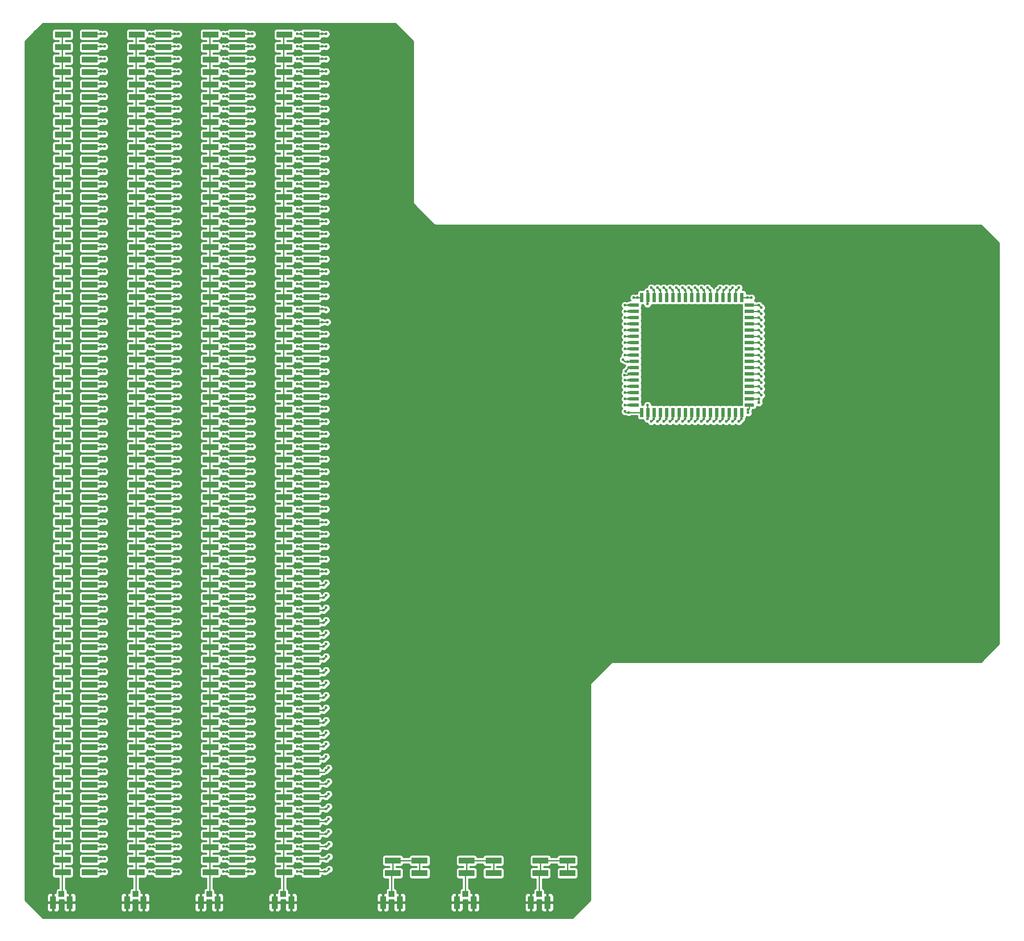
<source format=gbr>
G04 #@! TF.FileFunction,Copper,L1,Top,Signal*
%FSLAX46Y46*%
G04 Gerber Fmt 4.6, Leading zero omitted, Abs format (unit mm)*
G04 Created by KiCad (PCBNEW 4.0.5) date Thursday, May 11, 2017 'PMt' 04:47:05 PM*
%MOMM*%
%LPD*%
G01*
G04 APERTURE LIST*
%ADD10C,0.100000*%
%ADD11R,1.200000X2.500000*%
%ADD12R,1.150000X1.200000*%
%ADD13R,3.180000X1.270000*%
%ADD14R,1.910000X0.700000*%
%ADD15R,0.700000X1.910000*%
%ADD16C,0.600000*%
%ADD17C,0.254000*%
G04 APERTURE END LIST*
D10*
D11*
X115315000Y-211250000D03*
X118685000Y-211250000D03*
D12*
X117000000Y-209520000D03*
D11*
X100315000Y-211250000D03*
X103685000Y-211250000D03*
D12*
X102000000Y-209520000D03*
D11*
X85315000Y-211250000D03*
X88685000Y-211250000D03*
D12*
X87000000Y-209520000D03*
D11*
X70315000Y-211250000D03*
X73685000Y-211250000D03*
D12*
X72000000Y-209520000D03*
D11*
X137315000Y-211250000D03*
X140685000Y-211250000D03*
D12*
X139000000Y-209520000D03*
D13*
X139270000Y-205270000D03*
X139270000Y-202730000D03*
X144730000Y-205270000D03*
X144730000Y-202730000D03*
D11*
X167315000Y-211250000D03*
X170685000Y-211250000D03*
D12*
X169000000Y-209520000D03*
D13*
X169270000Y-205270000D03*
X169270000Y-202730000D03*
X174730000Y-205270000D03*
X174730000Y-202730000D03*
D11*
X152315000Y-211250000D03*
X155685000Y-211250000D03*
D12*
X154000000Y-209520000D03*
D13*
X154270000Y-205270000D03*
X154270000Y-202730000D03*
X159730000Y-205270000D03*
X159730000Y-202730000D03*
X117270000Y-205090000D03*
X117270000Y-202550000D03*
X117270000Y-200010000D03*
X117270000Y-197470000D03*
X117270000Y-194930000D03*
X117270000Y-192390000D03*
X117270000Y-189850000D03*
X117270000Y-187310000D03*
X117270000Y-184770000D03*
X117270000Y-182230000D03*
X117270000Y-179690000D03*
X117270000Y-177150000D03*
X117270000Y-174610000D03*
X117270000Y-172070000D03*
X117270000Y-169530000D03*
X117270000Y-166990000D03*
X117270000Y-164450000D03*
X117270000Y-161910000D03*
X117270000Y-159370000D03*
X117270000Y-156830000D03*
X117270000Y-154290000D03*
X117270000Y-151750000D03*
X117270000Y-149210000D03*
X117270000Y-146670000D03*
X117270000Y-144130000D03*
X117270000Y-141590000D03*
X117270000Y-139050000D03*
X117270000Y-136510000D03*
X117270000Y-133970000D03*
X117270000Y-131430000D03*
X117270000Y-128890000D03*
X117270000Y-126350000D03*
X117270000Y-123810000D03*
X117270000Y-121270000D03*
X117270000Y-118730000D03*
X117270000Y-116190000D03*
X117270000Y-113650000D03*
X117270000Y-111110000D03*
X117270000Y-108570000D03*
X117270000Y-106030000D03*
X117270000Y-103490000D03*
X117270000Y-100950000D03*
X117270000Y-98410000D03*
X117270000Y-95870000D03*
X117270000Y-93330000D03*
X117270000Y-90790000D03*
X117270000Y-88250000D03*
X117270000Y-85710000D03*
X117270000Y-83170000D03*
X117270000Y-80630000D03*
X117270000Y-78090000D03*
X117270000Y-75550000D03*
X117270000Y-73010000D03*
X117270000Y-70470000D03*
X117270000Y-67930000D03*
X117270000Y-65390000D03*
X117270000Y-62850000D03*
X117270000Y-60310000D03*
X117270000Y-57770000D03*
X117270000Y-55230000D03*
X117270000Y-52690000D03*
X117270000Y-50150000D03*
X117270000Y-47610000D03*
X117270000Y-45070000D03*
X117270000Y-42530000D03*
X117270000Y-39990000D03*
X117270000Y-37450000D03*
X117270000Y-34910000D03*
X122730000Y-205090000D03*
X122730000Y-202550000D03*
X122730000Y-200010000D03*
X122730000Y-197470000D03*
X122730000Y-194930000D03*
X122730000Y-192390000D03*
X122730000Y-189850000D03*
X122730000Y-187310000D03*
X122730000Y-184770000D03*
X122730000Y-182230000D03*
X122730000Y-179690000D03*
X122730000Y-177150000D03*
X122730000Y-174610000D03*
X122730000Y-172070000D03*
X122730000Y-169530000D03*
X122730000Y-166990000D03*
X122730000Y-164450000D03*
X122730000Y-161910000D03*
X122730000Y-159370000D03*
X122730000Y-156830000D03*
X122730000Y-154290000D03*
X122730000Y-151750000D03*
X122730000Y-149210000D03*
X122730000Y-146670000D03*
X122730000Y-144130000D03*
X122730000Y-141590000D03*
X122730000Y-139050000D03*
X122730000Y-136510000D03*
X122730000Y-133970000D03*
X122730000Y-131430000D03*
X122730000Y-128890000D03*
X122730000Y-126350000D03*
X122730000Y-123810000D03*
X122730000Y-121270000D03*
X122730000Y-118730000D03*
X122730000Y-116190000D03*
X122730000Y-113650000D03*
X122730000Y-111110000D03*
X122730000Y-108570000D03*
X122730000Y-106030000D03*
X122730000Y-103490000D03*
X122730000Y-100950000D03*
X122730000Y-98410000D03*
X122730000Y-95870000D03*
X122730000Y-93330000D03*
X122730000Y-90790000D03*
X122730000Y-88250000D03*
X122730000Y-85710000D03*
X122730000Y-83170000D03*
X122730000Y-80630000D03*
X122730000Y-78090000D03*
X122730000Y-75550000D03*
X122730000Y-73010000D03*
X122730000Y-70470000D03*
X122730000Y-67930000D03*
X122730000Y-65390000D03*
X122730000Y-62850000D03*
X122730000Y-60310000D03*
X122730000Y-57770000D03*
X122730000Y-55230000D03*
X122730000Y-52690000D03*
X122730000Y-50150000D03*
X122730000Y-47610000D03*
X122730000Y-45070000D03*
X122730000Y-42530000D03*
X122730000Y-39990000D03*
X122730000Y-37450000D03*
X122730000Y-34910000D03*
X102270000Y-205090000D03*
X102270000Y-202550000D03*
X102270000Y-200010000D03*
X102270000Y-197470000D03*
X102270000Y-194930000D03*
X102270000Y-192390000D03*
X102270000Y-189850000D03*
X102270000Y-187310000D03*
X102270000Y-184770000D03*
X102270000Y-182230000D03*
X102270000Y-179690000D03*
X102270000Y-177150000D03*
X102270000Y-174610000D03*
X102270000Y-172070000D03*
X102270000Y-169530000D03*
X102270000Y-166990000D03*
X102270000Y-164450000D03*
X102270000Y-161910000D03*
X102270000Y-159370000D03*
X102270000Y-156830000D03*
X102270000Y-154290000D03*
X102270000Y-151750000D03*
X102270000Y-149210000D03*
X102270000Y-146670000D03*
X102270000Y-144130000D03*
X102270000Y-141590000D03*
X102270000Y-139050000D03*
X102270000Y-136510000D03*
X102270000Y-133970000D03*
X102270000Y-131430000D03*
X102270000Y-128890000D03*
X102270000Y-126350000D03*
X102270000Y-123810000D03*
X102270000Y-121270000D03*
X102270000Y-118730000D03*
X102270000Y-116190000D03*
X102270000Y-113650000D03*
X102270000Y-111110000D03*
X102270000Y-108570000D03*
X102270000Y-106030000D03*
X102270000Y-103490000D03*
X102270000Y-100950000D03*
X102270000Y-98410000D03*
X102270000Y-95870000D03*
X102270000Y-93330000D03*
X102270000Y-90790000D03*
X102270000Y-88250000D03*
X102270000Y-85710000D03*
X102270000Y-83170000D03*
X102270000Y-80630000D03*
X102270000Y-78090000D03*
X102270000Y-75550000D03*
X102270000Y-73010000D03*
X102270000Y-70470000D03*
X102270000Y-67930000D03*
X102270000Y-65390000D03*
X102270000Y-62850000D03*
X102270000Y-60310000D03*
X102270000Y-57770000D03*
X102270000Y-55230000D03*
X102270000Y-52690000D03*
X102270000Y-50150000D03*
X102270000Y-47610000D03*
X102270000Y-45070000D03*
X102270000Y-42530000D03*
X102270000Y-39990000D03*
X102270000Y-37450000D03*
X102270000Y-34910000D03*
X107730000Y-205090000D03*
X107730000Y-202550000D03*
X107730000Y-200010000D03*
X107730000Y-197470000D03*
X107730000Y-194930000D03*
X107730000Y-192390000D03*
X107730000Y-189850000D03*
X107730000Y-187310000D03*
X107730000Y-184770000D03*
X107730000Y-182230000D03*
X107730000Y-179690000D03*
X107730000Y-177150000D03*
X107730000Y-174610000D03*
X107730000Y-172070000D03*
X107730000Y-169530000D03*
X107730000Y-166990000D03*
X107730000Y-164450000D03*
X107730000Y-161910000D03*
X107730000Y-159370000D03*
X107730000Y-156830000D03*
X107730000Y-154290000D03*
X107730000Y-151750000D03*
X107730000Y-149210000D03*
X107730000Y-146670000D03*
X107730000Y-144130000D03*
X107730000Y-141590000D03*
X107730000Y-139050000D03*
X107730000Y-136510000D03*
X107730000Y-133970000D03*
X107730000Y-131430000D03*
X107730000Y-128890000D03*
X107730000Y-126350000D03*
X107730000Y-123810000D03*
X107730000Y-121270000D03*
X107730000Y-118730000D03*
X107730000Y-116190000D03*
X107730000Y-113650000D03*
X107730000Y-111110000D03*
X107730000Y-108570000D03*
X107730000Y-106030000D03*
X107730000Y-103490000D03*
X107730000Y-100950000D03*
X107730000Y-98410000D03*
X107730000Y-95870000D03*
X107730000Y-93330000D03*
X107730000Y-90790000D03*
X107730000Y-88250000D03*
X107730000Y-85710000D03*
X107730000Y-83170000D03*
X107730000Y-80630000D03*
X107730000Y-78090000D03*
X107730000Y-75550000D03*
X107730000Y-73010000D03*
X107730000Y-70470000D03*
X107730000Y-67930000D03*
X107730000Y-65390000D03*
X107730000Y-62850000D03*
X107730000Y-60310000D03*
X107730000Y-57770000D03*
X107730000Y-55230000D03*
X107730000Y-52690000D03*
X107730000Y-50150000D03*
X107730000Y-47610000D03*
X107730000Y-45070000D03*
X107730000Y-42530000D03*
X107730000Y-39990000D03*
X107730000Y-37450000D03*
X107730000Y-34910000D03*
X87270000Y-205090000D03*
X87270000Y-202550000D03*
X87270000Y-200010000D03*
X87270000Y-197470000D03*
X87270000Y-194930000D03*
X87270000Y-192390000D03*
X87270000Y-189850000D03*
X87270000Y-187310000D03*
X87270000Y-184770000D03*
X87270000Y-182230000D03*
X87270000Y-179690000D03*
X87270000Y-177150000D03*
X87270000Y-174610000D03*
X87270000Y-172070000D03*
X87270000Y-169530000D03*
X87270000Y-166990000D03*
X87270000Y-164450000D03*
X87270000Y-161910000D03*
X87270000Y-159370000D03*
X87270000Y-156830000D03*
X87270000Y-154290000D03*
X87270000Y-151750000D03*
X87270000Y-149210000D03*
X87270000Y-146670000D03*
X87270000Y-144130000D03*
X87270000Y-141590000D03*
X87270000Y-139050000D03*
X87270000Y-136510000D03*
X87270000Y-133970000D03*
X87270000Y-131430000D03*
X87270000Y-128890000D03*
X87270000Y-126350000D03*
X87270000Y-123810000D03*
X87270000Y-121270000D03*
X87270000Y-118730000D03*
X87270000Y-116190000D03*
X87270000Y-113650000D03*
X87270000Y-111110000D03*
X87270000Y-108570000D03*
X87270000Y-106030000D03*
X87270000Y-103490000D03*
X87270000Y-100950000D03*
X87270000Y-98410000D03*
X87270000Y-95870000D03*
X87270000Y-93330000D03*
X87270000Y-90790000D03*
X87270000Y-88250000D03*
X87270000Y-85710000D03*
X87270000Y-83170000D03*
X87270000Y-80630000D03*
X87270000Y-78090000D03*
X87270000Y-75550000D03*
X87270000Y-73010000D03*
X87270000Y-70470000D03*
X87270000Y-67930000D03*
X87270000Y-65390000D03*
X87270000Y-62850000D03*
X87270000Y-60310000D03*
X87270000Y-57770000D03*
X87270000Y-55230000D03*
X87270000Y-52690000D03*
X87270000Y-50150000D03*
X87270000Y-47610000D03*
X87270000Y-45070000D03*
X87270000Y-42530000D03*
X87270000Y-39990000D03*
X87270000Y-37450000D03*
X87270000Y-34910000D03*
X92730000Y-205090000D03*
X92730000Y-202550000D03*
X92730000Y-200010000D03*
X92730000Y-197470000D03*
X92730000Y-194930000D03*
X92730000Y-192390000D03*
X92730000Y-189850000D03*
X92730000Y-187310000D03*
X92730000Y-184770000D03*
X92730000Y-182230000D03*
X92730000Y-179690000D03*
X92730000Y-177150000D03*
X92730000Y-174610000D03*
X92730000Y-172070000D03*
X92730000Y-169530000D03*
X92730000Y-166990000D03*
X92730000Y-164450000D03*
X92730000Y-161910000D03*
X92730000Y-159370000D03*
X92730000Y-156830000D03*
X92730000Y-154290000D03*
X92730000Y-151750000D03*
X92730000Y-149210000D03*
X92730000Y-146670000D03*
X92730000Y-144130000D03*
X92730000Y-141590000D03*
X92730000Y-139050000D03*
X92730000Y-136510000D03*
X92730000Y-133970000D03*
X92730000Y-131430000D03*
X92730000Y-128890000D03*
X92730000Y-126350000D03*
X92730000Y-123810000D03*
X92730000Y-121270000D03*
X92730000Y-118730000D03*
X92730000Y-116190000D03*
X92730000Y-113650000D03*
X92730000Y-111110000D03*
X92730000Y-108570000D03*
X92730000Y-106030000D03*
X92730000Y-103490000D03*
X92730000Y-100950000D03*
X92730000Y-98410000D03*
X92730000Y-95870000D03*
X92730000Y-93330000D03*
X92730000Y-90790000D03*
X92730000Y-88250000D03*
X92730000Y-85710000D03*
X92730000Y-83170000D03*
X92730000Y-80630000D03*
X92730000Y-78090000D03*
X92730000Y-75550000D03*
X92730000Y-73010000D03*
X92730000Y-70470000D03*
X92730000Y-67930000D03*
X92730000Y-65390000D03*
X92730000Y-62850000D03*
X92730000Y-60310000D03*
X92730000Y-57770000D03*
X92730000Y-55230000D03*
X92730000Y-52690000D03*
X92730000Y-50150000D03*
X92730000Y-47610000D03*
X92730000Y-45070000D03*
X92730000Y-42530000D03*
X92730000Y-39990000D03*
X92730000Y-37450000D03*
X92730000Y-34910000D03*
X72270000Y-205090000D03*
X72270000Y-202550000D03*
X72270000Y-200010000D03*
X72270000Y-197470000D03*
X72270000Y-194930000D03*
X72270000Y-192390000D03*
X72270000Y-189850000D03*
X72270000Y-187310000D03*
X72270000Y-184770000D03*
X72270000Y-182230000D03*
X72270000Y-179690000D03*
X72270000Y-177150000D03*
X72270000Y-174610000D03*
X72270000Y-172070000D03*
X72270000Y-169530000D03*
X72270000Y-166990000D03*
X72270000Y-164450000D03*
X72270000Y-161910000D03*
X72270000Y-159370000D03*
X72270000Y-156830000D03*
X72270000Y-154290000D03*
X72270000Y-151750000D03*
X72270000Y-149210000D03*
X72270000Y-146670000D03*
X72270000Y-144130000D03*
X72270000Y-141590000D03*
X72270000Y-139050000D03*
X72270000Y-136510000D03*
X72270000Y-133970000D03*
X72270000Y-131430000D03*
X72270000Y-128890000D03*
X72270000Y-126350000D03*
X72270000Y-123810000D03*
X72270000Y-121270000D03*
X72270000Y-118730000D03*
X72270000Y-116190000D03*
X72270000Y-113650000D03*
X72270000Y-111110000D03*
X72270000Y-108570000D03*
X72270000Y-106030000D03*
X72270000Y-103490000D03*
X72270000Y-100950000D03*
X72270000Y-98410000D03*
X72270000Y-95870000D03*
X72270000Y-93330000D03*
X72270000Y-90790000D03*
X72270000Y-88250000D03*
X72270000Y-85710000D03*
X72270000Y-83170000D03*
X72270000Y-80630000D03*
X72270000Y-78090000D03*
X72270000Y-75550000D03*
X72270000Y-73010000D03*
X72270000Y-70470000D03*
X72270000Y-67930000D03*
X72270000Y-65390000D03*
X72270000Y-62850000D03*
X72270000Y-60310000D03*
X72270000Y-57770000D03*
X72270000Y-55230000D03*
X72270000Y-52690000D03*
X72270000Y-50150000D03*
X72270000Y-47610000D03*
X72270000Y-45070000D03*
X72270000Y-42530000D03*
X72270000Y-39990000D03*
X72270000Y-37450000D03*
X72270000Y-34910000D03*
X77730000Y-205090000D03*
X77730000Y-202550000D03*
X77730000Y-200010000D03*
X77730000Y-197470000D03*
X77730000Y-194930000D03*
X77730000Y-192390000D03*
X77730000Y-189850000D03*
X77730000Y-187310000D03*
X77730000Y-184770000D03*
X77730000Y-182230000D03*
X77730000Y-179690000D03*
X77730000Y-177150000D03*
X77730000Y-174610000D03*
X77730000Y-172070000D03*
X77730000Y-169530000D03*
X77730000Y-166990000D03*
X77730000Y-164450000D03*
X77730000Y-161910000D03*
X77730000Y-159370000D03*
X77730000Y-156830000D03*
X77730000Y-154290000D03*
X77730000Y-151750000D03*
X77730000Y-149210000D03*
X77730000Y-146670000D03*
X77730000Y-144130000D03*
X77730000Y-141590000D03*
X77730000Y-139050000D03*
X77730000Y-136510000D03*
X77730000Y-133970000D03*
X77730000Y-131430000D03*
X77730000Y-128890000D03*
X77730000Y-126350000D03*
X77730000Y-123810000D03*
X77730000Y-121270000D03*
X77730000Y-118730000D03*
X77730000Y-116190000D03*
X77730000Y-113650000D03*
X77730000Y-111110000D03*
X77730000Y-108570000D03*
X77730000Y-106030000D03*
X77730000Y-103490000D03*
X77730000Y-100950000D03*
X77730000Y-98410000D03*
X77730000Y-95870000D03*
X77730000Y-93330000D03*
X77730000Y-90790000D03*
X77730000Y-88250000D03*
X77730000Y-85710000D03*
X77730000Y-83170000D03*
X77730000Y-80630000D03*
X77730000Y-78090000D03*
X77730000Y-75550000D03*
X77730000Y-73010000D03*
X77730000Y-70470000D03*
X77730000Y-67930000D03*
X77730000Y-65390000D03*
X77730000Y-62850000D03*
X77730000Y-60310000D03*
X77730000Y-57770000D03*
X77730000Y-55230000D03*
X77730000Y-52690000D03*
X77730000Y-50150000D03*
X77730000Y-47610000D03*
X77730000Y-45070000D03*
X77730000Y-42530000D03*
X77730000Y-39990000D03*
X77730000Y-37450000D03*
X77730000Y-34910000D03*
D14*
X188320000Y-89840000D03*
X188320000Y-91110000D03*
X188320000Y-92380000D03*
X188320000Y-93650000D03*
X188320000Y-94920000D03*
X188320000Y-96190000D03*
X188320000Y-97460000D03*
X188320000Y-98730000D03*
X188320000Y-100000000D03*
X188320000Y-101270000D03*
X188320000Y-102540000D03*
X188320000Y-103810000D03*
X188320000Y-105080000D03*
X188320000Y-106350000D03*
X188320000Y-107620000D03*
X188320000Y-108890000D03*
X188320000Y-110160000D03*
D15*
X189840000Y-111680000D03*
D14*
X211680000Y-91110000D03*
X211680000Y-92380000D03*
X211680000Y-93650000D03*
X211680000Y-94920000D03*
X211680000Y-96190000D03*
X211680000Y-97460000D03*
X211680000Y-98730000D03*
X211680000Y-100000000D03*
X211680000Y-101270000D03*
X211680000Y-102540000D03*
X211680000Y-103810000D03*
X211680000Y-105080000D03*
X211680000Y-106350000D03*
X211680000Y-107620000D03*
X211680000Y-108890000D03*
X211680000Y-110160000D03*
D15*
X189840000Y-88320000D03*
X191110000Y-88320000D03*
X192380000Y-88320000D03*
X193650000Y-88320000D03*
X194920000Y-88320000D03*
X196190000Y-88320000D03*
X197460000Y-88320000D03*
X198730000Y-88320000D03*
X200000000Y-88320000D03*
X201270000Y-88320000D03*
X202540000Y-88320000D03*
X203810000Y-88320000D03*
X205080000Y-88320000D03*
X206350000Y-88320000D03*
X207620000Y-88320000D03*
X208890000Y-88320000D03*
X210160000Y-88320000D03*
X191110000Y-111680000D03*
X192380000Y-111680000D03*
X193650000Y-111680000D03*
X194920000Y-111680000D03*
X196190000Y-111680000D03*
X197460000Y-111680000D03*
X198730000Y-111680000D03*
X200000000Y-111680000D03*
X201270000Y-111680000D03*
X202540000Y-111680000D03*
X203810000Y-111680000D03*
X205080000Y-111680000D03*
X206350000Y-111680000D03*
X207620000Y-111680000D03*
X208890000Y-111680000D03*
X210160000Y-111680000D03*
D14*
X211680000Y-89840000D03*
D16*
X67500000Y-205000000D03*
X67500000Y-200000000D03*
X67500000Y-195000000D03*
X67500000Y-190000000D03*
X67500000Y-185000000D03*
X67500000Y-180000000D03*
X67500000Y-175000000D03*
X67500000Y-170000000D03*
X67500000Y-165000000D03*
X67500000Y-160000000D03*
X67500000Y-155000000D03*
X67500000Y-150000000D03*
X67500000Y-145000000D03*
X67500000Y-140000000D03*
X67500000Y-135000000D03*
X67500000Y-130000000D03*
X67500000Y-125000000D03*
X67500000Y-120000000D03*
X67500000Y-115000000D03*
X67500000Y-110000000D03*
X67500000Y-105000000D03*
X67500000Y-100000000D03*
X67500000Y-95000000D03*
X67500000Y-90000000D03*
X67500000Y-85000000D03*
X67500000Y-80000000D03*
X67500000Y-75000000D03*
X67500000Y-70000000D03*
X67500000Y-65000000D03*
X67500000Y-60000000D03*
X67500000Y-55000000D03*
X67500000Y-50000000D03*
X67500000Y-45000000D03*
X67500000Y-40000000D03*
X67500000Y-35000000D03*
X130000000Y-35000000D03*
X135000000Y-35000000D03*
X140000000Y-35000000D03*
X140000000Y-40000000D03*
X135000000Y-40000000D03*
X140000000Y-45000000D03*
X67500000Y-210000000D03*
X80000000Y-210000000D03*
X95000000Y-210000000D03*
X110000000Y-210000000D03*
X125000000Y-210000000D03*
X130000000Y-205000000D03*
X130000000Y-210000000D03*
X135000000Y-210000000D03*
X135000000Y-205000000D03*
X175000000Y-210000000D03*
X160000000Y-210000000D03*
X165000000Y-210000000D03*
X165000000Y-205000000D03*
X215000000Y-150000000D03*
X210000000Y-150000000D03*
X205000000Y-150000000D03*
X200000000Y-150000000D03*
X195000000Y-150000000D03*
X200000000Y-145000000D03*
X205000000Y-145000000D03*
X210000000Y-145000000D03*
X215000000Y-145000000D03*
X220000000Y-145000000D03*
X225000000Y-140000000D03*
X220000000Y-140000000D03*
X215000000Y-140000000D03*
X210000000Y-140000000D03*
X205000000Y-140000000D03*
X210000000Y-135000000D03*
X215000000Y-135000000D03*
X220000000Y-135000000D03*
X225000000Y-135000000D03*
X230000000Y-135000000D03*
X235000000Y-130000000D03*
X230000000Y-130000000D03*
X225000000Y-130000000D03*
X220000000Y-130000000D03*
X215000000Y-130000000D03*
X220000000Y-125000000D03*
X225000000Y-125000000D03*
X230000000Y-125000000D03*
X235000000Y-125000000D03*
X240000000Y-125000000D03*
X245000000Y-120000000D03*
X240000000Y-120000000D03*
X235000000Y-120000000D03*
X230000000Y-120000000D03*
X225000000Y-120000000D03*
X230000000Y-115000000D03*
X235000000Y-115000000D03*
X240000000Y-115000000D03*
X245000000Y-115000000D03*
X245000000Y-110000000D03*
X240000000Y-110000000D03*
X235000000Y-110000000D03*
X230000000Y-110000000D03*
X230000000Y-105000000D03*
X235000000Y-105000000D03*
X240000000Y-105000000D03*
X245000000Y-105000000D03*
X245000000Y-100000000D03*
X240000000Y-100000000D03*
X235000000Y-100000000D03*
X230000000Y-100000000D03*
X225000000Y-95000000D03*
X230000000Y-95000000D03*
X235000000Y-95000000D03*
X240000000Y-95000000D03*
X245000000Y-95000000D03*
X240000000Y-90000000D03*
X235000000Y-90000000D03*
X230000000Y-90000000D03*
X225000000Y-90000000D03*
X220000000Y-90000000D03*
X210000000Y-90000000D03*
X205000000Y-90000000D03*
X200000000Y-90000000D03*
X195000000Y-90000000D03*
X190000000Y-95000000D03*
X195000000Y-95000000D03*
X200000000Y-95000000D03*
X205000000Y-95000000D03*
X210000000Y-95000000D03*
X210000000Y-110000000D03*
X205000000Y-110000000D03*
X200000000Y-110000000D03*
X195000000Y-110000000D03*
X190000000Y-105000000D03*
X190000000Y-100000000D03*
X195000000Y-100000000D03*
X200000000Y-100000000D03*
X205000000Y-100000000D03*
X210000000Y-100000000D03*
X210000000Y-105000000D03*
X205000000Y-105000000D03*
X200000000Y-105000000D03*
X195000000Y-105000000D03*
X170000000Y-115000000D03*
X165000000Y-115000000D03*
X160000000Y-115000000D03*
X155000000Y-115000000D03*
X155000000Y-110000000D03*
X160000000Y-110000000D03*
X165000000Y-110000000D03*
X170000000Y-110000000D03*
X170000000Y-105000000D03*
X165000000Y-105000000D03*
X160000000Y-105000000D03*
X155000000Y-105000000D03*
X150000000Y-100000000D03*
X155000000Y-100000000D03*
X160000000Y-100000000D03*
X165000000Y-100000000D03*
X170000000Y-100000000D03*
X170000000Y-95000000D03*
X165000000Y-95000000D03*
X160000000Y-95000000D03*
X155000000Y-95000000D03*
X150000000Y-95000000D03*
X155000000Y-90000000D03*
X160000000Y-90000000D03*
X165000000Y-90000000D03*
X170000000Y-90000000D03*
X195000000Y-75000000D03*
X200000000Y-75000000D03*
X200000000Y-80000000D03*
X205000000Y-85000000D03*
X205000000Y-80000000D03*
X205000000Y-75000000D03*
X210000000Y-80000000D03*
X210000000Y-75000000D03*
X215000000Y-80000000D03*
X215000000Y-75000000D03*
X220000000Y-80000000D03*
X225000000Y-80000000D03*
X220000000Y-75000000D03*
X225000000Y-75000000D03*
X230000000Y-75000000D03*
X230000000Y-80000000D03*
X235000000Y-80000000D03*
X235000000Y-75000000D03*
X240000000Y-75000000D03*
X245000000Y-75000000D03*
X250000000Y-75000000D03*
X255000000Y-75000000D03*
X260000000Y-115000000D03*
X260000000Y-110000000D03*
X260000000Y-105000000D03*
X260000000Y-100000000D03*
X260000000Y-95000000D03*
X255000000Y-90000000D03*
X260000000Y-90000000D03*
X260000000Y-85000000D03*
X260000000Y-80000000D03*
X255000000Y-80000000D03*
X255000000Y-85000000D03*
X250000000Y-85000000D03*
X250000000Y-80000000D03*
X245000000Y-80000000D03*
X240000000Y-80000000D03*
X245000000Y-85000000D03*
X250000000Y-90000000D03*
X255000000Y-95000000D03*
X255000000Y-100000000D03*
X255000000Y-105000000D03*
X255000000Y-110000000D03*
X255000000Y-115000000D03*
X255000000Y-120000000D03*
X260000000Y-120000000D03*
X255000000Y-125000000D03*
X260000000Y-125000000D03*
X260000000Y-130000000D03*
X255000000Y-130000000D03*
X250000000Y-130000000D03*
X245000000Y-135000000D03*
X250000000Y-135000000D03*
X255000000Y-135000000D03*
X260000000Y-135000000D03*
X260000000Y-140000000D03*
X255000000Y-140000000D03*
X250000000Y-140000000D03*
X245000000Y-140000000D03*
X240000000Y-140000000D03*
X235000000Y-145000000D03*
X240000000Y-145000000D03*
X245000000Y-145000000D03*
X250000000Y-145000000D03*
X255000000Y-145000000D03*
X260000000Y-145000000D03*
X260000000Y-150000000D03*
X255000000Y-150000000D03*
X250000000Y-150000000D03*
X245000000Y-150000000D03*
X240000000Y-150000000D03*
X235000000Y-150000000D03*
X230000000Y-150000000D03*
X225000000Y-155000000D03*
X230000000Y-155000000D03*
X235000000Y-155000000D03*
X240000000Y-155000000D03*
X245000000Y-155000000D03*
X250000000Y-155000000D03*
X255000000Y-155000000D03*
X260000000Y-155000000D03*
X260000000Y-160000000D03*
X255000000Y-160000000D03*
X250000000Y-160000000D03*
X245000000Y-160000000D03*
X240000000Y-160000000D03*
X235000000Y-160000000D03*
X230000000Y-160000000D03*
X225000000Y-160000000D03*
X220000000Y-160000000D03*
X215000000Y-160000000D03*
X210000000Y-160000000D03*
X205000000Y-160000000D03*
X200000000Y-160000000D03*
X195000000Y-160000000D03*
X190000000Y-160000000D03*
X180000000Y-165000000D03*
X185000000Y-160000000D03*
X180000000Y-160000000D03*
X175000000Y-160000000D03*
X170000000Y-165000000D03*
X175000000Y-165000000D03*
X175000000Y-170000000D03*
X170000000Y-170000000D03*
X165000000Y-170000000D03*
X160000000Y-175000000D03*
X165000000Y-175000000D03*
X170000000Y-175000000D03*
X175000000Y-175000000D03*
X175000000Y-180000000D03*
X170000000Y-180000000D03*
X165000000Y-180000000D03*
X160000000Y-180000000D03*
X155000000Y-180000000D03*
X155000000Y-185000000D03*
X160000000Y-185000000D03*
X165000000Y-185000000D03*
X170000000Y-185000000D03*
X175000000Y-185000000D03*
X175000000Y-190000000D03*
X170000000Y-190000000D03*
X165000000Y-190000000D03*
X160000000Y-190000000D03*
X155000000Y-190000000D03*
X150000000Y-190000000D03*
X150000000Y-185000000D03*
X145000000Y-190000000D03*
X140000000Y-195000000D03*
X135000000Y-200000000D03*
X140000000Y-200000000D03*
X145000000Y-200000000D03*
X145000000Y-195000000D03*
X150000000Y-195000000D03*
X155000000Y-195000000D03*
X160000000Y-195000000D03*
X165000000Y-195000000D03*
X170000000Y-195000000D03*
X175000000Y-195000000D03*
X175000000Y-200000000D03*
X170000000Y-200000000D03*
X165000000Y-200000000D03*
X160000000Y-200000000D03*
X155000000Y-200000000D03*
X150000000Y-200000000D03*
X150000000Y-205000000D03*
X150000000Y-210000000D03*
X145000000Y-210000000D03*
X126365000Y-204470000D03*
X80744000Y-204978000D03*
X95744000Y-204978000D03*
X79982000Y-204978000D03*
X94982000Y-204978000D03*
X89888000Y-204978000D03*
X104888000Y-204978000D03*
X90650000Y-204978000D03*
X105650000Y-204978000D03*
X110744000Y-204978000D03*
X109982000Y-204978000D03*
X119888000Y-204978000D03*
X120650000Y-204978000D03*
X214122000Y-99314000D03*
X125476000Y-204978000D03*
X213614000Y-98806000D03*
X126365000Y-201930000D03*
X80744000Y-202438000D03*
X95744000Y-202438000D03*
X110744000Y-202438000D03*
X79982000Y-202438000D03*
X94982000Y-202438000D03*
X109982000Y-202438000D03*
X89888000Y-202438000D03*
X104888000Y-202438000D03*
X119888000Y-202438000D03*
X90650000Y-202438000D03*
X105650000Y-202438000D03*
X120650000Y-202438000D03*
X214122000Y-100584000D03*
X125730000Y-202438000D03*
X213614000Y-100076000D03*
X126365000Y-199390000D03*
X211455054Y-111760000D03*
X211455000Y-111125000D03*
X80744000Y-199898000D03*
X95744000Y-199898000D03*
X110744000Y-199898000D03*
X79982000Y-199898000D03*
X94982000Y-199898000D03*
X109982000Y-199898000D03*
X89888000Y-199898000D03*
X104888000Y-199898000D03*
X119888000Y-199898000D03*
X90650000Y-199898000D03*
X105650000Y-199898000D03*
X120650000Y-199898000D03*
X125730000Y-199898000D03*
X80744000Y-197358000D03*
X95744000Y-197358000D03*
X110744000Y-197358000D03*
X79982000Y-197358000D03*
X94982000Y-197358000D03*
X109982000Y-197358000D03*
X89888000Y-197358000D03*
X104888000Y-197358000D03*
X119888000Y-197358000D03*
X90650000Y-197358000D03*
X105650000Y-197358000D03*
X120650000Y-197358000D03*
X187198000Y-110160000D03*
X126238000Y-196850000D03*
X125730000Y-197358000D03*
X186436000Y-110236000D03*
X187198000Y-98806000D03*
X186436000Y-98806000D03*
X80744000Y-194818000D03*
X95744000Y-194818000D03*
X110744000Y-194818000D03*
X79982000Y-194818000D03*
X94982000Y-194818000D03*
X109982000Y-194818000D03*
X89888000Y-194818000D03*
X104888000Y-194818000D03*
X119888000Y-194818000D03*
X90650000Y-194818000D03*
X105650000Y-194818000D03*
X120650000Y-194818000D03*
X126238000Y-194310000D03*
X125730000Y-194818000D03*
X187198000Y-97536000D03*
X186436000Y-97536000D03*
X80744000Y-192278000D03*
X95744000Y-192278000D03*
X110744000Y-192278000D03*
X79982000Y-192278000D03*
X94982000Y-192278000D03*
X109982000Y-192278000D03*
X89888000Y-192278000D03*
X104888000Y-192278000D03*
X119888000Y-192278000D03*
X90650000Y-192278000D03*
X105650000Y-192278000D03*
X120650000Y-192278000D03*
X126238000Y-191770000D03*
X125730000Y-192278000D03*
X187198000Y-96266000D03*
X186436000Y-96266000D03*
X80744000Y-189738000D03*
X95744000Y-189738000D03*
X110744000Y-189738000D03*
X79982000Y-189738000D03*
X94982000Y-189738000D03*
X109982000Y-189738000D03*
X89888000Y-189738000D03*
X104888000Y-189738000D03*
X119888000Y-189738000D03*
X90650000Y-189738000D03*
X105650000Y-189738000D03*
X120650000Y-189738000D03*
X126238000Y-189230000D03*
X125730000Y-189738000D03*
X186435992Y-94996000D03*
X80744000Y-187198000D03*
X95744000Y-187198000D03*
X110744000Y-187198000D03*
X79982000Y-187198000D03*
X94982000Y-187198000D03*
X109982000Y-187198000D03*
X89888000Y-187198000D03*
X104888000Y-187198000D03*
X119888000Y-187198000D03*
X90650000Y-187198000D03*
X105650000Y-187198000D03*
X120650000Y-187198000D03*
X187198000Y-94920000D03*
X126238000Y-186690000D03*
X125730000Y-187198000D03*
X187198000Y-93726000D03*
X186436006Y-93726000D03*
X80744000Y-184658000D03*
X95744000Y-184658000D03*
X110744000Y-184658000D03*
X79982000Y-184658000D03*
X94982000Y-184658000D03*
X109982000Y-184658000D03*
X89888000Y-184658000D03*
X104888000Y-184658000D03*
X119888000Y-184658000D03*
X90650000Y-184658000D03*
X105650000Y-184658000D03*
X120650000Y-184658000D03*
X126238000Y-183896000D03*
X125730000Y-184404000D03*
X186436000Y-92456000D03*
X187198000Y-92456000D03*
X80744000Y-182118000D03*
X95744000Y-182118000D03*
X110744000Y-182118000D03*
X79982000Y-182118000D03*
X94982000Y-182118000D03*
X109982000Y-182118000D03*
X89888000Y-182118000D03*
X104888000Y-182118000D03*
X119888000Y-182118000D03*
X90650000Y-182118000D03*
X105650000Y-182118000D03*
X120650000Y-182118000D03*
X125730000Y-181610000D03*
X125222000Y-182118000D03*
X187198000Y-91186000D03*
X186436000Y-91186008D03*
X80744000Y-179578000D03*
X95744000Y-179578000D03*
X110744000Y-179578000D03*
X79982000Y-179578000D03*
X94982000Y-179578000D03*
X109982000Y-179578000D03*
X89888000Y-179578000D03*
X104888000Y-179578000D03*
X119888000Y-179578000D03*
X90650000Y-179578000D03*
X105650000Y-179578000D03*
X120650000Y-179578000D03*
X125730000Y-179070000D03*
X125222000Y-179578000D03*
X186436000Y-89916000D03*
X187198000Y-89916000D03*
X80744000Y-177038000D03*
X95744000Y-177038000D03*
X110744000Y-177038000D03*
X79982000Y-177038000D03*
X94982000Y-177038000D03*
X109982000Y-177038000D03*
X89888000Y-177038000D03*
X104888000Y-177038000D03*
X119888000Y-177038000D03*
X90650000Y-177038000D03*
X105650000Y-177038000D03*
X120650000Y-177038000D03*
X125730000Y-176784000D03*
X125222000Y-177292000D03*
X188976000Y-88392000D03*
X80744000Y-174498000D03*
X95744000Y-174498000D03*
X110744000Y-174498000D03*
X79982000Y-174498000D03*
X94982000Y-174498000D03*
X109982000Y-174498000D03*
X89888000Y-174498000D03*
X104888000Y-174498000D03*
X119888000Y-174498000D03*
X90650000Y-174498000D03*
X105650000Y-174498000D03*
X120650000Y-174498000D03*
X125730000Y-174244000D03*
X125222000Y-174752000D03*
X188214000Y-88392000D03*
X80744000Y-171958000D03*
X95744000Y-171958000D03*
X110744000Y-171958000D03*
X79982000Y-171958000D03*
X94982000Y-171958000D03*
X109982000Y-171958000D03*
X89888000Y-171958000D03*
X104888000Y-171958000D03*
X119888000Y-171958000D03*
X90650000Y-171958000D03*
X105650000Y-171958000D03*
X120650000Y-171958000D03*
X191008000Y-89662000D03*
X125730000Y-171704000D03*
X125222000Y-172212000D03*
X191008000Y-87122000D03*
X191770000Y-86360000D03*
X192278000Y-86868000D03*
X80744000Y-169418000D03*
X95744000Y-169418000D03*
X110744000Y-169418000D03*
X79982000Y-169418000D03*
X94982000Y-169418000D03*
X109982000Y-169418000D03*
X89888000Y-169418000D03*
X104888000Y-169418000D03*
X119888000Y-169418000D03*
X90650000Y-169418000D03*
X105650000Y-169418000D03*
X120650000Y-169418000D03*
X125730000Y-169164000D03*
X125222000Y-169672000D03*
X193548000Y-86868000D03*
X193040014Y-86360000D03*
X80744000Y-166878000D03*
X95744000Y-166878000D03*
X110744000Y-166878000D03*
X79982000Y-166878000D03*
X94982000Y-166878000D03*
X109982000Y-166878000D03*
X89888000Y-166878000D03*
X104888000Y-166878000D03*
X119888000Y-166878000D03*
X90650000Y-166878000D03*
X105650000Y-166878000D03*
X120650000Y-166878000D03*
X125730000Y-166624000D03*
X125222000Y-167132000D03*
X80744000Y-164338000D03*
X95744000Y-164338000D03*
X110744000Y-164338000D03*
X79982000Y-164338000D03*
X94982000Y-164338000D03*
X109982000Y-164338000D03*
X89888000Y-164338000D03*
X104888000Y-164338000D03*
X119888000Y-164338000D03*
X90650000Y-164338000D03*
X105650000Y-164338000D03*
X120650000Y-164338000D03*
X194310000Y-86360000D03*
X125730000Y-164084000D03*
X125222000Y-164592000D03*
X194818000Y-86868000D03*
X80744000Y-161798000D03*
X95744000Y-161798000D03*
X110744000Y-161798000D03*
X79982000Y-161798000D03*
X94982000Y-161798000D03*
X109982000Y-161798000D03*
X89888000Y-161798000D03*
X104888000Y-161798000D03*
X119888000Y-161798000D03*
X90650000Y-161798000D03*
X105650000Y-161798000D03*
X120650000Y-161798000D03*
X195580000Y-86360000D03*
X125730000Y-161290000D03*
X125222000Y-161798000D03*
X196088000Y-86868000D03*
X80744000Y-159258000D03*
X95744000Y-159258000D03*
X110744000Y-159258000D03*
X79982000Y-159258000D03*
X94982000Y-159258000D03*
X109982000Y-159258000D03*
X89888000Y-159258000D03*
X104888000Y-159258000D03*
X119888000Y-159258000D03*
X90650000Y-159258000D03*
X105650000Y-159258000D03*
X120650000Y-159258000D03*
X196850000Y-86360000D03*
X125730000Y-158750000D03*
X125222000Y-159258000D03*
X197358000Y-86868000D03*
X80744000Y-156718000D03*
X95744000Y-156718000D03*
X110744000Y-156718000D03*
X79982000Y-156718000D03*
X94982000Y-156718000D03*
X109982000Y-156718000D03*
X89888000Y-156718000D03*
X104888000Y-156718000D03*
X119888000Y-156718000D03*
X90650000Y-156718000D03*
X105650000Y-156718000D03*
X120650000Y-156718000D03*
X198120000Y-86360000D03*
X125730000Y-156464000D03*
X125222000Y-156972000D03*
X198628000Y-86868000D03*
X80744000Y-154178000D03*
X95744000Y-154178000D03*
X110744000Y-154178000D03*
X79982000Y-154178000D03*
X94982000Y-154178000D03*
X109982000Y-154178000D03*
X89888000Y-154178000D03*
X104888000Y-154178000D03*
X119888000Y-154178000D03*
X90650000Y-154178000D03*
X105650000Y-154178000D03*
X120650000Y-154178000D03*
X199390000Y-86360000D03*
X125730000Y-153924000D03*
X125222000Y-154432000D03*
X199898000Y-86868000D03*
X80744000Y-151638000D03*
X95744000Y-151638000D03*
X110744000Y-151638000D03*
X79982000Y-151638000D03*
X94982000Y-151638000D03*
X109982000Y-151638000D03*
X89888000Y-151638000D03*
X104888000Y-151638000D03*
X119888000Y-151638000D03*
X90650000Y-151638000D03*
X105650000Y-151638000D03*
X120650000Y-151638000D03*
X200660000Y-86360000D03*
X125730000Y-151384000D03*
X125222000Y-151892000D03*
X201168000Y-86868000D03*
X80744000Y-149098000D03*
X95744000Y-149098000D03*
X110744000Y-149098000D03*
X79982000Y-149098000D03*
X94982000Y-149098000D03*
X109982000Y-149098000D03*
X89888000Y-149098000D03*
X104888000Y-149098000D03*
X119888000Y-149098000D03*
X90650000Y-149098000D03*
X105650000Y-149098000D03*
X120650000Y-149098000D03*
X201930000Y-86360000D03*
X125730000Y-148844000D03*
X125222000Y-149352000D03*
X202438000Y-86868000D03*
X80744000Y-146558000D03*
X95744000Y-146558000D03*
X110744000Y-146558000D03*
X79982000Y-146558000D03*
X94982000Y-146558000D03*
X109982000Y-146558000D03*
X89888000Y-146558000D03*
X104888000Y-146558000D03*
X119888000Y-146558000D03*
X90650000Y-146558000D03*
X105650000Y-146558000D03*
X120650000Y-146558000D03*
X203200000Y-86360000D03*
X125730000Y-146304000D03*
X125222000Y-146812000D03*
X203708000Y-86868000D03*
X80744000Y-144018000D03*
X95744000Y-144018000D03*
X110744000Y-144018000D03*
X79982000Y-144018000D03*
X94982000Y-144018000D03*
X109982000Y-144018000D03*
X89888000Y-144018000D03*
X104888000Y-144018000D03*
X119888000Y-144018000D03*
X90650000Y-144018000D03*
X105650000Y-144018000D03*
X120650000Y-144018000D03*
X205740000Y-86360000D03*
X125730000Y-144018000D03*
X124968000Y-144018000D03*
X205232000Y-86868000D03*
X80744000Y-141478000D03*
X95744000Y-141478000D03*
X110744000Y-141478000D03*
X79982000Y-141478000D03*
X94982000Y-141478000D03*
X109982000Y-141478000D03*
X89888000Y-141478000D03*
X104888000Y-141478000D03*
X119888000Y-141478000D03*
X90650000Y-141478000D03*
X105650000Y-141478000D03*
X120650000Y-141478000D03*
X207010000Y-86360000D03*
X125730000Y-141478000D03*
X124968000Y-141478000D03*
X206502000Y-86868000D03*
X80744000Y-138938000D03*
X95744000Y-138938000D03*
X110744000Y-138938000D03*
X79982000Y-138938000D03*
X94982000Y-138938000D03*
X109982000Y-138938000D03*
X89888000Y-138938000D03*
X104888000Y-138938000D03*
X119888000Y-138938000D03*
X90650000Y-138938000D03*
X105650000Y-138938000D03*
X120650000Y-138938000D03*
X208280000Y-86360000D03*
X125730000Y-138938000D03*
X124968000Y-138938000D03*
X207772000Y-86868000D03*
X209550000Y-86360000D03*
X80744000Y-136398000D03*
X95744000Y-136398000D03*
X110744000Y-136398000D03*
X79982000Y-136398000D03*
X94982000Y-136398000D03*
X109982000Y-136398000D03*
X89888000Y-136398000D03*
X104888000Y-136398000D03*
X119888000Y-136398000D03*
X90650000Y-136398000D03*
X105650000Y-136398000D03*
X120650000Y-136398000D03*
X125730000Y-136398000D03*
X124968000Y-136398000D03*
X209042000Y-86868000D03*
X80744000Y-133858000D03*
X95744000Y-133858000D03*
X110744000Y-133858000D03*
X79982000Y-133858000D03*
X94982000Y-133858000D03*
X109982000Y-133858000D03*
X89888000Y-133858000D03*
X104888000Y-133858000D03*
X119888000Y-133858000D03*
X90650000Y-133858000D03*
X105650000Y-133858000D03*
X120650000Y-133858000D03*
X212090000Y-88392000D03*
X125730000Y-133970000D03*
X124968000Y-133970000D03*
X211328000Y-88392000D03*
X80744000Y-131318000D03*
X95744000Y-131318000D03*
X110744000Y-131318000D03*
X79982000Y-131318000D03*
X94982000Y-131318000D03*
X109982000Y-131318000D03*
X89888000Y-131318000D03*
X104888000Y-131318000D03*
X119888000Y-131318000D03*
X90650000Y-131318000D03*
X105650000Y-131318000D03*
X120650000Y-131318000D03*
X214122000Y-90424000D03*
X125730000Y-131318000D03*
X124968000Y-131318000D03*
X213614000Y-89916000D03*
X80744000Y-128778000D03*
X95744000Y-128778000D03*
X110744000Y-128778000D03*
X79982000Y-128778000D03*
X94982000Y-128778000D03*
X109982000Y-128778000D03*
X89888000Y-128778000D03*
X104888000Y-128778000D03*
X119888000Y-128778000D03*
X90650000Y-128778000D03*
X105650000Y-128778000D03*
X120650000Y-128778000D03*
X214122000Y-91694000D03*
X125730000Y-128778000D03*
X124968000Y-128778000D03*
X213614000Y-91186000D03*
X80744000Y-126238000D03*
X95744000Y-126238000D03*
X110744000Y-126238000D03*
X79982000Y-126238000D03*
X94982000Y-126238000D03*
X109982000Y-126238000D03*
X89888000Y-126238000D03*
X104888000Y-126238000D03*
X119888000Y-126238000D03*
X90650000Y-126238000D03*
X105650000Y-126238000D03*
X120650000Y-126238000D03*
X214122000Y-92964000D03*
X125730000Y-126238000D03*
X124968000Y-126238000D03*
X213614000Y-92456000D03*
X80744000Y-123698000D03*
X95744000Y-123698000D03*
X110744000Y-123698000D03*
X79982000Y-123698000D03*
X94982000Y-123698000D03*
X109982000Y-123698000D03*
X89888000Y-123698000D03*
X104888000Y-123698000D03*
X119888000Y-123698000D03*
X90650000Y-123698000D03*
X105650000Y-123698000D03*
X120650000Y-123698000D03*
X214122000Y-94234000D03*
X125730000Y-123698000D03*
X124968000Y-123698000D03*
X213614000Y-93726000D03*
X80744000Y-121158000D03*
X95744000Y-121158000D03*
X110744000Y-121158000D03*
X79982000Y-121158000D03*
X94982000Y-121158000D03*
X109982000Y-121158000D03*
X89888000Y-121158000D03*
X104888000Y-121158000D03*
X119888000Y-121158000D03*
X90650000Y-121158000D03*
X105650000Y-121158000D03*
X120650000Y-121158000D03*
X214122000Y-95504000D03*
X125730000Y-121158000D03*
X124968000Y-121158000D03*
X213614000Y-94996000D03*
X80744000Y-118618000D03*
X95744000Y-118618000D03*
X110744000Y-118618000D03*
X79982000Y-118618000D03*
X94982000Y-118618000D03*
X109982000Y-118618000D03*
X89888000Y-118618000D03*
X104888000Y-118618000D03*
X119888000Y-118618000D03*
X90650000Y-118618000D03*
X105650000Y-118618000D03*
X120650000Y-118618000D03*
X214122000Y-96774000D03*
X125730000Y-118618000D03*
X124968000Y-118618000D03*
X213614000Y-96266000D03*
X80744000Y-116078000D03*
X95744000Y-116078000D03*
X110744000Y-116078000D03*
X79982000Y-116078000D03*
X94982000Y-116078000D03*
X109982000Y-116078000D03*
X89888000Y-116078000D03*
X104888000Y-116078000D03*
X119888000Y-116078000D03*
X90650000Y-116078000D03*
X105650000Y-116078000D03*
X120650000Y-116078000D03*
X214122000Y-98044000D03*
X125730000Y-116078000D03*
X124968000Y-116078000D03*
X213614000Y-97536000D03*
X80744000Y-113538000D03*
X95744000Y-113538000D03*
X110744000Y-113538000D03*
X79982000Y-113538000D03*
X94982000Y-113538000D03*
X109982000Y-113538000D03*
X89888000Y-113538000D03*
X104888000Y-113538000D03*
X119888000Y-113538000D03*
X90650000Y-113538000D03*
X105650000Y-113538000D03*
X120650000Y-113538000D03*
X214122000Y-101854000D03*
X125730000Y-113538000D03*
X124968000Y-113538000D03*
X213614000Y-101346000D03*
X80744000Y-110998000D03*
X95744000Y-110998000D03*
X110744000Y-110998000D03*
X79982000Y-110998000D03*
X94982000Y-110998000D03*
X109982000Y-110998000D03*
X89888000Y-110998000D03*
X104888000Y-110998000D03*
X119888000Y-110998000D03*
X90650000Y-110998000D03*
X105650000Y-110998000D03*
X120650000Y-110998000D03*
X214122000Y-103124000D03*
X125730000Y-110998000D03*
X124968000Y-110998000D03*
X213614000Y-102616000D03*
X80744000Y-108458000D03*
X95744000Y-108458000D03*
X110744000Y-108458000D03*
X79982000Y-108458000D03*
X94982000Y-108458000D03*
X109982000Y-108458000D03*
X89888000Y-108458000D03*
X104888000Y-108458000D03*
X119888000Y-108458000D03*
X90650000Y-108458000D03*
X105650000Y-108458000D03*
X120650000Y-108458000D03*
X214122000Y-104394000D03*
X125730000Y-108458000D03*
X124968000Y-108458000D03*
X213614000Y-103886000D03*
X80744000Y-105918000D03*
X95744000Y-105918000D03*
X110744000Y-105918000D03*
X79982000Y-105918000D03*
X94982000Y-105918000D03*
X109982000Y-105918000D03*
X89888000Y-105918000D03*
X104888000Y-105918000D03*
X119888000Y-105918000D03*
X90650000Y-105918000D03*
X105650000Y-105918000D03*
X120650000Y-105918000D03*
X214122000Y-105664000D03*
X125730000Y-105918000D03*
X124968000Y-105918000D03*
X213614000Y-105156000D03*
X80744000Y-103378000D03*
X95744000Y-103378000D03*
X110744000Y-103378000D03*
X79982000Y-103378000D03*
X94982000Y-103378000D03*
X109982000Y-103378000D03*
X89888000Y-103378000D03*
X104888000Y-103378000D03*
X119888000Y-103378000D03*
X90650000Y-103378000D03*
X105650000Y-103378000D03*
X120650000Y-103378000D03*
X214122000Y-106934000D03*
X125730000Y-103378000D03*
X124968000Y-103378000D03*
X213614000Y-106426000D03*
X80744000Y-100838000D03*
X95744000Y-100838000D03*
X110744000Y-100838000D03*
X79982000Y-100838000D03*
X94982000Y-100838000D03*
X109982000Y-100838000D03*
X89888000Y-100838000D03*
X104888000Y-100838000D03*
X119888000Y-100838000D03*
X90650000Y-100838000D03*
X105650000Y-100838000D03*
X120650000Y-100838000D03*
X214122000Y-108204000D03*
X125730000Y-100838000D03*
X124968000Y-100838000D03*
X213614000Y-107696000D03*
X80744000Y-98298000D03*
X95744000Y-98298000D03*
X110744000Y-98298000D03*
X79982000Y-98298000D03*
X94982000Y-98298000D03*
X109982000Y-98298000D03*
X89888000Y-98298000D03*
X104888000Y-98298000D03*
X119888000Y-98298000D03*
X90650000Y-98298000D03*
X105650000Y-98298000D03*
X120650000Y-98298000D03*
X213614000Y-109728000D03*
X125730000Y-98298000D03*
X124968000Y-98298000D03*
X213614000Y-108966000D03*
X80744000Y-95758000D03*
X95744000Y-95758000D03*
X110744000Y-95758000D03*
X79982000Y-95758000D03*
X94982000Y-95758000D03*
X109982000Y-95758000D03*
X89888000Y-95758000D03*
X104888000Y-95758000D03*
X119888000Y-95758000D03*
X90650000Y-95758000D03*
X105650000Y-95758000D03*
X120650000Y-95758000D03*
X209550000Y-113538000D03*
X125730000Y-95758000D03*
X124968000Y-95758000D03*
X210058000Y-113030000D03*
X80744000Y-93218000D03*
X95744000Y-93218000D03*
X110744000Y-93218000D03*
X79982000Y-93218000D03*
X94982000Y-93218000D03*
X109982000Y-93218000D03*
X89888000Y-93218000D03*
X104888000Y-93218000D03*
X119888000Y-93218000D03*
X90650000Y-93218000D03*
X105650000Y-93218000D03*
X120650000Y-93218000D03*
X208280000Y-113538000D03*
X125984000Y-93330000D03*
X124968000Y-93330000D03*
X208788000Y-113030000D03*
X125730000Y-90805000D03*
X80744000Y-90678000D03*
X95744000Y-90678000D03*
X110744000Y-90678000D03*
X79982000Y-90678000D03*
X94982000Y-90678000D03*
X109982000Y-90678000D03*
X89888000Y-90678000D03*
X104888000Y-90678000D03*
X119888000Y-90678000D03*
X90650000Y-90678000D03*
X105650000Y-90678000D03*
X120650000Y-90678000D03*
X207010000Y-113538000D03*
X124968000Y-90678000D03*
X207518000Y-113030000D03*
X80744000Y-88138000D03*
X95744000Y-88138000D03*
X110744000Y-88138000D03*
X79982000Y-88138000D03*
X94982000Y-88138000D03*
X109982000Y-88138000D03*
X89888000Y-88138000D03*
X104888000Y-88138000D03*
X119888000Y-88138000D03*
X90650000Y-88138000D03*
X105650000Y-88138000D03*
X120650000Y-88138000D03*
X205740000Y-113538000D03*
X125730000Y-88138000D03*
X124968000Y-88138000D03*
X206248000Y-113030000D03*
X80744000Y-85598000D03*
X95744000Y-85598000D03*
X110744000Y-85598000D03*
X79982000Y-85598000D03*
X94982000Y-85598000D03*
X109982000Y-85598000D03*
X89888000Y-85598000D03*
X104888000Y-85598000D03*
X119888000Y-85598000D03*
X90650000Y-85598000D03*
X105650000Y-85598000D03*
X120650000Y-85598000D03*
X204470000Y-113538000D03*
X125730000Y-85598000D03*
X124968000Y-85598000D03*
X204978000Y-113030000D03*
X80744000Y-83058000D03*
X95744000Y-83058000D03*
X110744000Y-83058000D03*
X79982000Y-83058000D03*
X94982000Y-83058000D03*
X109982000Y-83058000D03*
X89888000Y-83058000D03*
X104888000Y-83058000D03*
X119888000Y-83058000D03*
X90650000Y-83058000D03*
X105650000Y-83058000D03*
X120650000Y-83058000D03*
X203200000Y-113538000D03*
X125730000Y-83058000D03*
X124968000Y-83058000D03*
X203708000Y-113030000D03*
X80744000Y-80518000D03*
X95744000Y-80518000D03*
X110744000Y-80518000D03*
X79982000Y-80518000D03*
X94982000Y-80518000D03*
X109982000Y-80518000D03*
X89888000Y-80518000D03*
X104888000Y-80518000D03*
X119888000Y-80518000D03*
X90650000Y-80518000D03*
X105650000Y-80518000D03*
X120650000Y-80518000D03*
X201930000Y-113538000D03*
X125730000Y-80518000D03*
X124968000Y-80518000D03*
X202438000Y-113030000D03*
X80744000Y-77978000D03*
X95744000Y-77978000D03*
X110744000Y-77978000D03*
X79982000Y-77978000D03*
X94982000Y-77978000D03*
X109982000Y-77978000D03*
X89888000Y-77978000D03*
X104888000Y-77978000D03*
X119888000Y-77978000D03*
X90650000Y-77978000D03*
X105650000Y-77978000D03*
X120650000Y-77978000D03*
X200660000Y-113538000D03*
X125730000Y-77978000D03*
X124968000Y-77978000D03*
X201168000Y-113030000D03*
X80744000Y-75438000D03*
X95744000Y-75438000D03*
X110744000Y-75438000D03*
X79982000Y-75438000D03*
X94982000Y-75438000D03*
X109982000Y-75438000D03*
X89888000Y-75438000D03*
X104888000Y-75438000D03*
X119888000Y-75438000D03*
X90650000Y-75438000D03*
X105650000Y-75438000D03*
X120650000Y-75438000D03*
X199390000Y-113538000D03*
X125730000Y-75438000D03*
X124968000Y-75438000D03*
X199898000Y-113030000D03*
X80744000Y-72898000D03*
X95744000Y-72898000D03*
X110744000Y-72898000D03*
X79982000Y-72898000D03*
X94982000Y-72898000D03*
X109982000Y-72898000D03*
X89888000Y-72898000D03*
X104888000Y-72898000D03*
X119888000Y-72898000D03*
X90650000Y-72898000D03*
X105650000Y-72898000D03*
X120650000Y-72898000D03*
X198120000Y-113538000D03*
X125730000Y-72898000D03*
X124968000Y-72898000D03*
X198628000Y-113030000D03*
X80744000Y-70358000D03*
X95744000Y-70358000D03*
X110744000Y-70358000D03*
X79982000Y-70358000D03*
X94982000Y-70358000D03*
X109982000Y-70358000D03*
X89888000Y-70358000D03*
X104888000Y-70358000D03*
X119888000Y-70358000D03*
X90650000Y-70358000D03*
X105650000Y-70358000D03*
X120650000Y-70358000D03*
X196850000Y-113538000D03*
X125730000Y-70358000D03*
X124968000Y-70358000D03*
X197358000Y-113030000D03*
X80744000Y-67818000D03*
X95744000Y-67818000D03*
X110744000Y-67818000D03*
X79982000Y-67818000D03*
X94982000Y-67818000D03*
X109982000Y-67818000D03*
X89888000Y-67818000D03*
X104888000Y-67818000D03*
X119888000Y-67818000D03*
X90650000Y-67818000D03*
X105650000Y-67818000D03*
X120650000Y-67818000D03*
X195580000Y-113538000D03*
X125730000Y-67818000D03*
X124968000Y-67818000D03*
X196088000Y-113030000D03*
X80744000Y-65278000D03*
X95744000Y-65278000D03*
X110744000Y-65278000D03*
X79982000Y-65278000D03*
X94982000Y-65278000D03*
X109982000Y-65278000D03*
X89888000Y-65278000D03*
X104888000Y-65278000D03*
X119888000Y-65278000D03*
X90650000Y-65278000D03*
X105650000Y-65278000D03*
X120650000Y-65278000D03*
X194310000Y-113538000D03*
X125730000Y-65278000D03*
X124968000Y-65278000D03*
X194818000Y-113030000D03*
X80744000Y-62738000D03*
X95744000Y-62738000D03*
X110744000Y-62738000D03*
X79982000Y-62738000D03*
X94982000Y-62738000D03*
X109982000Y-62738000D03*
X89888000Y-62738000D03*
X104888000Y-62738000D03*
X119888000Y-62738000D03*
X90650000Y-62738000D03*
X105650000Y-62738000D03*
X120650000Y-62738000D03*
X193040000Y-113538000D03*
X125730000Y-62738000D03*
X124968000Y-62738000D03*
X193548000Y-113030000D03*
X80744000Y-60198000D03*
X95744000Y-60198000D03*
X110744000Y-60198000D03*
X79982000Y-60198000D03*
X94982000Y-60198000D03*
X109982000Y-60198000D03*
X89888000Y-60198000D03*
X104888000Y-60198000D03*
X119888000Y-60198000D03*
X90650000Y-60198000D03*
X105650000Y-60198000D03*
X120650000Y-60198000D03*
X191770000Y-113538000D03*
X125730000Y-60198000D03*
X124968000Y-60198000D03*
X192278000Y-113030000D03*
X80744000Y-57658000D03*
X95744000Y-57658000D03*
X110744000Y-57658000D03*
X79982000Y-57658000D03*
X94982000Y-57658000D03*
X109982000Y-57658000D03*
X89888000Y-57658000D03*
X104888000Y-57658000D03*
X119888000Y-57658000D03*
X90650000Y-57658000D03*
X105650000Y-57658000D03*
X120650000Y-57658000D03*
X191008000Y-110236000D03*
X125730000Y-57658000D03*
X124968000Y-57658000D03*
X191008000Y-113030000D03*
X80744000Y-55118000D03*
X95744000Y-55118000D03*
X110744000Y-55118000D03*
X79982000Y-55118000D03*
X94982000Y-55118000D03*
X109982000Y-55118000D03*
X89888000Y-55118000D03*
X104888000Y-55118000D03*
X119888000Y-55118000D03*
X90650000Y-55118000D03*
X105650000Y-55118000D03*
X120650000Y-55118000D03*
X187198000Y-111680000D03*
X125730000Y-55118000D03*
X124968000Y-55118000D03*
X186436000Y-111506000D03*
X80744000Y-52578000D03*
X95744000Y-52578000D03*
X110744000Y-52578000D03*
X79982000Y-52578000D03*
X94982000Y-52578000D03*
X109982000Y-52578000D03*
X89888000Y-52578000D03*
X104888000Y-52578000D03*
X119888000Y-52578000D03*
X90650000Y-52578000D03*
X105650000Y-52578000D03*
X120650000Y-52578000D03*
X187198000Y-108890000D03*
X125730000Y-52578000D03*
X124968000Y-52578000D03*
X186436000Y-108966000D03*
X80744000Y-50038000D03*
X95744000Y-50038000D03*
X110744000Y-50038000D03*
X79982000Y-50038000D03*
X94982000Y-50038000D03*
X109982000Y-50038000D03*
X89888000Y-50038000D03*
X104888000Y-50038000D03*
X119888000Y-50038000D03*
X90650000Y-50038000D03*
X105650000Y-50038000D03*
X120650000Y-50038000D03*
X187198000Y-107620000D03*
X125730000Y-50038000D03*
X124968000Y-50038000D03*
X186436000Y-107696000D03*
X80744000Y-47498000D03*
X95744000Y-47498000D03*
X110744000Y-47498000D03*
X79982000Y-47498000D03*
X94982000Y-47498000D03*
X109982000Y-47498000D03*
X89888000Y-47498000D03*
X104888000Y-47498000D03*
X119888000Y-47498000D03*
X90650000Y-47498000D03*
X105650000Y-47498000D03*
X120650000Y-47498000D03*
X187198000Y-106350000D03*
X125730000Y-47498000D03*
X124968000Y-47498000D03*
X186436000Y-106426000D03*
X80744000Y-44958000D03*
X95744000Y-44958000D03*
X110744000Y-44958000D03*
X79982000Y-44958000D03*
X94982000Y-44958000D03*
X109982000Y-44958000D03*
X89888000Y-44958000D03*
X104888000Y-44958000D03*
X119888000Y-44958000D03*
X90650000Y-44958000D03*
X105650000Y-44958000D03*
X120650000Y-44958000D03*
X187198000Y-105080000D03*
X125730000Y-44958000D03*
X124968000Y-44958000D03*
X186436000Y-105156000D03*
X187203402Y-103814151D03*
X186384592Y-104107068D03*
X80744000Y-42418000D03*
X95744000Y-42418000D03*
X110744000Y-42418000D03*
X79982000Y-42418000D03*
X94982000Y-42418000D03*
X109982000Y-42418000D03*
X89888000Y-42418000D03*
X104888000Y-42418000D03*
X119888000Y-42418000D03*
X90650000Y-42418000D03*
X105650000Y-42418000D03*
X120650000Y-42418000D03*
X125730000Y-42418000D03*
X124968000Y-42418000D03*
X186566521Y-103324731D03*
X80744000Y-39878000D03*
X95744000Y-39878000D03*
X110744000Y-39878000D03*
X79982000Y-39878000D03*
X94982000Y-39878000D03*
X109982000Y-39878000D03*
X89888000Y-39878000D03*
X104888000Y-39878000D03*
X119888000Y-39878000D03*
X90650000Y-39878000D03*
X105650000Y-39878000D03*
X120650000Y-39878000D03*
X187198000Y-102540000D03*
X125730000Y-39878000D03*
X124968000Y-39878000D03*
X186055000Y-100965018D03*
X187066210Y-101400626D03*
X80744000Y-37338000D03*
X95744000Y-37338000D03*
X110744000Y-37338000D03*
X79982000Y-37338000D03*
X94982000Y-37338000D03*
X109982000Y-37338000D03*
X89888000Y-37338000D03*
X104888000Y-37338000D03*
X119888000Y-37338000D03*
X90650000Y-37338000D03*
X105650000Y-37338000D03*
X120650000Y-37338000D03*
X125730000Y-37338000D03*
X124968000Y-37338000D03*
X187198000Y-100076000D03*
X186436000Y-100076000D03*
X80744000Y-34798000D03*
X95744000Y-34798000D03*
X110744000Y-34798000D03*
X79982000Y-34798000D03*
X94982000Y-34798000D03*
X109982000Y-34798000D03*
X89888000Y-34798000D03*
X104888000Y-34798000D03*
X119888000Y-34798000D03*
X90650000Y-34798000D03*
X105650000Y-34798000D03*
X120650000Y-34798000D03*
X125730000Y-34798000D03*
X124968000Y-34798000D03*
D17*
X67500000Y-205000000D02*
X67500000Y-200000000D01*
X67500000Y-210000000D02*
X67500000Y-205000000D01*
X67500000Y-195000000D02*
X67500000Y-190000000D01*
X67500000Y-185000000D02*
X67500000Y-180000000D01*
X67500000Y-175000000D02*
X67500000Y-170000000D01*
X67500000Y-165000000D02*
X67500000Y-160000000D01*
X67500000Y-155000000D02*
X67500000Y-150000000D01*
X67500000Y-145000000D02*
X67500000Y-140000000D01*
X67500000Y-135000000D02*
X67500000Y-130000000D01*
X67500000Y-125000000D02*
X67500000Y-120000000D01*
X67500000Y-115000000D02*
X67500000Y-110000000D01*
X67500000Y-105000000D02*
X67500000Y-100000000D01*
X67500000Y-95000000D02*
X67500000Y-90000000D01*
X67500000Y-85000000D02*
X67500000Y-80000000D01*
X67500000Y-75000000D02*
X67500000Y-70000000D01*
X67500000Y-65000000D02*
X67500000Y-60000000D01*
X67500000Y-55000000D02*
X67500000Y-50000000D01*
X67500000Y-45000000D02*
X67500000Y-40000000D01*
X130000000Y-35000000D02*
X135000000Y-35000000D01*
X140000000Y-35000000D02*
X140000000Y-40000000D01*
X135000000Y-40000000D02*
X140000000Y-45000000D01*
X67500000Y-210000000D02*
X67500000Y-209827009D01*
X130000000Y-205000000D02*
X125000000Y-210000000D01*
X135000000Y-210000000D02*
X130000000Y-210000000D01*
X135000000Y-200000000D02*
X135000000Y-205000000D01*
X165000000Y-210000000D02*
X160000000Y-210000000D01*
X165000000Y-200000000D02*
X165000000Y-205000000D01*
X210000000Y-150000000D02*
X215000000Y-150000000D01*
X200000000Y-150000000D02*
X205000000Y-150000000D01*
X200000000Y-145000000D02*
X195000000Y-150000000D01*
X210000000Y-145000000D02*
X205000000Y-145000000D01*
X220000000Y-145000000D02*
X215000000Y-145000000D01*
X220000000Y-140000000D02*
X225000000Y-140000000D01*
X210000000Y-140000000D02*
X215000000Y-140000000D01*
X210000000Y-135000000D02*
X205000000Y-140000000D01*
X220000000Y-135000000D02*
X215000000Y-135000000D01*
X230000000Y-135000000D02*
X225000000Y-135000000D01*
X230000000Y-130000000D02*
X235000000Y-130000000D01*
X220000000Y-130000000D02*
X225000000Y-130000000D01*
X220000000Y-125000000D02*
X215000000Y-130000000D01*
X230000000Y-125000000D02*
X225000000Y-125000000D01*
X240000000Y-125000000D02*
X235000000Y-125000000D01*
X240000000Y-120000000D02*
X245000000Y-120000000D01*
X230000000Y-120000000D02*
X235000000Y-120000000D01*
X230000000Y-115000000D02*
X225000000Y-120000000D01*
X240000000Y-115000000D02*
X235000000Y-115000000D01*
X245000000Y-110000000D02*
X245000000Y-115000000D01*
X235000000Y-110000000D02*
X240000000Y-110000000D01*
X230000000Y-105000000D02*
X230000000Y-110000000D01*
X240000000Y-105000000D02*
X235000000Y-105000000D01*
X245000000Y-100000000D02*
X245000000Y-105000000D01*
X235000000Y-100000000D02*
X240000000Y-100000000D01*
X225000000Y-95000000D02*
X230000000Y-100000000D01*
X235000000Y-95000000D02*
X230000000Y-95000000D01*
X245000000Y-95000000D02*
X240000000Y-95000000D01*
X235000000Y-90000000D02*
X240000000Y-90000000D01*
X225000000Y-90000000D02*
X230000000Y-90000000D01*
X220000000Y-80000000D02*
X220000000Y-90000000D01*
X200000000Y-90000000D02*
X205000000Y-90000000D01*
X190000000Y-95000000D02*
X195000000Y-90000000D01*
X200000000Y-95000000D02*
X195000000Y-95000000D01*
X210000000Y-95000000D02*
X205000000Y-95000000D01*
X205000000Y-110000000D02*
X210000000Y-110000000D01*
X195000000Y-110000000D02*
X200000000Y-110000000D01*
X190000000Y-100000000D02*
X190000000Y-105000000D01*
X200000000Y-100000000D02*
X195000000Y-100000000D01*
X210000000Y-100000000D02*
X205000000Y-100000000D01*
X205000000Y-105000000D02*
X210000000Y-105000000D01*
X195000000Y-105000000D02*
X200000000Y-105000000D01*
X160000000Y-115000000D02*
X165000000Y-115000000D01*
X155000000Y-110000000D02*
X155000000Y-115000000D01*
X165000000Y-110000000D02*
X160000000Y-110000000D01*
X170000000Y-105000000D02*
X170000000Y-110000000D01*
X160000000Y-105000000D02*
X165000000Y-105000000D01*
X150000000Y-100000000D02*
X155000000Y-105000000D01*
X160000000Y-100000000D02*
X155000000Y-100000000D01*
X170000000Y-100000000D02*
X165000000Y-100000000D01*
X165000000Y-95000000D02*
X170000000Y-95000000D01*
X155000000Y-95000000D02*
X160000000Y-95000000D01*
X155000000Y-90000000D02*
X150000000Y-95000000D01*
X165000000Y-90000000D02*
X160000000Y-90000000D01*
X195000000Y-75000000D02*
X185000000Y-75000000D01*
X185000000Y-75000000D02*
X170000000Y-90000000D01*
X200000000Y-80000000D02*
X200000000Y-75000000D01*
X205000000Y-80000000D02*
X205000000Y-85000000D01*
X210000000Y-80000000D02*
X205000000Y-75000000D01*
X215000000Y-80000000D02*
X210000000Y-75000000D01*
X220000000Y-80000000D02*
X215000000Y-75000000D01*
X220000000Y-75000000D02*
X225000000Y-80000000D01*
X230000000Y-75000000D02*
X225000000Y-75000000D01*
X235000000Y-80000000D02*
X230000000Y-80000000D01*
X240000000Y-75000000D02*
X235000000Y-75000000D01*
X250000000Y-75000000D02*
X245000000Y-75000000D01*
X260000000Y-80000000D02*
X255000000Y-75000000D01*
X260000000Y-110000000D02*
X260000000Y-115000000D01*
X260000000Y-100000000D02*
X260000000Y-105000000D01*
X255000000Y-90000000D02*
X260000000Y-95000000D01*
X260000000Y-85000000D02*
X260000000Y-90000000D01*
X255000000Y-80000000D02*
X260000000Y-80000000D01*
X250000000Y-85000000D02*
X255000000Y-85000000D01*
X245000000Y-80000000D02*
X250000000Y-80000000D01*
X245000000Y-85000000D02*
X240000000Y-80000000D01*
X255000000Y-95000000D02*
X250000000Y-90000000D01*
X255000000Y-105000000D02*
X255000000Y-100000000D01*
X255000000Y-115000000D02*
X255000000Y-110000000D01*
X260000000Y-120000000D02*
X255000000Y-120000000D01*
X260000000Y-125000000D02*
X255000000Y-125000000D01*
X255000000Y-130000000D02*
X260000000Y-130000000D01*
X245000000Y-135000000D02*
X250000000Y-130000000D01*
X255000000Y-135000000D02*
X250000000Y-135000000D01*
X260000000Y-140000000D02*
X260000000Y-135000000D01*
X250000000Y-140000000D02*
X255000000Y-140000000D01*
X240000000Y-140000000D02*
X245000000Y-140000000D01*
X240000000Y-145000000D02*
X235000000Y-145000000D01*
X250000000Y-145000000D02*
X245000000Y-145000000D01*
X260000000Y-145000000D02*
X255000000Y-145000000D01*
X255000000Y-150000000D02*
X260000000Y-150000000D01*
X245000000Y-150000000D02*
X250000000Y-150000000D01*
X235000000Y-150000000D02*
X240000000Y-150000000D01*
X225000000Y-155000000D02*
X230000000Y-150000000D01*
X235000000Y-155000000D02*
X230000000Y-155000000D01*
X245000000Y-155000000D02*
X240000000Y-155000000D01*
X255000000Y-155000000D02*
X250000000Y-155000000D01*
X260000000Y-160000000D02*
X260000000Y-155000000D01*
X250000000Y-160000000D02*
X255000000Y-160000000D01*
X240000000Y-160000000D02*
X245000000Y-160000000D01*
X230000000Y-160000000D02*
X235000000Y-160000000D01*
X220000000Y-160000000D02*
X225000000Y-160000000D01*
X210000000Y-160000000D02*
X215000000Y-160000000D01*
X200000000Y-160000000D02*
X205000000Y-160000000D01*
X190000000Y-160000000D02*
X195000000Y-160000000D01*
X185000000Y-160000000D02*
X180000000Y-165000000D01*
X175000000Y-160000000D02*
X180000000Y-160000000D01*
X175000000Y-165000000D02*
X170000000Y-165000000D01*
X170000000Y-170000000D02*
X175000000Y-170000000D01*
X160000000Y-175000000D02*
X165000000Y-170000000D01*
X170000000Y-175000000D02*
X165000000Y-175000000D01*
X175000000Y-180000000D02*
X175000000Y-175000000D01*
X165000000Y-180000000D02*
X170000000Y-180000000D01*
X155000000Y-180000000D02*
X160000000Y-180000000D01*
X160000000Y-185000000D02*
X155000000Y-185000000D01*
X170000000Y-185000000D02*
X165000000Y-185000000D01*
X175000000Y-190000000D02*
X175000000Y-185000000D01*
X165000000Y-190000000D02*
X170000000Y-190000000D01*
X155000000Y-190000000D02*
X160000000Y-190000000D01*
X150000000Y-185000000D02*
X150000000Y-190000000D01*
X140000000Y-195000000D02*
X145000000Y-190000000D01*
X140000000Y-200000000D02*
X135000000Y-200000000D01*
X145000000Y-195000000D02*
X145000000Y-200000000D01*
X155000000Y-195000000D02*
X150000000Y-195000000D01*
X165000000Y-195000000D02*
X160000000Y-195000000D01*
X175000000Y-195000000D02*
X170000000Y-195000000D01*
X170000000Y-200000000D02*
X175000000Y-200000000D01*
X160000000Y-200000000D02*
X165000000Y-200000000D01*
X150000000Y-200000000D02*
X155000000Y-200000000D01*
X150000000Y-205000000D02*
X150000000Y-200000000D01*
X140685000Y-211250000D02*
X143750000Y-211250000D01*
X143750000Y-211250000D02*
X145000000Y-210000000D01*
X117000000Y-209520000D02*
X117094000Y-209426000D01*
X117094000Y-209426000D02*
X117094000Y-35086000D01*
X117094000Y-35086000D02*
X117270000Y-34910000D01*
X102000000Y-209520000D02*
X102108000Y-209412000D01*
X102108000Y-209412000D02*
X102108000Y-35072000D01*
X102108000Y-35072000D02*
X102270000Y-34910000D01*
X87000000Y-209520000D02*
X87122000Y-209398000D01*
X87122000Y-209398000D02*
X87122000Y-35058000D01*
X87122000Y-35058000D02*
X87270000Y-34910000D01*
X72000000Y-209520000D02*
X72136000Y-209384000D01*
X72136000Y-209384000D02*
X72136000Y-35044000D01*
X72136000Y-35044000D02*
X72270000Y-34910000D01*
X144730000Y-202730000D02*
X144730000Y-205270000D01*
X139270000Y-202730000D02*
X144730000Y-202730000D01*
X139270000Y-205270000D02*
X139270000Y-204381000D01*
X139270000Y-204381000D02*
X139270000Y-202730000D01*
X139000000Y-209520000D02*
X139000000Y-205540000D01*
X139000000Y-205540000D02*
X139270000Y-205270000D01*
X174730000Y-202730000D02*
X174730000Y-205270000D01*
X174730000Y-202730000D02*
X169270000Y-202730000D01*
X169270000Y-205270000D02*
X169270000Y-202730000D01*
X169000000Y-209520000D02*
X169000000Y-205540000D01*
X169000000Y-205540000D02*
X169270000Y-205270000D01*
X159730000Y-202730000D02*
X159730000Y-205270000D01*
X159730000Y-202730000D02*
X154270000Y-202730000D01*
X154270000Y-205270000D02*
X154270000Y-202730000D01*
X154000000Y-209520000D02*
X154000000Y-205540000D01*
X154000000Y-205540000D02*
X154270000Y-205270000D01*
X125476000Y-204978000D02*
X125857000Y-204978000D01*
X125857000Y-204978000D02*
X126365000Y-204470000D01*
X90650000Y-204978000D02*
X89888000Y-204978000D01*
X105650000Y-204978000D02*
X104888000Y-204978000D01*
X79982000Y-204978000D02*
X80744000Y-204978000D01*
X94982000Y-204978000D02*
X95744000Y-204978000D01*
X79982000Y-204978000D02*
X77842000Y-204978000D01*
X94982000Y-204978000D02*
X92842000Y-204978000D01*
X77842000Y-204978000D02*
X77730000Y-205090000D01*
X92842000Y-204978000D02*
X92730000Y-205090000D01*
X92730000Y-205090000D02*
X90762000Y-205090000D01*
X107730000Y-205090000D02*
X105762000Y-205090000D01*
X90762000Y-205090000D02*
X90650000Y-204978000D01*
X105762000Y-205090000D02*
X105650000Y-204978000D01*
X92842000Y-204978000D02*
X92730000Y-205090000D01*
X107842000Y-204978000D02*
X107730000Y-205090000D01*
X120650000Y-204978000D02*
X119888000Y-204978000D01*
X109982000Y-204978000D02*
X110744000Y-204978000D01*
X109982000Y-204978000D02*
X107842000Y-204978000D01*
X107842000Y-204978000D02*
X107730000Y-205090000D01*
X122730000Y-205090000D02*
X120762000Y-205090000D01*
X120762000Y-205090000D02*
X120650000Y-204978000D01*
X213614000Y-98806000D02*
X214122000Y-99314000D01*
X125476000Y-204978000D02*
X122842000Y-204978000D01*
X122842000Y-204978000D02*
X122730000Y-205090000D01*
X211680000Y-98730000D02*
X213538000Y-98730000D01*
X213538000Y-98730000D02*
X213614000Y-98806000D01*
X126238000Y-201930000D02*
X126365000Y-201930000D01*
X125730000Y-202438000D02*
X126238000Y-201930000D01*
X126065001Y-202229999D02*
X126365000Y-201930000D01*
X125857000Y-202438000D02*
X126065001Y-202229999D01*
X125857000Y-202565000D02*
X125857000Y-202438000D01*
X90650000Y-202438000D02*
X89888000Y-202438000D01*
X105650000Y-202438000D02*
X104888000Y-202438000D01*
X120650000Y-202438000D02*
X119888000Y-202438000D01*
X79982000Y-202438000D02*
X80744000Y-202438000D01*
X94982000Y-202438000D02*
X95744000Y-202438000D01*
X109982000Y-202438000D02*
X110744000Y-202438000D01*
X79982000Y-202438000D02*
X77842000Y-202438000D01*
X94982000Y-202438000D02*
X92842000Y-202438000D01*
X109982000Y-202438000D02*
X107842000Y-202438000D01*
X77842000Y-202438000D02*
X77730000Y-202550000D01*
X92842000Y-202438000D02*
X92730000Y-202550000D01*
X107842000Y-202438000D02*
X107730000Y-202550000D01*
X92730000Y-202550000D02*
X90762000Y-202550000D01*
X107730000Y-202550000D02*
X105762000Y-202550000D01*
X122730000Y-202550000D02*
X120762000Y-202550000D01*
X90762000Y-202550000D02*
X90650000Y-202438000D01*
X105762000Y-202550000D02*
X105650000Y-202438000D01*
X120762000Y-202550000D02*
X120650000Y-202438000D01*
X92842000Y-202438000D02*
X92730000Y-202550000D01*
X107842000Y-202438000D02*
X107730000Y-202550000D01*
X122842000Y-202438000D02*
X122730000Y-202550000D01*
X213614000Y-100076000D02*
X214122000Y-100584000D01*
X125730000Y-202438000D02*
X122842000Y-202438000D01*
X122842000Y-202438000D02*
X122730000Y-202550000D01*
X211680000Y-100000000D02*
X213538000Y-100000000D01*
X213538000Y-100000000D02*
X213614000Y-100076000D01*
X211455054Y-111760000D02*
X211455054Y-111125054D01*
X211455054Y-111125054D02*
X211455000Y-111125000D01*
X126238000Y-199390000D02*
X126365000Y-199390000D01*
X125730000Y-199898000D02*
X126238000Y-199390000D01*
X126065001Y-199689999D02*
X126365000Y-199390000D01*
X125857000Y-200025000D02*
X125857000Y-199898000D01*
X125857000Y-199898000D02*
X126065001Y-199689999D01*
X211455000Y-111759946D02*
X211455054Y-111760000D01*
X211455000Y-111125000D02*
X211455000Y-111759946D01*
X211680000Y-110900000D02*
X211455000Y-111125000D01*
X211680000Y-110160000D02*
X211680000Y-110900000D01*
X90650000Y-199898000D02*
X89888000Y-199898000D01*
X105650000Y-199898000D02*
X104888000Y-199898000D01*
X120650000Y-199898000D02*
X119888000Y-199898000D01*
X79982000Y-199898000D02*
X80744000Y-199898000D01*
X94982000Y-199898000D02*
X95744000Y-199898000D01*
X109982000Y-199898000D02*
X110744000Y-199898000D01*
X79982000Y-199898000D02*
X77842000Y-199898000D01*
X94982000Y-199898000D02*
X92842000Y-199898000D01*
X109982000Y-199898000D02*
X107842000Y-199898000D01*
X77842000Y-199898000D02*
X77730000Y-200010000D01*
X92842000Y-199898000D02*
X92730000Y-200010000D01*
X107842000Y-199898000D02*
X107730000Y-200010000D01*
X92730000Y-200010000D02*
X90762000Y-200010000D01*
X107730000Y-200010000D02*
X105762000Y-200010000D01*
X122730000Y-200010000D02*
X120762000Y-200010000D01*
X90762000Y-200010000D02*
X90650000Y-199898000D01*
X105762000Y-200010000D02*
X105650000Y-199898000D01*
X120762000Y-200010000D02*
X120650000Y-199898000D01*
X92842000Y-199898000D02*
X92730000Y-200010000D01*
X107842000Y-199898000D02*
X107730000Y-200010000D01*
X122842000Y-199898000D02*
X122730000Y-200010000D01*
X125730000Y-199898000D02*
X122842000Y-199898000D01*
X122842000Y-199898000D02*
X122730000Y-200010000D01*
X186436000Y-110236000D02*
X187122000Y-110236000D01*
X187122000Y-110236000D02*
X187198000Y-110160000D01*
X90650000Y-197358000D02*
X89888000Y-197358000D01*
X105650000Y-197358000D02*
X104888000Y-197358000D01*
X120650000Y-197358000D02*
X119888000Y-197358000D01*
X79982000Y-197358000D02*
X80744000Y-197358000D01*
X94982000Y-197358000D02*
X95744000Y-197358000D01*
X109982000Y-197358000D02*
X110744000Y-197358000D01*
X79982000Y-197358000D02*
X77842000Y-197358000D01*
X94982000Y-197358000D02*
X92842000Y-197358000D01*
X109982000Y-197358000D02*
X107842000Y-197358000D01*
X77842000Y-197358000D02*
X77730000Y-197470000D01*
X92842000Y-197358000D02*
X92730000Y-197470000D01*
X107842000Y-197358000D02*
X107730000Y-197470000D01*
X92730000Y-197470000D02*
X90762000Y-197470000D01*
X107730000Y-197470000D02*
X105762000Y-197470000D01*
X122730000Y-197470000D02*
X120762000Y-197470000D01*
X90762000Y-197470000D02*
X90650000Y-197358000D01*
X105762000Y-197470000D02*
X105650000Y-197358000D01*
X120762000Y-197470000D02*
X120650000Y-197358000D01*
X92842000Y-197358000D02*
X92730000Y-197470000D01*
X107842000Y-197358000D02*
X107730000Y-197470000D01*
X122842000Y-197358000D02*
X122730000Y-197470000D01*
X188320000Y-110160000D02*
X187198000Y-110160000D01*
X125730000Y-197358000D02*
X126238000Y-196850000D01*
X125730000Y-197358000D02*
X122842000Y-197358000D01*
X122842000Y-197358000D02*
X122730000Y-197470000D01*
X187622264Y-98806000D02*
X187198000Y-98806000D01*
X188244000Y-98806000D02*
X187622264Y-98806000D01*
X188320000Y-98730000D02*
X188244000Y-98806000D01*
X186436000Y-98806000D02*
X187198000Y-98806000D01*
X90650000Y-194818000D02*
X89888000Y-194818000D01*
X105650000Y-194818000D02*
X104888000Y-194818000D01*
X120650000Y-194818000D02*
X119888000Y-194818000D01*
X79982000Y-194818000D02*
X80744000Y-194818000D01*
X94982000Y-194818000D02*
X95744000Y-194818000D01*
X109982000Y-194818000D02*
X110744000Y-194818000D01*
X79982000Y-194818000D02*
X77842000Y-194818000D01*
X94982000Y-194818000D02*
X92842000Y-194818000D01*
X109982000Y-194818000D02*
X107842000Y-194818000D01*
X77842000Y-194818000D02*
X77730000Y-194930000D01*
X92842000Y-194818000D02*
X92730000Y-194930000D01*
X107842000Y-194818000D02*
X107730000Y-194930000D01*
X92730000Y-194930000D02*
X90762000Y-194930000D01*
X107730000Y-194930000D02*
X105762000Y-194930000D01*
X122730000Y-194930000D02*
X120762000Y-194930000D01*
X90762000Y-194930000D02*
X90650000Y-194818000D01*
X105762000Y-194930000D02*
X105650000Y-194818000D01*
X120762000Y-194930000D02*
X120650000Y-194818000D01*
X92842000Y-194818000D02*
X92730000Y-194930000D01*
X107842000Y-194818000D02*
X107730000Y-194930000D01*
X122842000Y-194818000D02*
X122730000Y-194930000D01*
X125730000Y-194818000D02*
X126238000Y-194310000D01*
X125730000Y-194818000D02*
X122842000Y-194818000D01*
X122842000Y-194818000D02*
X122730000Y-194930000D01*
X188320000Y-97460000D02*
X186512000Y-97460000D01*
X186512000Y-97460000D02*
X186436000Y-97536000D01*
X90650000Y-192278000D02*
X89888000Y-192278000D01*
X105650000Y-192278000D02*
X104888000Y-192278000D01*
X120650000Y-192278000D02*
X119888000Y-192278000D01*
X79982000Y-192278000D02*
X80744000Y-192278000D01*
X94982000Y-192278000D02*
X95744000Y-192278000D01*
X109982000Y-192278000D02*
X110744000Y-192278000D01*
X79982000Y-192278000D02*
X77842000Y-192278000D01*
X94982000Y-192278000D02*
X92842000Y-192278000D01*
X109982000Y-192278000D02*
X107842000Y-192278000D01*
X77842000Y-192278000D02*
X77730000Y-192390000D01*
X92842000Y-192278000D02*
X92730000Y-192390000D01*
X107842000Y-192278000D02*
X107730000Y-192390000D01*
X92730000Y-192390000D02*
X90762000Y-192390000D01*
X107730000Y-192390000D02*
X105762000Y-192390000D01*
X122730000Y-192390000D02*
X120762000Y-192390000D01*
X90762000Y-192390000D02*
X90650000Y-192278000D01*
X105762000Y-192390000D02*
X105650000Y-192278000D01*
X120762000Y-192390000D02*
X120650000Y-192278000D01*
X92842000Y-192278000D02*
X92730000Y-192390000D01*
X107842000Y-192278000D02*
X107730000Y-192390000D01*
X122842000Y-192278000D02*
X122730000Y-192390000D01*
X125730000Y-192278000D02*
X126238000Y-191770000D01*
X125730000Y-192278000D02*
X122842000Y-192278000D01*
X122842000Y-192278000D02*
X122730000Y-192390000D01*
X186512000Y-96190000D02*
X186436000Y-96266000D01*
X188320000Y-96190000D02*
X186512000Y-96190000D01*
X90650000Y-189738000D02*
X89888000Y-189738000D01*
X105650000Y-189738000D02*
X104888000Y-189738000D01*
X120650000Y-189738000D02*
X119888000Y-189738000D01*
X79982000Y-189738000D02*
X80744000Y-189738000D01*
X94982000Y-189738000D02*
X95744000Y-189738000D01*
X109982000Y-189738000D02*
X110744000Y-189738000D01*
X79982000Y-189738000D02*
X77842000Y-189738000D01*
X94982000Y-189738000D02*
X92842000Y-189738000D01*
X109982000Y-189738000D02*
X107842000Y-189738000D01*
X77842000Y-189738000D02*
X77730000Y-189850000D01*
X92842000Y-189738000D02*
X92730000Y-189850000D01*
X107842000Y-189738000D02*
X107730000Y-189850000D01*
X92730000Y-189850000D02*
X90762000Y-189850000D01*
X107730000Y-189850000D02*
X105762000Y-189850000D01*
X122730000Y-189850000D02*
X120762000Y-189850000D01*
X90762000Y-189850000D02*
X90650000Y-189738000D01*
X105762000Y-189850000D02*
X105650000Y-189738000D01*
X120762000Y-189850000D02*
X120650000Y-189738000D01*
X92842000Y-189738000D02*
X92730000Y-189850000D01*
X107842000Y-189738000D02*
X107730000Y-189850000D01*
X122842000Y-189738000D02*
X122730000Y-189850000D01*
X125730000Y-189738000D02*
X126238000Y-189230000D01*
X125730000Y-189738000D02*
X122842000Y-189738000D01*
X122842000Y-189738000D02*
X122730000Y-189850000D01*
X186511992Y-94920000D02*
X186435992Y-94996000D01*
X187198000Y-94920000D02*
X186511992Y-94920000D01*
X90650000Y-187198000D02*
X89888000Y-187198000D01*
X105650000Y-187198000D02*
X104888000Y-187198000D01*
X120650000Y-187198000D02*
X119888000Y-187198000D01*
X79982000Y-187198000D02*
X80744000Y-187198000D01*
X94982000Y-187198000D02*
X95744000Y-187198000D01*
X109982000Y-187198000D02*
X110744000Y-187198000D01*
X79982000Y-187198000D02*
X77842000Y-187198000D01*
X94982000Y-187198000D02*
X92842000Y-187198000D01*
X109982000Y-187198000D02*
X107842000Y-187198000D01*
X77842000Y-187198000D02*
X77730000Y-187310000D01*
X92842000Y-187198000D02*
X92730000Y-187310000D01*
X107842000Y-187198000D02*
X107730000Y-187310000D01*
X92730000Y-187310000D02*
X90762000Y-187310000D01*
X107730000Y-187310000D02*
X105762000Y-187310000D01*
X122730000Y-187310000D02*
X120762000Y-187310000D01*
X90762000Y-187310000D02*
X90650000Y-187198000D01*
X105762000Y-187310000D02*
X105650000Y-187198000D01*
X120762000Y-187310000D02*
X120650000Y-187198000D01*
X92842000Y-187198000D02*
X92730000Y-187310000D01*
X107842000Y-187198000D02*
X107730000Y-187310000D01*
X122842000Y-187198000D02*
X122730000Y-187310000D01*
X188320000Y-94920000D02*
X187198000Y-94920000D01*
X125730000Y-187198000D02*
X126238000Y-186690000D01*
X125730000Y-187198000D02*
X122842000Y-187198000D01*
X122842000Y-187198000D02*
X122730000Y-187310000D01*
X188244000Y-93726000D02*
X187622264Y-93726000D01*
X188320000Y-93650000D02*
X188244000Y-93726000D01*
X187622264Y-93726000D02*
X187198000Y-93726000D01*
X186436006Y-93726000D02*
X187198000Y-93726000D01*
X90650000Y-184658000D02*
X89888000Y-184658000D01*
X105650000Y-184658000D02*
X104888000Y-184658000D01*
X120650000Y-184658000D02*
X119888000Y-184658000D01*
X79982000Y-184658000D02*
X80744000Y-184658000D01*
X94982000Y-184658000D02*
X95744000Y-184658000D01*
X109982000Y-184658000D02*
X110744000Y-184658000D01*
X79982000Y-184658000D02*
X77842000Y-184658000D01*
X94982000Y-184658000D02*
X92842000Y-184658000D01*
X109982000Y-184658000D02*
X107842000Y-184658000D01*
X77842000Y-184658000D02*
X77730000Y-184770000D01*
X92842000Y-184658000D02*
X92730000Y-184770000D01*
X107842000Y-184658000D02*
X107730000Y-184770000D01*
X92730000Y-184770000D02*
X90762000Y-184770000D01*
X107730000Y-184770000D02*
X105762000Y-184770000D01*
X122730000Y-184770000D02*
X120762000Y-184770000D01*
X90762000Y-184770000D02*
X90650000Y-184658000D01*
X105762000Y-184770000D02*
X105650000Y-184658000D01*
X120762000Y-184770000D02*
X120650000Y-184658000D01*
X92842000Y-184658000D02*
X92730000Y-184770000D01*
X107842000Y-184658000D02*
X107730000Y-184770000D01*
X122842000Y-184658000D02*
X122730000Y-184770000D01*
X125730000Y-184404000D02*
X126238000Y-183896000D01*
X125730000Y-184404000D02*
X125364000Y-184770000D01*
X125364000Y-184770000D02*
X122730000Y-184770000D01*
X186512000Y-92380000D02*
X186436000Y-92456000D01*
X188320000Y-92380000D02*
X186512000Y-92380000D01*
X90650000Y-182118000D02*
X89888000Y-182118000D01*
X105650000Y-182118000D02*
X104888000Y-182118000D01*
X120650000Y-182118000D02*
X119888000Y-182118000D01*
X79982000Y-182118000D02*
X80744000Y-182118000D01*
X94982000Y-182118000D02*
X95744000Y-182118000D01*
X109982000Y-182118000D02*
X110744000Y-182118000D01*
X79982000Y-182118000D02*
X77842000Y-182118000D01*
X94982000Y-182118000D02*
X92842000Y-182118000D01*
X109982000Y-182118000D02*
X107842000Y-182118000D01*
X77842000Y-182118000D02*
X77730000Y-182230000D01*
X92842000Y-182118000D02*
X92730000Y-182230000D01*
X107842000Y-182118000D02*
X107730000Y-182230000D01*
X92730000Y-182230000D02*
X90762000Y-182230000D01*
X107730000Y-182230000D02*
X105762000Y-182230000D01*
X122730000Y-182230000D02*
X120762000Y-182230000D01*
X90762000Y-182230000D02*
X90650000Y-182118000D01*
X105762000Y-182230000D02*
X105650000Y-182118000D01*
X120762000Y-182230000D02*
X120650000Y-182118000D01*
X92842000Y-182118000D02*
X92730000Y-182230000D01*
X107842000Y-182118000D02*
X107730000Y-182230000D01*
X122842000Y-182118000D02*
X122730000Y-182230000D01*
X125222000Y-182118000D02*
X125730000Y-181610000D01*
X125222000Y-182118000D02*
X122842000Y-182118000D01*
X122842000Y-182118000D02*
X122730000Y-182230000D01*
X187197992Y-91186008D02*
X187198000Y-91186000D01*
X186436000Y-91186008D02*
X187197992Y-91186008D01*
X187622264Y-91186000D02*
X187198000Y-91186000D01*
X188244000Y-91186000D02*
X187622264Y-91186000D01*
X188320000Y-91110000D02*
X188244000Y-91186000D01*
X90650000Y-179578000D02*
X89888000Y-179578000D01*
X105650000Y-179578000D02*
X104888000Y-179578000D01*
X120650000Y-179578000D02*
X119888000Y-179578000D01*
X79982000Y-179578000D02*
X80744000Y-179578000D01*
X94982000Y-179578000D02*
X95744000Y-179578000D01*
X109982000Y-179578000D02*
X110744000Y-179578000D01*
X79982000Y-179578000D02*
X77842000Y-179578000D01*
X94982000Y-179578000D02*
X92842000Y-179578000D01*
X109982000Y-179578000D02*
X107842000Y-179578000D01*
X77842000Y-179578000D02*
X77730000Y-179690000D01*
X92842000Y-179578000D02*
X92730000Y-179690000D01*
X107842000Y-179578000D02*
X107730000Y-179690000D01*
X92730000Y-179690000D02*
X90762000Y-179690000D01*
X107730000Y-179690000D02*
X105762000Y-179690000D01*
X122730000Y-179690000D02*
X120762000Y-179690000D01*
X90762000Y-179690000D02*
X90650000Y-179578000D01*
X105762000Y-179690000D02*
X105650000Y-179578000D01*
X120762000Y-179690000D02*
X120650000Y-179578000D01*
X92842000Y-179578000D02*
X92730000Y-179690000D01*
X107842000Y-179578000D02*
X107730000Y-179690000D01*
X122842000Y-179578000D02*
X122730000Y-179690000D01*
X125222000Y-179578000D02*
X125730000Y-179070000D01*
X125222000Y-179578000D02*
X122842000Y-179578000D01*
X122842000Y-179578000D02*
X122730000Y-179690000D01*
X186512000Y-89840000D02*
X186436000Y-89916000D01*
X188320000Y-89840000D02*
X186512000Y-89840000D01*
X90650000Y-177038000D02*
X89888000Y-177038000D01*
X105650000Y-177038000D02*
X104888000Y-177038000D01*
X120650000Y-177038000D02*
X119888000Y-177038000D01*
X79982000Y-177038000D02*
X80744000Y-177038000D01*
X94982000Y-177038000D02*
X95744000Y-177038000D01*
X109982000Y-177038000D02*
X110744000Y-177038000D01*
X79982000Y-177038000D02*
X77842000Y-177038000D01*
X94982000Y-177038000D02*
X92842000Y-177038000D01*
X109982000Y-177038000D02*
X107842000Y-177038000D01*
X77842000Y-177038000D02*
X77730000Y-177150000D01*
X92842000Y-177038000D02*
X92730000Y-177150000D01*
X107842000Y-177038000D02*
X107730000Y-177150000D01*
X92730000Y-177150000D02*
X90762000Y-177150000D01*
X107730000Y-177150000D02*
X105762000Y-177150000D01*
X122730000Y-177150000D02*
X120762000Y-177150000D01*
X90762000Y-177150000D02*
X90650000Y-177038000D01*
X105762000Y-177150000D02*
X105650000Y-177038000D01*
X120762000Y-177150000D02*
X120650000Y-177038000D01*
X92842000Y-177038000D02*
X92730000Y-177150000D01*
X107842000Y-177038000D02*
X107730000Y-177150000D01*
X122842000Y-177038000D02*
X122730000Y-177150000D01*
X125222000Y-177292000D02*
X125730000Y-176784000D01*
X125222000Y-177292000D02*
X122872000Y-177292000D01*
X122872000Y-177292000D02*
X122730000Y-177150000D01*
X189048000Y-88320000D02*
X188976000Y-88392000D01*
X189840000Y-88320000D02*
X189048000Y-88320000D01*
X188214000Y-88392000D02*
X188976000Y-88392000D01*
X90650000Y-174498000D02*
X89888000Y-174498000D01*
X105650000Y-174498000D02*
X104888000Y-174498000D01*
X120650000Y-174498000D02*
X119888000Y-174498000D01*
X79982000Y-174498000D02*
X80744000Y-174498000D01*
X94982000Y-174498000D02*
X95744000Y-174498000D01*
X109982000Y-174498000D02*
X110744000Y-174498000D01*
X79982000Y-174498000D02*
X77842000Y-174498000D01*
X94982000Y-174498000D02*
X92842000Y-174498000D01*
X109982000Y-174498000D02*
X107842000Y-174498000D01*
X77842000Y-174498000D02*
X77730000Y-174610000D01*
X92842000Y-174498000D02*
X92730000Y-174610000D01*
X107842000Y-174498000D02*
X107730000Y-174610000D01*
X92730000Y-174610000D02*
X90762000Y-174610000D01*
X107730000Y-174610000D02*
X105762000Y-174610000D01*
X122730000Y-174610000D02*
X120762000Y-174610000D01*
X90762000Y-174610000D02*
X90650000Y-174498000D01*
X105762000Y-174610000D02*
X105650000Y-174498000D01*
X120762000Y-174610000D02*
X120650000Y-174498000D01*
X92842000Y-174498000D02*
X92730000Y-174610000D01*
X107842000Y-174498000D02*
X107730000Y-174610000D01*
X122842000Y-174498000D02*
X122730000Y-174610000D01*
X125222000Y-174752000D02*
X125730000Y-174244000D01*
X125222000Y-174752000D02*
X122872000Y-174752000D01*
X122872000Y-174752000D02*
X122730000Y-174610000D01*
X90650000Y-171958000D02*
X89888000Y-171958000D01*
X105650000Y-171958000D02*
X104888000Y-171958000D01*
X120650000Y-171958000D02*
X119888000Y-171958000D01*
X79982000Y-171958000D02*
X80744000Y-171958000D01*
X94982000Y-171958000D02*
X95744000Y-171958000D01*
X109982000Y-171958000D02*
X110744000Y-171958000D01*
X79982000Y-171958000D02*
X77842000Y-171958000D01*
X94982000Y-171958000D02*
X92842000Y-171958000D01*
X109982000Y-171958000D02*
X107842000Y-171958000D01*
X77842000Y-171958000D02*
X77730000Y-172070000D01*
X92842000Y-171958000D02*
X92730000Y-172070000D01*
X107842000Y-171958000D02*
X107730000Y-172070000D01*
X92730000Y-172070000D02*
X90762000Y-172070000D01*
X107730000Y-172070000D02*
X105762000Y-172070000D01*
X122730000Y-172070000D02*
X120762000Y-172070000D01*
X90762000Y-172070000D02*
X90650000Y-171958000D01*
X105762000Y-172070000D02*
X105650000Y-171958000D01*
X120762000Y-172070000D02*
X120650000Y-171958000D01*
X92842000Y-171958000D02*
X92730000Y-172070000D01*
X107842000Y-171958000D02*
X107730000Y-172070000D01*
X122842000Y-171958000D02*
X122730000Y-172070000D01*
X191008000Y-89662000D02*
X191008000Y-88422000D01*
X191008000Y-88422000D02*
X191110000Y-88320000D01*
X125222000Y-172212000D02*
X125730000Y-171704000D01*
X125222000Y-172212000D02*
X122872000Y-172212000D01*
X122872000Y-172212000D02*
X122730000Y-172070000D01*
X191110000Y-88320000D02*
X191110000Y-87224000D01*
X191110000Y-87224000D02*
X191008000Y-87122000D01*
X192278000Y-86868000D02*
X191770000Y-86360000D01*
X192380000Y-86970000D02*
X192278000Y-86868000D01*
X192380000Y-88320000D02*
X192380000Y-86970000D01*
X90650000Y-169418000D02*
X89888000Y-169418000D01*
X105650000Y-169418000D02*
X104888000Y-169418000D01*
X120650000Y-169418000D02*
X119888000Y-169418000D01*
X79982000Y-169418000D02*
X80744000Y-169418000D01*
X94982000Y-169418000D02*
X95744000Y-169418000D01*
X109982000Y-169418000D02*
X110744000Y-169418000D01*
X79982000Y-169418000D02*
X77842000Y-169418000D01*
X94982000Y-169418000D02*
X92842000Y-169418000D01*
X109982000Y-169418000D02*
X107842000Y-169418000D01*
X77842000Y-169418000D02*
X77730000Y-169530000D01*
X92842000Y-169418000D02*
X92730000Y-169530000D01*
X107842000Y-169418000D02*
X107730000Y-169530000D01*
X92730000Y-169530000D02*
X90762000Y-169530000D01*
X107730000Y-169530000D02*
X105762000Y-169530000D01*
X122730000Y-169530000D02*
X120762000Y-169530000D01*
X90762000Y-169530000D02*
X90650000Y-169418000D01*
X105762000Y-169530000D02*
X105650000Y-169418000D01*
X120762000Y-169530000D02*
X120650000Y-169418000D01*
X92842000Y-169418000D02*
X92730000Y-169530000D01*
X107842000Y-169418000D02*
X107730000Y-169530000D01*
X122842000Y-169418000D02*
X122730000Y-169530000D01*
X125222000Y-169672000D02*
X125730000Y-169164000D01*
X125222000Y-169672000D02*
X122872000Y-169672000D01*
X122872000Y-169672000D02*
X122730000Y-169530000D01*
X193548000Y-86867986D02*
X193548000Y-86868000D01*
X193040014Y-86360000D02*
X193548000Y-86867986D01*
X193650000Y-86970000D02*
X193548000Y-86868000D01*
X193650000Y-88320000D02*
X193650000Y-86970000D01*
X193040000Y-86360000D02*
X193548000Y-86868000D01*
X90650000Y-166878000D02*
X89888000Y-166878000D01*
X105650000Y-166878000D02*
X104888000Y-166878000D01*
X120650000Y-166878000D02*
X119888000Y-166878000D01*
X79982000Y-166878000D02*
X80744000Y-166878000D01*
X94982000Y-166878000D02*
X95744000Y-166878000D01*
X109982000Y-166878000D02*
X110744000Y-166878000D01*
X79982000Y-166878000D02*
X77842000Y-166878000D01*
X94982000Y-166878000D02*
X92842000Y-166878000D01*
X109982000Y-166878000D02*
X107842000Y-166878000D01*
X77842000Y-166878000D02*
X77730000Y-166990000D01*
X92842000Y-166878000D02*
X92730000Y-166990000D01*
X107842000Y-166878000D02*
X107730000Y-166990000D01*
X92730000Y-166990000D02*
X90762000Y-166990000D01*
X107730000Y-166990000D02*
X105762000Y-166990000D01*
X122730000Y-166990000D02*
X120762000Y-166990000D01*
X90762000Y-166990000D02*
X90650000Y-166878000D01*
X105762000Y-166990000D02*
X105650000Y-166878000D01*
X120762000Y-166990000D02*
X120650000Y-166878000D01*
X92842000Y-166878000D02*
X92730000Y-166990000D01*
X107842000Y-166878000D02*
X107730000Y-166990000D01*
X122842000Y-166878000D02*
X122730000Y-166990000D01*
X125222000Y-167132000D02*
X125730000Y-166624000D01*
X125222000Y-167132000D02*
X122872000Y-167132000D01*
X122872000Y-167132000D02*
X122730000Y-166990000D01*
X90650000Y-164338000D02*
X89888000Y-164338000D01*
X105650000Y-164338000D02*
X104888000Y-164338000D01*
X120650000Y-164338000D02*
X119888000Y-164338000D01*
X79982000Y-164338000D02*
X80744000Y-164338000D01*
X94982000Y-164338000D02*
X95744000Y-164338000D01*
X109982000Y-164338000D02*
X110744000Y-164338000D01*
X79982000Y-164338000D02*
X77842000Y-164338000D01*
X94982000Y-164338000D02*
X92842000Y-164338000D01*
X109982000Y-164338000D02*
X107842000Y-164338000D01*
X77842000Y-164338000D02*
X77730000Y-164450000D01*
X92842000Y-164338000D02*
X92730000Y-164450000D01*
X107842000Y-164338000D02*
X107730000Y-164450000D01*
X92730000Y-164450000D02*
X90762000Y-164450000D01*
X107730000Y-164450000D02*
X105762000Y-164450000D01*
X122730000Y-164450000D02*
X120762000Y-164450000D01*
X90762000Y-164450000D02*
X90650000Y-164338000D01*
X105762000Y-164450000D02*
X105650000Y-164338000D01*
X120762000Y-164450000D02*
X120650000Y-164338000D01*
X92842000Y-164338000D02*
X92730000Y-164450000D01*
X107842000Y-164338000D02*
X107730000Y-164450000D01*
X122842000Y-164338000D02*
X122730000Y-164450000D01*
X194818000Y-86868000D02*
X194310000Y-86360000D01*
X125222000Y-164592000D02*
X125730000Y-164084000D01*
X125222000Y-164592000D02*
X122872000Y-164592000D01*
X122872000Y-164592000D02*
X122730000Y-164450000D01*
X194920000Y-88320000D02*
X194920000Y-86970000D01*
X194920000Y-86970000D02*
X194818000Y-86868000D01*
X90650000Y-161798000D02*
X89888000Y-161798000D01*
X105650000Y-161798000D02*
X104888000Y-161798000D01*
X120650000Y-161798000D02*
X119888000Y-161798000D01*
X79982000Y-161798000D02*
X80744000Y-161798000D01*
X94982000Y-161798000D02*
X95744000Y-161798000D01*
X109982000Y-161798000D02*
X110744000Y-161798000D01*
X79982000Y-161798000D02*
X77842000Y-161798000D01*
X94982000Y-161798000D02*
X92842000Y-161798000D01*
X109982000Y-161798000D02*
X107842000Y-161798000D01*
X77842000Y-161798000D02*
X77730000Y-161910000D01*
X92842000Y-161798000D02*
X92730000Y-161910000D01*
X107842000Y-161798000D02*
X107730000Y-161910000D01*
X92730000Y-161910000D02*
X90762000Y-161910000D01*
X107730000Y-161910000D02*
X105762000Y-161910000D01*
X122730000Y-161910000D02*
X120762000Y-161910000D01*
X90762000Y-161910000D02*
X90650000Y-161798000D01*
X105762000Y-161910000D02*
X105650000Y-161798000D01*
X120762000Y-161910000D02*
X120650000Y-161798000D01*
X92842000Y-161798000D02*
X92730000Y-161910000D01*
X107842000Y-161798000D02*
X107730000Y-161910000D01*
X122842000Y-161798000D02*
X122730000Y-161910000D01*
X196088000Y-86868000D02*
X195580000Y-86360000D01*
X125222000Y-161798000D02*
X125730000Y-161290000D01*
X125222000Y-161798000D02*
X122842000Y-161798000D01*
X122842000Y-161798000D02*
X122730000Y-161910000D01*
X196190000Y-88320000D02*
X196190000Y-86970000D01*
X196190000Y-86970000D02*
X196088000Y-86868000D01*
X90650000Y-159258000D02*
X89888000Y-159258000D01*
X105650000Y-159258000D02*
X104888000Y-159258000D01*
X120650000Y-159258000D02*
X119888000Y-159258000D01*
X79982000Y-159258000D02*
X80744000Y-159258000D01*
X94982000Y-159258000D02*
X95744000Y-159258000D01*
X109982000Y-159258000D02*
X110744000Y-159258000D01*
X79982000Y-159258000D02*
X77842000Y-159258000D01*
X94982000Y-159258000D02*
X92842000Y-159258000D01*
X109982000Y-159258000D02*
X107842000Y-159258000D01*
X77842000Y-159258000D02*
X77730000Y-159370000D01*
X92842000Y-159258000D02*
X92730000Y-159370000D01*
X107842000Y-159258000D02*
X107730000Y-159370000D01*
X92730000Y-159370000D02*
X90762000Y-159370000D01*
X107730000Y-159370000D02*
X105762000Y-159370000D01*
X122730000Y-159370000D02*
X120762000Y-159370000D01*
X90762000Y-159370000D02*
X90650000Y-159258000D01*
X105762000Y-159370000D02*
X105650000Y-159258000D01*
X120762000Y-159370000D02*
X120650000Y-159258000D01*
X92842000Y-159258000D02*
X92730000Y-159370000D01*
X107842000Y-159258000D02*
X107730000Y-159370000D01*
X122842000Y-159258000D02*
X122730000Y-159370000D01*
X197358000Y-86868000D02*
X196850000Y-86360000D01*
X125222000Y-159258000D02*
X125730000Y-158750000D01*
X125222000Y-159258000D02*
X122842000Y-159258000D01*
X122842000Y-159258000D02*
X122730000Y-159370000D01*
X197460000Y-88320000D02*
X197460000Y-86970000D01*
X197460000Y-86970000D02*
X197358000Y-86868000D01*
X90650000Y-156718000D02*
X89888000Y-156718000D01*
X105650000Y-156718000D02*
X104888000Y-156718000D01*
X120650000Y-156718000D02*
X119888000Y-156718000D01*
X79982000Y-156718000D02*
X80744000Y-156718000D01*
X94982000Y-156718000D02*
X95744000Y-156718000D01*
X109982000Y-156718000D02*
X110744000Y-156718000D01*
X79982000Y-156718000D02*
X77842000Y-156718000D01*
X94982000Y-156718000D02*
X92842000Y-156718000D01*
X109982000Y-156718000D02*
X107842000Y-156718000D01*
X77842000Y-156718000D02*
X77730000Y-156830000D01*
X92842000Y-156718000D02*
X92730000Y-156830000D01*
X107842000Y-156718000D02*
X107730000Y-156830000D01*
X92730000Y-156830000D02*
X90762000Y-156830000D01*
X107730000Y-156830000D02*
X105762000Y-156830000D01*
X122730000Y-156830000D02*
X120762000Y-156830000D01*
X90762000Y-156830000D02*
X90650000Y-156718000D01*
X105762000Y-156830000D02*
X105650000Y-156718000D01*
X120762000Y-156830000D02*
X120650000Y-156718000D01*
X92842000Y-156718000D02*
X92730000Y-156830000D01*
X107842000Y-156718000D02*
X107730000Y-156830000D01*
X122842000Y-156718000D02*
X122730000Y-156830000D01*
X198628000Y-86868000D02*
X198120000Y-86360000D01*
X125222000Y-156972000D02*
X125730000Y-156464000D01*
X125222000Y-156972000D02*
X122872000Y-156972000D01*
X122872000Y-156972000D02*
X122730000Y-156830000D01*
X198730000Y-88320000D02*
X198730000Y-86970000D01*
X198730000Y-86970000D02*
X198628000Y-86868000D01*
X90650000Y-154178000D02*
X89888000Y-154178000D01*
X105650000Y-154178000D02*
X104888000Y-154178000D01*
X120650000Y-154178000D02*
X119888000Y-154178000D01*
X79982000Y-154178000D02*
X80744000Y-154178000D01*
X94982000Y-154178000D02*
X95744000Y-154178000D01*
X109982000Y-154178000D02*
X110744000Y-154178000D01*
X79982000Y-154178000D02*
X77842000Y-154178000D01*
X94982000Y-154178000D02*
X92842000Y-154178000D01*
X109982000Y-154178000D02*
X107842000Y-154178000D01*
X77842000Y-154178000D02*
X77730000Y-154290000D01*
X92842000Y-154178000D02*
X92730000Y-154290000D01*
X107842000Y-154178000D02*
X107730000Y-154290000D01*
X92730000Y-154290000D02*
X90762000Y-154290000D01*
X107730000Y-154290000D02*
X105762000Y-154290000D01*
X122730000Y-154290000D02*
X120762000Y-154290000D01*
X90762000Y-154290000D02*
X90650000Y-154178000D01*
X105762000Y-154290000D02*
X105650000Y-154178000D01*
X120762000Y-154290000D02*
X120650000Y-154178000D01*
X92842000Y-154178000D02*
X92730000Y-154290000D01*
X107842000Y-154178000D02*
X107730000Y-154290000D01*
X122842000Y-154178000D02*
X122730000Y-154290000D01*
X199898000Y-86868000D02*
X199390000Y-86360000D01*
X125222000Y-154432000D02*
X125730000Y-153924000D01*
X125222000Y-154432000D02*
X122872000Y-154432000D01*
X122872000Y-154432000D02*
X122730000Y-154290000D01*
X200000000Y-88320000D02*
X200000000Y-86970000D01*
X200000000Y-86970000D02*
X199898000Y-86868000D01*
X90650000Y-151638000D02*
X89888000Y-151638000D01*
X105650000Y-151638000D02*
X104888000Y-151638000D01*
X120650000Y-151638000D02*
X119888000Y-151638000D01*
X79982000Y-151638000D02*
X80744000Y-151638000D01*
X94982000Y-151638000D02*
X95744000Y-151638000D01*
X109982000Y-151638000D02*
X110744000Y-151638000D01*
X79982000Y-151638000D02*
X77842000Y-151638000D01*
X94982000Y-151638000D02*
X92842000Y-151638000D01*
X109982000Y-151638000D02*
X107842000Y-151638000D01*
X77842000Y-151638000D02*
X77730000Y-151750000D01*
X92842000Y-151638000D02*
X92730000Y-151750000D01*
X107842000Y-151638000D02*
X107730000Y-151750000D01*
X92730000Y-151750000D02*
X90762000Y-151750000D01*
X107730000Y-151750000D02*
X105762000Y-151750000D01*
X122730000Y-151750000D02*
X120762000Y-151750000D01*
X90762000Y-151750000D02*
X90650000Y-151638000D01*
X105762000Y-151750000D02*
X105650000Y-151638000D01*
X120762000Y-151750000D02*
X120650000Y-151638000D01*
X92842000Y-151638000D02*
X92730000Y-151750000D01*
X107842000Y-151638000D02*
X107730000Y-151750000D01*
X122842000Y-151638000D02*
X122730000Y-151750000D01*
X201168000Y-86868000D02*
X200660000Y-86360000D01*
X125222000Y-151892000D02*
X125730000Y-151384000D01*
X125222000Y-151892000D02*
X122872000Y-151892000D01*
X122872000Y-151892000D02*
X122730000Y-151750000D01*
X201270000Y-88320000D02*
X201270000Y-86970000D01*
X201270000Y-86970000D02*
X201168000Y-86868000D01*
X90650000Y-149098000D02*
X89888000Y-149098000D01*
X105650000Y-149098000D02*
X104888000Y-149098000D01*
X120650000Y-149098000D02*
X119888000Y-149098000D01*
X79982000Y-149098000D02*
X80744000Y-149098000D01*
X94982000Y-149098000D02*
X95744000Y-149098000D01*
X109982000Y-149098000D02*
X110744000Y-149098000D01*
X79982000Y-149098000D02*
X77842000Y-149098000D01*
X94982000Y-149098000D02*
X92842000Y-149098000D01*
X109982000Y-149098000D02*
X107842000Y-149098000D01*
X77842000Y-149098000D02*
X77730000Y-149210000D01*
X92842000Y-149098000D02*
X92730000Y-149210000D01*
X107842000Y-149098000D02*
X107730000Y-149210000D01*
X92730000Y-149210000D02*
X90762000Y-149210000D01*
X107730000Y-149210000D02*
X105762000Y-149210000D01*
X122730000Y-149210000D02*
X120762000Y-149210000D01*
X90762000Y-149210000D02*
X90650000Y-149098000D01*
X105762000Y-149210000D02*
X105650000Y-149098000D01*
X120762000Y-149210000D02*
X120650000Y-149098000D01*
X92842000Y-149098000D02*
X92730000Y-149210000D01*
X107842000Y-149098000D02*
X107730000Y-149210000D01*
X122842000Y-149098000D02*
X122730000Y-149210000D01*
X202438000Y-86868000D02*
X201930000Y-86360000D01*
X125222000Y-149352000D02*
X125730000Y-148844000D01*
X125222000Y-149352000D02*
X122872000Y-149352000D01*
X122872000Y-149352000D02*
X122730000Y-149210000D01*
X202540000Y-88320000D02*
X202540000Y-86970000D01*
X202540000Y-86970000D02*
X202438000Y-86868000D01*
X90650000Y-146558000D02*
X89888000Y-146558000D01*
X105650000Y-146558000D02*
X104888000Y-146558000D01*
X120650000Y-146558000D02*
X119888000Y-146558000D01*
X79982000Y-146558000D02*
X80744000Y-146558000D01*
X94982000Y-146558000D02*
X95744000Y-146558000D01*
X109982000Y-146558000D02*
X110744000Y-146558000D01*
X79982000Y-146558000D02*
X77842000Y-146558000D01*
X94982000Y-146558000D02*
X92842000Y-146558000D01*
X109982000Y-146558000D02*
X107842000Y-146558000D01*
X77842000Y-146558000D02*
X77730000Y-146670000D01*
X92842000Y-146558000D02*
X92730000Y-146670000D01*
X107842000Y-146558000D02*
X107730000Y-146670000D01*
X92730000Y-146670000D02*
X90762000Y-146670000D01*
X107730000Y-146670000D02*
X105762000Y-146670000D01*
X122730000Y-146670000D02*
X120762000Y-146670000D01*
X90762000Y-146670000D02*
X90650000Y-146558000D01*
X105762000Y-146670000D02*
X105650000Y-146558000D01*
X120762000Y-146670000D02*
X120650000Y-146558000D01*
X92842000Y-146558000D02*
X92730000Y-146670000D01*
X107842000Y-146558000D02*
X107730000Y-146670000D01*
X122842000Y-146558000D02*
X122730000Y-146670000D01*
X203708000Y-86868000D02*
X203200000Y-86360000D01*
X125222000Y-146812000D02*
X125730000Y-146304000D01*
X125222000Y-146812000D02*
X122872000Y-146812000D01*
X122872000Y-146812000D02*
X122730000Y-146670000D01*
X203810000Y-88320000D02*
X203810000Y-86970000D01*
X203810000Y-86970000D02*
X203708000Y-86868000D01*
X90650000Y-144018000D02*
X89888000Y-144018000D01*
X105650000Y-144018000D02*
X104888000Y-144018000D01*
X120650000Y-144018000D02*
X119888000Y-144018000D01*
X79982000Y-144018000D02*
X80744000Y-144018000D01*
X94982000Y-144018000D02*
X95744000Y-144018000D01*
X109982000Y-144018000D02*
X110744000Y-144018000D01*
X79982000Y-144018000D02*
X77842000Y-144018000D01*
X94982000Y-144018000D02*
X92842000Y-144018000D01*
X109982000Y-144018000D02*
X107842000Y-144018000D01*
X77842000Y-144018000D02*
X77730000Y-144130000D01*
X92842000Y-144018000D02*
X92730000Y-144130000D01*
X107842000Y-144018000D02*
X107730000Y-144130000D01*
X92730000Y-144130000D02*
X90762000Y-144130000D01*
X107730000Y-144130000D02*
X105762000Y-144130000D01*
X122730000Y-144130000D02*
X120762000Y-144130000D01*
X90762000Y-144130000D02*
X90650000Y-144018000D01*
X105762000Y-144130000D02*
X105650000Y-144018000D01*
X120762000Y-144130000D02*
X120650000Y-144018000D01*
X92842000Y-144018000D02*
X92730000Y-144130000D01*
X107842000Y-144018000D02*
X107730000Y-144130000D01*
X122842000Y-144018000D02*
X122730000Y-144130000D01*
X205232000Y-86868000D02*
X205740000Y-86360000D01*
X124968000Y-144018000D02*
X125730000Y-144018000D01*
X124968000Y-144018000D02*
X122842000Y-144018000D01*
X122842000Y-144018000D02*
X122730000Y-144130000D01*
X205080000Y-88320000D02*
X205080000Y-87020000D01*
X205080000Y-87020000D02*
X205232000Y-86868000D01*
X122872000Y-144272000D02*
X122730000Y-144130000D01*
X90650000Y-141478000D02*
X89888000Y-141478000D01*
X105650000Y-141478000D02*
X104888000Y-141478000D01*
X120650000Y-141478000D02*
X119888000Y-141478000D01*
X79982000Y-141478000D02*
X80744000Y-141478000D01*
X94982000Y-141478000D02*
X95744000Y-141478000D01*
X109982000Y-141478000D02*
X110744000Y-141478000D01*
X79982000Y-141478000D02*
X77842000Y-141478000D01*
X94982000Y-141478000D02*
X92842000Y-141478000D01*
X109982000Y-141478000D02*
X107842000Y-141478000D01*
X77842000Y-141478000D02*
X77730000Y-141590000D01*
X92842000Y-141478000D02*
X92730000Y-141590000D01*
X107842000Y-141478000D02*
X107730000Y-141590000D01*
X92730000Y-141590000D02*
X90762000Y-141590000D01*
X107730000Y-141590000D02*
X105762000Y-141590000D01*
X122730000Y-141590000D02*
X120762000Y-141590000D01*
X90762000Y-141590000D02*
X90650000Y-141478000D01*
X105762000Y-141590000D02*
X105650000Y-141478000D01*
X120762000Y-141590000D02*
X120650000Y-141478000D01*
X92842000Y-141478000D02*
X92730000Y-141590000D01*
X107842000Y-141478000D02*
X107730000Y-141590000D01*
X122842000Y-141478000D02*
X122730000Y-141590000D01*
X206502000Y-86868000D02*
X207010000Y-86360000D01*
X124968000Y-141478000D02*
X125730000Y-141478000D01*
X124968000Y-141478000D02*
X122842000Y-141478000D01*
X122842000Y-141478000D02*
X122730000Y-141590000D01*
X206350000Y-88320000D02*
X206350000Y-87020000D01*
X206350000Y-87020000D02*
X206502000Y-86868000D01*
X122872000Y-141732000D02*
X122730000Y-141590000D01*
X90650000Y-138938000D02*
X89888000Y-138938000D01*
X105650000Y-138938000D02*
X104888000Y-138938000D01*
X120650000Y-138938000D02*
X119888000Y-138938000D01*
X79982000Y-138938000D02*
X80744000Y-138938000D01*
X94982000Y-138938000D02*
X95744000Y-138938000D01*
X109982000Y-138938000D02*
X110744000Y-138938000D01*
X79982000Y-138938000D02*
X77842000Y-138938000D01*
X94982000Y-138938000D02*
X92842000Y-138938000D01*
X109982000Y-138938000D02*
X107842000Y-138938000D01*
X77842000Y-138938000D02*
X77730000Y-139050000D01*
X92842000Y-138938000D02*
X92730000Y-139050000D01*
X107842000Y-138938000D02*
X107730000Y-139050000D01*
X92730000Y-139050000D02*
X90762000Y-139050000D01*
X107730000Y-139050000D02*
X105762000Y-139050000D01*
X122730000Y-139050000D02*
X120762000Y-139050000D01*
X90762000Y-139050000D02*
X90650000Y-138938000D01*
X105762000Y-139050000D02*
X105650000Y-138938000D01*
X120762000Y-139050000D02*
X120650000Y-138938000D01*
X92842000Y-138938000D02*
X92730000Y-139050000D01*
X107842000Y-138938000D02*
X107730000Y-139050000D01*
X122842000Y-138938000D02*
X122730000Y-139050000D01*
X207772000Y-86868000D02*
X208280000Y-86360000D01*
X124968000Y-138938000D02*
X125730000Y-138938000D01*
X124968000Y-138938000D02*
X122842000Y-138938000D01*
X122842000Y-138938000D02*
X122730000Y-139050000D01*
X207620000Y-88320000D02*
X207620000Y-87020000D01*
X207620000Y-87020000D02*
X207772000Y-86868000D01*
X209042000Y-86868000D02*
X209550000Y-86360000D01*
X90650000Y-136398000D02*
X89888000Y-136398000D01*
X105650000Y-136398000D02*
X104888000Y-136398000D01*
X120650000Y-136398000D02*
X119888000Y-136398000D01*
X79982000Y-136398000D02*
X80744000Y-136398000D01*
X94982000Y-136398000D02*
X95744000Y-136398000D01*
X109982000Y-136398000D02*
X110744000Y-136398000D01*
X79982000Y-136398000D02*
X77842000Y-136398000D01*
X94982000Y-136398000D02*
X92842000Y-136398000D01*
X109982000Y-136398000D02*
X107842000Y-136398000D01*
X77842000Y-136398000D02*
X77730000Y-136510000D01*
X92842000Y-136398000D02*
X92730000Y-136510000D01*
X107842000Y-136398000D02*
X107730000Y-136510000D01*
X92730000Y-136510000D02*
X90762000Y-136510000D01*
X107730000Y-136510000D02*
X105762000Y-136510000D01*
X122730000Y-136510000D02*
X120762000Y-136510000D01*
X90762000Y-136510000D02*
X90650000Y-136398000D01*
X105762000Y-136510000D02*
X105650000Y-136398000D01*
X120762000Y-136510000D02*
X120650000Y-136398000D01*
X92842000Y-136398000D02*
X92730000Y-136510000D01*
X107842000Y-136398000D02*
X107730000Y-136510000D01*
X122842000Y-136398000D02*
X122730000Y-136510000D01*
X124968000Y-136398000D02*
X125730000Y-136398000D01*
X124968000Y-136398000D02*
X122842000Y-136398000D01*
X122842000Y-136398000D02*
X122730000Y-136510000D01*
X208890000Y-88320000D02*
X208890000Y-87020000D01*
X208890000Y-87020000D02*
X209042000Y-86868000D01*
X90650000Y-133858000D02*
X89888000Y-133858000D01*
X105650000Y-133858000D02*
X104888000Y-133858000D01*
X120650000Y-133858000D02*
X119888000Y-133858000D01*
X79982000Y-133858000D02*
X80744000Y-133858000D01*
X94982000Y-133858000D02*
X95744000Y-133858000D01*
X109982000Y-133858000D02*
X110744000Y-133858000D01*
X79982000Y-133858000D02*
X77842000Y-133858000D01*
X94982000Y-133858000D02*
X92842000Y-133858000D01*
X109982000Y-133858000D02*
X107842000Y-133858000D01*
X77842000Y-133858000D02*
X77730000Y-133970000D01*
X92842000Y-133858000D02*
X92730000Y-133970000D01*
X107842000Y-133858000D02*
X107730000Y-133970000D01*
X92730000Y-133970000D02*
X90762000Y-133970000D01*
X107730000Y-133970000D02*
X105762000Y-133970000D01*
X122730000Y-133970000D02*
X120762000Y-133970000D01*
X90762000Y-133970000D02*
X90650000Y-133858000D01*
X105762000Y-133970000D02*
X105650000Y-133858000D01*
X120762000Y-133970000D02*
X120650000Y-133858000D01*
X92842000Y-133858000D02*
X92730000Y-133970000D01*
X107842000Y-133858000D02*
X107730000Y-133970000D01*
X122842000Y-133858000D02*
X122730000Y-133970000D01*
X211328000Y-88392000D02*
X212090000Y-88392000D01*
X124968000Y-133970000D02*
X125730000Y-133970000D01*
X122730000Y-133970000D02*
X124968000Y-133970000D01*
X210160000Y-88320000D02*
X211256000Y-88320000D01*
X211256000Y-88320000D02*
X211328000Y-88392000D01*
X90650000Y-131318000D02*
X89888000Y-131318000D01*
X105650000Y-131318000D02*
X104888000Y-131318000D01*
X120650000Y-131318000D02*
X119888000Y-131318000D01*
X79982000Y-131318000D02*
X80744000Y-131318000D01*
X94982000Y-131318000D02*
X95744000Y-131318000D01*
X109982000Y-131318000D02*
X110744000Y-131318000D01*
X79982000Y-131318000D02*
X77842000Y-131318000D01*
X94982000Y-131318000D02*
X92842000Y-131318000D01*
X109982000Y-131318000D02*
X107842000Y-131318000D01*
X77842000Y-131318000D02*
X77730000Y-131430000D01*
X92842000Y-131318000D02*
X92730000Y-131430000D01*
X107842000Y-131318000D02*
X107730000Y-131430000D01*
X92730000Y-131430000D02*
X90762000Y-131430000D01*
X107730000Y-131430000D02*
X105762000Y-131430000D01*
X122730000Y-131430000D02*
X120762000Y-131430000D01*
X90762000Y-131430000D02*
X90650000Y-131318000D01*
X105762000Y-131430000D02*
X105650000Y-131318000D01*
X120762000Y-131430000D02*
X120650000Y-131318000D01*
X92842000Y-131318000D02*
X92730000Y-131430000D01*
X107842000Y-131318000D02*
X107730000Y-131430000D01*
X122842000Y-131318000D02*
X122730000Y-131430000D01*
X213614000Y-89916000D02*
X214122000Y-90424000D01*
X124968000Y-131318000D02*
X125730000Y-131318000D01*
X124968000Y-131318000D02*
X122842000Y-131318000D01*
X122842000Y-131318000D02*
X122730000Y-131430000D01*
X211680000Y-89840000D02*
X213538000Y-89840000D01*
X213538000Y-89840000D02*
X213614000Y-89916000D01*
X90650000Y-128778000D02*
X89888000Y-128778000D01*
X105650000Y-128778000D02*
X104888000Y-128778000D01*
X120650000Y-128778000D02*
X119888000Y-128778000D01*
X79982000Y-128778000D02*
X80744000Y-128778000D01*
X94982000Y-128778000D02*
X95744000Y-128778000D01*
X109982000Y-128778000D02*
X110744000Y-128778000D01*
X79982000Y-128778000D02*
X77842000Y-128778000D01*
X94982000Y-128778000D02*
X92842000Y-128778000D01*
X109982000Y-128778000D02*
X107842000Y-128778000D01*
X77842000Y-128778000D02*
X77730000Y-128890000D01*
X92842000Y-128778000D02*
X92730000Y-128890000D01*
X107842000Y-128778000D02*
X107730000Y-128890000D01*
X92730000Y-128890000D02*
X90762000Y-128890000D01*
X107730000Y-128890000D02*
X105762000Y-128890000D01*
X122730000Y-128890000D02*
X120762000Y-128890000D01*
X90762000Y-128890000D02*
X90650000Y-128778000D01*
X105762000Y-128890000D02*
X105650000Y-128778000D01*
X120762000Y-128890000D02*
X120650000Y-128778000D01*
X92842000Y-128778000D02*
X92730000Y-128890000D01*
X107842000Y-128778000D02*
X107730000Y-128890000D01*
X122842000Y-128778000D02*
X122730000Y-128890000D01*
X213614000Y-91186000D02*
X214122000Y-91694000D01*
X124968000Y-128778000D02*
X125730000Y-128778000D01*
X124968000Y-128778000D02*
X122842000Y-128778000D01*
X122842000Y-128778000D02*
X122730000Y-128890000D01*
X211680000Y-91110000D02*
X213538000Y-91110000D01*
X213538000Y-91110000D02*
X213614000Y-91186000D01*
X90650000Y-126238000D02*
X89888000Y-126238000D01*
X105650000Y-126238000D02*
X104888000Y-126238000D01*
X120650000Y-126238000D02*
X119888000Y-126238000D01*
X79982000Y-126238000D02*
X80744000Y-126238000D01*
X94982000Y-126238000D02*
X95744000Y-126238000D01*
X109982000Y-126238000D02*
X110744000Y-126238000D01*
X79982000Y-126238000D02*
X77842000Y-126238000D01*
X94982000Y-126238000D02*
X92842000Y-126238000D01*
X109982000Y-126238000D02*
X107842000Y-126238000D01*
X77842000Y-126238000D02*
X77730000Y-126350000D01*
X92842000Y-126238000D02*
X92730000Y-126350000D01*
X107842000Y-126238000D02*
X107730000Y-126350000D01*
X92730000Y-126350000D02*
X90762000Y-126350000D01*
X107730000Y-126350000D02*
X105762000Y-126350000D01*
X122730000Y-126350000D02*
X120762000Y-126350000D01*
X90762000Y-126350000D02*
X90650000Y-126238000D01*
X105762000Y-126350000D02*
X105650000Y-126238000D01*
X120762000Y-126350000D02*
X120650000Y-126238000D01*
X92842000Y-126238000D02*
X92730000Y-126350000D01*
X107842000Y-126238000D02*
X107730000Y-126350000D01*
X122842000Y-126238000D02*
X122730000Y-126350000D01*
X213614000Y-92456000D02*
X214122000Y-92964000D01*
X124968000Y-126238000D02*
X125730000Y-126238000D01*
X124968000Y-126238000D02*
X122842000Y-126238000D01*
X122842000Y-126238000D02*
X122730000Y-126350000D01*
X211680000Y-92380000D02*
X213538000Y-92380000D01*
X213538000Y-92380000D02*
X213614000Y-92456000D01*
X90650000Y-123698000D02*
X89888000Y-123698000D01*
X105650000Y-123698000D02*
X104888000Y-123698000D01*
X120650000Y-123698000D02*
X119888000Y-123698000D01*
X79982000Y-123698000D02*
X80744000Y-123698000D01*
X94982000Y-123698000D02*
X95744000Y-123698000D01*
X109982000Y-123698000D02*
X110744000Y-123698000D01*
X79982000Y-123698000D02*
X77842000Y-123698000D01*
X94982000Y-123698000D02*
X92842000Y-123698000D01*
X109982000Y-123698000D02*
X107842000Y-123698000D01*
X77842000Y-123698000D02*
X77730000Y-123810000D01*
X92842000Y-123698000D02*
X92730000Y-123810000D01*
X107842000Y-123698000D02*
X107730000Y-123810000D01*
X92730000Y-123810000D02*
X90762000Y-123810000D01*
X107730000Y-123810000D02*
X105762000Y-123810000D01*
X122730000Y-123810000D02*
X120762000Y-123810000D01*
X90762000Y-123810000D02*
X90650000Y-123698000D01*
X105762000Y-123810000D02*
X105650000Y-123698000D01*
X120762000Y-123810000D02*
X120650000Y-123698000D01*
X92842000Y-123698000D02*
X92730000Y-123810000D01*
X107842000Y-123698000D02*
X107730000Y-123810000D01*
X122842000Y-123698000D02*
X122730000Y-123810000D01*
X213614000Y-93726000D02*
X214122000Y-94234000D01*
X124968000Y-123698000D02*
X125730000Y-123698000D01*
X124968000Y-123698000D02*
X122842000Y-123698000D01*
X122842000Y-123698000D02*
X122730000Y-123810000D01*
X211680000Y-93650000D02*
X213538000Y-93650000D01*
X213538000Y-93650000D02*
X213614000Y-93726000D01*
X90650000Y-121158000D02*
X89888000Y-121158000D01*
X105650000Y-121158000D02*
X104888000Y-121158000D01*
X120650000Y-121158000D02*
X119888000Y-121158000D01*
X79982000Y-121158000D02*
X80744000Y-121158000D01*
X94982000Y-121158000D02*
X95744000Y-121158000D01*
X109982000Y-121158000D02*
X110744000Y-121158000D01*
X79982000Y-121158000D02*
X77842000Y-121158000D01*
X94982000Y-121158000D02*
X92842000Y-121158000D01*
X109982000Y-121158000D02*
X107842000Y-121158000D01*
X77842000Y-121158000D02*
X77730000Y-121270000D01*
X92842000Y-121158000D02*
X92730000Y-121270000D01*
X107842000Y-121158000D02*
X107730000Y-121270000D01*
X92730000Y-121270000D02*
X90762000Y-121270000D01*
X107730000Y-121270000D02*
X105762000Y-121270000D01*
X122730000Y-121270000D02*
X120762000Y-121270000D01*
X90762000Y-121270000D02*
X90650000Y-121158000D01*
X105762000Y-121270000D02*
X105650000Y-121158000D01*
X120762000Y-121270000D02*
X120650000Y-121158000D01*
X92842000Y-121158000D02*
X92730000Y-121270000D01*
X107842000Y-121158000D02*
X107730000Y-121270000D01*
X122842000Y-121158000D02*
X122730000Y-121270000D01*
X213614000Y-94996000D02*
X214122000Y-95504000D01*
X124968000Y-121158000D02*
X125730000Y-121158000D01*
X124968000Y-121158000D02*
X122842000Y-121158000D01*
X122842000Y-121158000D02*
X122730000Y-121270000D01*
X211680000Y-94920000D02*
X213538000Y-94920000D01*
X213538000Y-94920000D02*
X213614000Y-94996000D01*
X90650000Y-118618000D02*
X89888000Y-118618000D01*
X105650000Y-118618000D02*
X104888000Y-118618000D01*
X120650000Y-118618000D02*
X119888000Y-118618000D01*
X79982000Y-118618000D02*
X80744000Y-118618000D01*
X94982000Y-118618000D02*
X95744000Y-118618000D01*
X109982000Y-118618000D02*
X110744000Y-118618000D01*
X79982000Y-118618000D02*
X77842000Y-118618000D01*
X94982000Y-118618000D02*
X92842000Y-118618000D01*
X109982000Y-118618000D02*
X107842000Y-118618000D01*
X77842000Y-118618000D02*
X77730000Y-118730000D01*
X92842000Y-118618000D02*
X92730000Y-118730000D01*
X107842000Y-118618000D02*
X107730000Y-118730000D01*
X92730000Y-118730000D02*
X90762000Y-118730000D01*
X107730000Y-118730000D02*
X105762000Y-118730000D01*
X122730000Y-118730000D02*
X120762000Y-118730000D01*
X90762000Y-118730000D02*
X90650000Y-118618000D01*
X105762000Y-118730000D02*
X105650000Y-118618000D01*
X120762000Y-118730000D02*
X120650000Y-118618000D01*
X92842000Y-118618000D02*
X92730000Y-118730000D01*
X107842000Y-118618000D02*
X107730000Y-118730000D01*
X122842000Y-118618000D02*
X122730000Y-118730000D01*
X213614000Y-96266000D02*
X214122000Y-96774000D01*
X124968000Y-118618000D02*
X125730000Y-118618000D01*
X124968000Y-118618000D02*
X122842000Y-118618000D01*
X122842000Y-118618000D02*
X122730000Y-118730000D01*
X211680000Y-96190000D02*
X213538000Y-96190000D01*
X213538000Y-96190000D02*
X213614000Y-96266000D01*
X90650000Y-116078000D02*
X89888000Y-116078000D01*
X105650000Y-116078000D02*
X104888000Y-116078000D01*
X120650000Y-116078000D02*
X119888000Y-116078000D01*
X79982000Y-116078000D02*
X80744000Y-116078000D01*
X94982000Y-116078000D02*
X95744000Y-116078000D01*
X109982000Y-116078000D02*
X110744000Y-116078000D01*
X79982000Y-116078000D02*
X77842000Y-116078000D01*
X94982000Y-116078000D02*
X92842000Y-116078000D01*
X109982000Y-116078000D02*
X107842000Y-116078000D01*
X77842000Y-116078000D02*
X77730000Y-116190000D01*
X92842000Y-116078000D02*
X92730000Y-116190000D01*
X107842000Y-116078000D02*
X107730000Y-116190000D01*
X92730000Y-116190000D02*
X90762000Y-116190000D01*
X107730000Y-116190000D02*
X105762000Y-116190000D01*
X122730000Y-116190000D02*
X120762000Y-116190000D01*
X90762000Y-116190000D02*
X90650000Y-116078000D01*
X105762000Y-116190000D02*
X105650000Y-116078000D01*
X120762000Y-116190000D02*
X120650000Y-116078000D01*
X92842000Y-116078000D02*
X92730000Y-116190000D01*
X107842000Y-116078000D02*
X107730000Y-116190000D01*
X122842000Y-116078000D02*
X122730000Y-116190000D01*
X213614000Y-97536000D02*
X214122000Y-98044000D01*
X124968000Y-116078000D02*
X125730000Y-116078000D01*
X124968000Y-116078000D02*
X122842000Y-116078000D01*
X122842000Y-116078000D02*
X122730000Y-116190000D01*
X211680000Y-97460000D02*
X213538000Y-97460000D01*
X213538000Y-97460000D02*
X213614000Y-97536000D01*
X90650000Y-113538000D02*
X89888000Y-113538000D01*
X105650000Y-113538000D02*
X104888000Y-113538000D01*
X120650000Y-113538000D02*
X119888000Y-113538000D01*
X79982000Y-113538000D02*
X80744000Y-113538000D01*
X94982000Y-113538000D02*
X95744000Y-113538000D01*
X109982000Y-113538000D02*
X110744000Y-113538000D01*
X79982000Y-113538000D02*
X77842000Y-113538000D01*
X94982000Y-113538000D02*
X92842000Y-113538000D01*
X109982000Y-113538000D02*
X107842000Y-113538000D01*
X77842000Y-113538000D02*
X77730000Y-113650000D01*
X92842000Y-113538000D02*
X92730000Y-113650000D01*
X107842000Y-113538000D02*
X107730000Y-113650000D01*
X92730000Y-113650000D02*
X90762000Y-113650000D01*
X107730000Y-113650000D02*
X105762000Y-113650000D01*
X122730000Y-113650000D02*
X120762000Y-113650000D01*
X90762000Y-113650000D02*
X90650000Y-113538000D01*
X105762000Y-113650000D02*
X105650000Y-113538000D01*
X120762000Y-113650000D02*
X120650000Y-113538000D01*
X92842000Y-113538000D02*
X92730000Y-113650000D01*
X107842000Y-113538000D02*
X107730000Y-113650000D01*
X122842000Y-113538000D02*
X122730000Y-113650000D01*
X213614000Y-101346000D02*
X214122000Y-101854000D01*
X124968000Y-113538000D02*
X125730000Y-113538000D01*
X124968000Y-113538000D02*
X122842000Y-113538000D01*
X122842000Y-113538000D02*
X122730000Y-113650000D01*
X211680000Y-101270000D02*
X213538000Y-101270000D01*
X213538000Y-101270000D02*
X213614000Y-101346000D01*
X90650000Y-110998000D02*
X89888000Y-110998000D01*
X105650000Y-110998000D02*
X104888000Y-110998000D01*
X120650000Y-110998000D02*
X119888000Y-110998000D01*
X79982000Y-110998000D02*
X80744000Y-110998000D01*
X94982000Y-110998000D02*
X95744000Y-110998000D01*
X109982000Y-110998000D02*
X110744000Y-110998000D01*
X79982000Y-110998000D02*
X77842000Y-110998000D01*
X94982000Y-110998000D02*
X92842000Y-110998000D01*
X109982000Y-110998000D02*
X107842000Y-110998000D01*
X77842000Y-110998000D02*
X77730000Y-111110000D01*
X92842000Y-110998000D02*
X92730000Y-111110000D01*
X107842000Y-110998000D02*
X107730000Y-111110000D01*
X92730000Y-111110000D02*
X90762000Y-111110000D01*
X107730000Y-111110000D02*
X105762000Y-111110000D01*
X122730000Y-111110000D02*
X120762000Y-111110000D01*
X90762000Y-111110000D02*
X90650000Y-110998000D01*
X105762000Y-111110000D02*
X105650000Y-110998000D01*
X120762000Y-111110000D02*
X120650000Y-110998000D01*
X92842000Y-110998000D02*
X92730000Y-111110000D01*
X107842000Y-110998000D02*
X107730000Y-111110000D01*
X122842000Y-110998000D02*
X122730000Y-111110000D01*
X213614000Y-102616000D02*
X214122000Y-103124000D01*
X124968000Y-110998000D02*
X125730000Y-110998000D01*
X124968000Y-110998000D02*
X122842000Y-110998000D01*
X122842000Y-110998000D02*
X122730000Y-111110000D01*
X211680000Y-102540000D02*
X213538000Y-102540000D01*
X213538000Y-102540000D02*
X213614000Y-102616000D01*
X90650000Y-108458000D02*
X89888000Y-108458000D01*
X105650000Y-108458000D02*
X104888000Y-108458000D01*
X120650000Y-108458000D02*
X119888000Y-108458000D01*
X79982000Y-108458000D02*
X80744000Y-108458000D01*
X94982000Y-108458000D02*
X95744000Y-108458000D01*
X109982000Y-108458000D02*
X110744000Y-108458000D01*
X79982000Y-108458000D02*
X77842000Y-108458000D01*
X94982000Y-108458000D02*
X92842000Y-108458000D01*
X109982000Y-108458000D02*
X107842000Y-108458000D01*
X77842000Y-108458000D02*
X77730000Y-108570000D01*
X92842000Y-108458000D02*
X92730000Y-108570000D01*
X107842000Y-108458000D02*
X107730000Y-108570000D01*
X92730000Y-108570000D02*
X90762000Y-108570000D01*
X107730000Y-108570000D02*
X105762000Y-108570000D01*
X122730000Y-108570000D02*
X120762000Y-108570000D01*
X90762000Y-108570000D02*
X90650000Y-108458000D01*
X105762000Y-108570000D02*
X105650000Y-108458000D01*
X120762000Y-108570000D02*
X120650000Y-108458000D01*
X92842000Y-108458000D02*
X92730000Y-108570000D01*
X107842000Y-108458000D02*
X107730000Y-108570000D01*
X122842000Y-108458000D02*
X122730000Y-108570000D01*
X213614000Y-103886000D02*
X214122000Y-104394000D01*
X124968000Y-108458000D02*
X125730000Y-108458000D01*
X124968000Y-108458000D02*
X122842000Y-108458000D01*
X122842000Y-108458000D02*
X122730000Y-108570000D01*
X211680000Y-103810000D02*
X213538000Y-103810000D01*
X213538000Y-103810000D02*
X213614000Y-103886000D01*
X90650000Y-105918000D02*
X89888000Y-105918000D01*
X105650000Y-105918000D02*
X104888000Y-105918000D01*
X120650000Y-105918000D02*
X119888000Y-105918000D01*
X79982000Y-105918000D02*
X80744000Y-105918000D01*
X94982000Y-105918000D02*
X95744000Y-105918000D01*
X109982000Y-105918000D02*
X110744000Y-105918000D01*
X79982000Y-105918000D02*
X77842000Y-105918000D01*
X94982000Y-105918000D02*
X92842000Y-105918000D01*
X109982000Y-105918000D02*
X107842000Y-105918000D01*
X77842000Y-105918000D02*
X77730000Y-106030000D01*
X92842000Y-105918000D02*
X92730000Y-106030000D01*
X107842000Y-105918000D02*
X107730000Y-106030000D01*
X92730000Y-106030000D02*
X90762000Y-106030000D01*
X107730000Y-106030000D02*
X105762000Y-106030000D01*
X122730000Y-106030000D02*
X120762000Y-106030000D01*
X90762000Y-106030000D02*
X90650000Y-105918000D01*
X105762000Y-106030000D02*
X105650000Y-105918000D01*
X120762000Y-106030000D02*
X120650000Y-105918000D01*
X92842000Y-105918000D02*
X92730000Y-106030000D01*
X107842000Y-105918000D02*
X107730000Y-106030000D01*
X122842000Y-105918000D02*
X122730000Y-106030000D01*
X213614000Y-105156000D02*
X214122000Y-105664000D01*
X124968000Y-105918000D02*
X125730000Y-105918000D01*
X124968000Y-105918000D02*
X122842000Y-105918000D01*
X122842000Y-105918000D02*
X122730000Y-106030000D01*
X211680000Y-105080000D02*
X213538000Y-105080000D01*
X213538000Y-105080000D02*
X213614000Y-105156000D01*
X90650000Y-103378000D02*
X89888000Y-103378000D01*
X105650000Y-103378000D02*
X104888000Y-103378000D01*
X120650000Y-103378000D02*
X119888000Y-103378000D01*
X79982000Y-103378000D02*
X80744000Y-103378000D01*
X94982000Y-103378000D02*
X95744000Y-103378000D01*
X109982000Y-103378000D02*
X110744000Y-103378000D01*
X79982000Y-103378000D02*
X77842000Y-103378000D01*
X94982000Y-103378000D02*
X92842000Y-103378000D01*
X109982000Y-103378000D02*
X107842000Y-103378000D01*
X77842000Y-103378000D02*
X77730000Y-103490000D01*
X92842000Y-103378000D02*
X92730000Y-103490000D01*
X107842000Y-103378000D02*
X107730000Y-103490000D01*
X92730000Y-103490000D02*
X90762000Y-103490000D01*
X107730000Y-103490000D02*
X105762000Y-103490000D01*
X122730000Y-103490000D02*
X120762000Y-103490000D01*
X90762000Y-103490000D02*
X90650000Y-103378000D01*
X105762000Y-103490000D02*
X105650000Y-103378000D01*
X120762000Y-103490000D02*
X120650000Y-103378000D01*
X92842000Y-103378000D02*
X92730000Y-103490000D01*
X107842000Y-103378000D02*
X107730000Y-103490000D01*
X122842000Y-103378000D02*
X122730000Y-103490000D01*
X213614000Y-106426000D02*
X214122000Y-106934000D01*
X124968000Y-103378000D02*
X125730000Y-103378000D01*
X124968000Y-103378000D02*
X122842000Y-103378000D01*
X122842000Y-103378000D02*
X122730000Y-103490000D01*
X211680000Y-106350000D02*
X213538000Y-106350000D01*
X213538000Y-106350000D02*
X213614000Y-106426000D01*
X90650000Y-100838000D02*
X89888000Y-100838000D01*
X105650000Y-100838000D02*
X104888000Y-100838000D01*
X120650000Y-100838000D02*
X119888000Y-100838000D01*
X79982000Y-100838000D02*
X80744000Y-100838000D01*
X94982000Y-100838000D02*
X95744000Y-100838000D01*
X109982000Y-100838000D02*
X110744000Y-100838000D01*
X79982000Y-100838000D02*
X77842000Y-100838000D01*
X94982000Y-100838000D02*
X92842000Y-100838000D01*
X109982000Y-100838000D02*
X107842000Y-100838000D01*
X77842000Y-100838000D02*
X77730000Y-100950000D01*
X92842000Y-100838000D02*
X92730000Y-100950000D01*
X107842000Y-100838000D02*
X107730000Y-100950000D01*
X92730000Y-100950000D02*
X90762000Y-100950000D01*
X107730000Y-100950000D02*
X105762000Y-100950000D01*
X122730000Y-100950000D02*
X120762000Y-100950000D01*
X90762000Y-100950000D02*
X90650000Y-100838000D01*
X105762000Y-100950000D02*
X105650000Y-100838000D01*
X120762000Y-100950000D02*
X120650000Y-100838000D01*
X92842000Y-100838000D02*
X92730000Y-100950000D01*
X107842000Y-100838000D02*
X107730000Y-100950000D01*
X122842000Y-100838000D02*
X122730000Y-100950000D01*
X213614000Y-107696000D02*
X214122000Y-108204000D01*
X124968000Y-100838000D02*
X125730000Y-100838000D01*
X124968000Y-100838000D02*
X122842000Y-100838000D01*
X122842000Y-100838000D02*
X122730000Y-100950000D01*
X211680000Y-107620000D02*
X213538000Y-107620000D01*
X213538000Y-107620000D02*
X213614000Y-107696000D01*
X90650000Y-98298000D02*
X89888000Y-98298000D01*
X105650000Y-98298000D02*
X104888000Y-98298000D01*
X120650000Y-98298000D02*
X119888000Y-98298000D01*
X79982000Y-98298000D02*
X80744000Y-98298000D01*
X94982000Y-98298000D02*
X95744000Y-98298000D01*
X109982000Y-98298000D02*
X110744000Y-98298000D01*
X79982000Y-98298000D02*
X77842000Y-98298000D01*
X94982000Y-98298000D02*
X92842000Y-98298000D01*
X109982000Y-98298000D02*
X107842000Y-98298000D01*
X77842000Y-98298000D02*
X77730000Y-98410000D01*
X92842000Y-98298000D02*
X92730000Y-98410000D01*
X107842000Y-98298000D02*
X107730000Y-98410000D01*
X92730000Y-98410000D02*
X90762000Y-98410000D01*
X107730000Y-98410000D02*
X105762000Y-98410000D01*
X122730000Y-98410000D02*
X120762000Y-98410000D01*
X90762000Y-98410000D02*
X90650000Y-98298000D01*
X105762000Y-98410000D02*
X105650000Y-98298000D01*
X120762000Y-98410000D02*
X120650000Y-98298000D01*
X92842000Y-98298000D02*
X92730000Y-98410000D01*
X107842000Y-98298000D02*
X107730000Y-98410000D01*
X122842000Y-98298000D02*
X122730000Y-98410000D01*
X213614000Y-108966000D02*
X213614000Y-109728000D01*
X124968000Y-98298000D02*
X125730000Y-98298000D01*
X124968000Y-98298000D02*
X122842000Y-98298000D01*
X122842000Y-98298000D02*
X122730000Y-98410000D01*
X211680000Y-108890000D02*
X213538000Y-108890000D01*
X213538000Y-108890000D02*
X213614000Y-108966000D01*
X90650000Y-95758000D02*
X89888000Y-95758000D01*
X105650000Y-95758000D02*
X104888000Y-95758000D01*
X120650000Y-95758000D02*
X119888000Y-95758000D01*
X79982000Y-95758000D02*
X80744000Y-95758000D01*
X94982000Y-95758000D02*
X95744000Y-95758000D01*
X109982000Y-95758000D02*
X110744000Y-95758000D01*
X79982000Y-95758000D02*
X77842000Y-95758000D01*
X94982000Y-95758000D02*
X92842000Y-95758000D01*
X109982000Y-95758000D02*
X107842000Y-95758000D01*
X77842000Y-95758000D02*
X77730000Y-95870000D01*
X92842000Y-95758000D02*
X92730000Y-95870000D01*
X107842000Y-95758000D02*
X107730000Y-95870000D01*
X92730000Y-95870000D02*
X90762000Y-95870000D01*
X107730000Y-95870000D02*
X105762000Y-95870000D01*
X122730000Y-95870000D02*
X120762000Y-95870000D01*
X90762000Y-95870000D02*
X90650000Y-95758000D01*
X105762000Y-95870000D02*
X105650000Y-95758000D01*
X120762000Y-95870000D02*
X120650000Y-95758000D01*
X92842000Y-95758000D02*
X92730000Y-95870000D01*
X107842000Y-95758000D02*
X107730000Y-95870000D01*
X122842000Y-95758000D02*
X122730000Y-95870000D01*
X210058000Y-113030000D02*
X209550000Y-113538000D01*
X124968000Y-95758000D02*
X125730000Y-95758000D01*
X124968000Y-95758000D02*
X122842000Y-95758000D01*
X122842000Y-95758000D02*
X122730000Y-95870000D01*
X210160000Y-111680000D02*
X210160000Y-112928000D01*
X210160000Y-112928000D02*
X210058000Y-113030000D01*
X90650000Y-93218000D02*
X89888000Y-93218000D01*
X105650000Y-93218000D02*
X104888000Y-93218000D01*
X120650000Y-93218000D02*
X119888000Y-93218000D01*
X79982000Y-93218000D02*
X80744000Y-93218000D01*
X94982000Y-93218000D02*
X95744000Y-93218000D01*
X109982000Y-93218000D02*
X110744000Y-93218000D01*
X79982000Y-93218000D02*
X77842000Y-93218000D01*
X94982000Y-93218000D02*
X92842000Y-93218000D01*
X109982000Y-93218000D02*
X107842000Y-93218000D01*
X77842000Y-93218000D02*
X77730000Y-93330000D01*
X92842000Y-93218000D02*
X92730000Y-93330000D01*
X107842000Y-93218000D02*
X107730000Y-93330000D01*
X92730000Y-93330000D02*
X90762000Y-93330000D01*
X107730000Y-93330000D02*
X105762000Y-93330000D01*
X122730000Y-93330000D02*
X120762000Y-93330000D01*
X90762000Y-93330000D02*
X90650000Y-93218000D01*
X105762000Y-93330000D02*
X105650000Y-93218000D01*
X120762000Y-93330000D02*
X120650000Y-93218000D01*
X92842000Y-93218000D02*
X92730000Y-93330000D01*
X107842000Y-93218000D02*
X107730000Y-93330000D01*
X122842000Y-93218000D02*
X122730000Y-93330000D01*
X208788000Y-113030000D02*
X208280000Y-113538000D01*
X124968000Y-93330000D02*
X125984000Y-93330000D01*
X124968000Y-93330000D02*
X122730000Y-93330000D01*
X208890000Y-111680000D02*
X208890000Y-112928000D01*
X208890000Y-112928000D02*
X208788000Y-113030000D01*
X125603000Y-90678000D02*
X125730000Y-90805000D01*
X124968000Y-90678000D02*
X125603000Y-90678000D01*
X90650000Y-90678000D02*
X89888000Y-90678000D01*
X105650000Y-90678000D02*
X104888000Y-90678000D01*
X120650000Y-90678000D02*
X119888000Y-90678000D01*
X79982000Y-90678000D02*
X80744000Y-90678000D01*
X94982000Y-90678000D02*
X95744000Y-90678000D01*
X109982000Y-90678000D02*
X110744000Y-90678000D01*
X79982000Y-90678000D02*
X77842000Y-90678000D01*
X94982000Y-90678000D02*
X92842000Y-90678000D01*
X109982000Y-90678000D02*
X107842000Y-90678000D01*
X77842000Y-90678000D02*
X77730000Y-90790000D01*
X92842000Y-90678000D02*
X92730000Y-90790000D01*
X107842000Y-90678000D02*
X107730000Y-90790000D01*
X92730000Y-90790000D02*
X90762000Y-90790000D01*
X107730000Y-90790000D02*
X105762000Y-90790000D01*
X122730000Y-90790000D02*
X120762000Y-90790000D01*
X90762000Y-90790000D02*
X90650000Y-90678000D01*
X105762000Y-90790000D02*
X105650000Y-90678000D01*
X120762000Y-90790000D02*
X120650000Y-90678000D01*
X92842000Y-90678000D02*
X92730000Y-90790000D01*
X107842000Y-90678000D02*
X107730000Y-90790000D01*
X122842000Y-90678000D02*
X122730000Y-90790000D01*
X207518000Y-113030000D02*
X207010000Y-113538000D01*
X124968000Y-90678000D02*
X122842000Y-90678000D01*
X122842000Y-90678000D02*
X122730000Y-90790000D01*
X207620000Y-111680000D02*
X207620000Y-112928000D01*
X207620000Y-112928000D02*
X207518000Y-113030000D01*
X90650000Y-88138000D02*
X89888000Y-88138000D01*
X105650000Y-88138000D02*
X104888000Y-88138000D01*
X120650000Y-88138000D02*
X119888000Y-88138000D01*
X79982000Y-88138000D02*
X80744000Y-88138000D01*
X94982000Y-88138000D02*
X95744000Y-88138000D01*
X109982000Y-88138000D02*
X110744000Y-88138000D01*
X79982000Y-88138000D02*
X77842000Y-88138000D01*
X94982000Y-88138000D02*
X92842000Y-88138000D01*
X109982000Y-88138000D02*
X107842000Y-88138000D01*
X77842000Y-88138000D02*
X77730000Y-88250000D01*
X92842000Y-88138000D02*
X92730000Y-88250000D01*
X107842000Y-88138000D02*
X107730000Y-88250000D01*
X92730000Y-88250000D02*
X90762000Y-88250000D01*
X107730000Y-88250000D02*
X105762000Y-88250000D01*
X122730000Y-88250000D02*
X120762000Y-88250000D01*
X90762000Y-88250000D02*
X90650000Y-88138000D01*
X105762000Y-88250000D02*
X105650000Y-88138000D01*
X120762000Y-88250000D02*
X120650000Y-88138000D01*
X92842000Y-88138000D02*
X92730000Y-88250000D01*
X107842000Y-88138000D02*
X107730000Y-88250000D01*
X122842000Y-88138000D02*
X122730000Y-88250000D01*
X206248000Y-113030000D02*
X205740000Y-113538000D01*
X124968000Y-88138000D02*
X125730000Y-88138000D01*
X124968000Y-88138000D02*
X122842000Y-88138000D01*
X122842000Y-88138000D02*
X122730000Y-88250000D01*
X206350000Y-111680000D02*
X206350000Y-112928000D01*
X206350000Y-112928000D02*
X206248000Y-113030000D01*
X90650000Y-85598000D02*
X89888000Y-85598000D01*
X105650000Y-85598000D02*
X104888000Y-85598000D01*
X120650000Y-85598000D02*
X119888000Y-85598000D01*
X79982000Y-85598000D02*
X80744000Y-85598000D01*
X94982000Y-85598000D02*
X95744000Y-85598000D01*
X109982000Y-85598000D02*
X110744000Y-85598000D01*
X79982000Y-85598000D02*
X77842000Y-85598000D01*
X94982000Y-85598000D02*
X92842000Y-85598000D01*
X109982000Y-85598000D02*
X107842000Y-85598000D01*
X77842000Y-85598000D02*
X77730000Y-85710000D01*
X92842000Y-85598000D02*
X92730000Y-85710000D01*
X107842000Y-85598000D02*
X107730000Y-85710000D01*
X92730000Y-85710000D02*
X90762000Y-85710000D01*
X107730000Y-85710000D02*
X105762000Y-85710000D01*
X122730000Y-85710000D02*
X120762000Y-85710000D01*
X90762000Y-85710000D02*
X90650000Y-85598000D01*
X105762000Y-85710000D02*
X105650000Y-85598000D01*
X120762000Y-85710000D02*
X120650000Y-85598000D01*
X92842000Y-85598000D02*
X92730000Y-85710000D01*
X107842000Y-85598000D02*
X107730000Y-85710000D01*
X122842000Y-85598000D02*
X122730000Y-85710000D01*
X204978000Y-113030000D02*
X204470000Y-113538000D01*
X124968000Y-85598000D02*
X125730000Y-85598000D01*
X124968000Y-85598000D02*
X122842000Y-85598000D01*
X122842000Y-85598000D02*
X122730000Y-85710000D01*
X205080000Y-111680000D02*
X205080000Y-112928000D01*
X205080000Y-112928000D02*
X204978000Y-113030000D01*
X90650000Y-83058000D02*
X89888000Y-83058000D01*
X105650000Y-83058000D02*
X104888000Y-83058000D01*
X120650000Y-83058000D02*
X119888000Y-83058000D01*
X79982000Y-83058000D02*
X80744000Y-83058000D01*
X94982000Y-83058000D02*
X95744000Y-83058000D01*
X109982000Y-83058000D02*
X110744000Y-83058000D01*
X79982000Y-83058000D02*
X77842000Y-83058000D01*
X94982000Y-83058000D02*
X92842000Y-83058000D01*
X109982000Y-83058000D02*
X107842000Y-83058000D01*
X77842000Y-83058000D02*
X77730000Y-83170000D01*
X92842000Y-83058000D02*
X92730000Y-83170000D01*
X107842000Y-83058000D02*
X107730000Y-83170000D01*
X92730000Y-83170000D02*
X90762000Y-83170000D01*
X107730000Y-83170000D02*
X105762000Y-83170000D01*
X122730000Y-83170000D02*
X120762000Y-83170000D01*
X90762000Y-83170000D02*
X90650000Y-83058000D01*
X105762000Y-83170000D02*
X105650000Y-83058000D01*
X120762000Y-83170000D02*
X120650000Y-83058000D01*
X92842000Y-83058000D02*
X92730000Y-83170000D01*
X107842000Y-83058000D02*
X107730000Y-83170000D01*
X122842000Y-83058000D02*
X122730000Y-83170000D01*
X203708000Y-113030000D02*
X203200000Y-113538000D01*
X124968000Y-83058000D02*
X125730000Y-83058000D01*
X124968000Y-83058000D02*
X122842000Y-83058000D01*
X122842000Y-83058000D02*
X122730000Y-83170000D01*
X203810000Y-111680000D02*
X203810000Y-112928000D01*
X203810000Y-112928000D02*
X203708000Y-113030000D01*
X90650000Y-80518000D02*
X89888000Y-80518000D01*
X105650000Y-80518000D02*
X104888000Y-80518000D01*
X120650000Y-80518000D02*
X119888000Y-80518000D01*
X79982000Y-80518000D02*
X80744000Y-80518000D01*
X94982000Y-80518000D02*
X95744000Y-80518000D01*
X109982000Y-80518000D02*
X110744000Y-80518000D01*
X79982000Y-80518000D02*
X77842000Y-80518000D01*
X94982000Y-80518000D02*
X92842000Y-80518000D01*
X109982000Y-80518000D02*
X107842000Y-80518000D01*
X77842000Y-80518000D02*
X77730000Y-80630000D01*
X92842000Y-80518000D02*
X92730000Y-80630000D01*
X107842000Y-80518000D02*
X107730000Y-80630000D01*
X92730000Y-80630000D02*
X90762000Y-80630000D01*
X107730000Y-80630000D02*
X105762000Y-80630000D01*
X122730000Y-80630000D02*
X120762000Y-80630000D01*
X90762000Y-80630000D02*
X90650000Y-80518000D01*
X105762000Y-80630000D02*
X105650000Y-80518000D01*
X120762000Y-80630000D02*
X120650000Y-80518000D01*
X92842000Y-80518000D02*
X92730000Y-80630000D01*
X107842000Y-80518000D02*
X107730000Y-80630000D01*
X122842000Y-80518000D02*
X122730000Y-80630000D01*
X202438000Y-113030000D02*
X201930000Y-113538000D01*
X124968000Y-80518000D02*
X125730000Y-80518000D01*
X124968000Y-80518000D02*
X122842000Y-80518000D01*
X122842000Y-80518000D02*
X122730000Y-80630000D01*
X202540000Y-111680000D02*
X202540000Y-112928000D01*
X202540000Y-112928000D02*
X202438000Y-113030000D01*
X90650000Y-77978000D02*
X89888000Y-77978000D01*
X105650000Y-77978000D02*
X104888000Y-77978000D01*
X120650000Y-77978000D02*
X119888000Y-77978000D01*
X79982000Y-77978000D02*
X80744000Y-77978000D01*
X94982000Y-77978000D02*
X95744000Y-77978000D01*
X109982000Y-77978000D02*
X110744000Y-77978000D01*
X79982000Y-77978000D02*
X77842000Y-77978000D01*
X94982000Y-77978000D02*
X92842000Y-77978000D01*
X109982000Y-77978000D02*
X107842000Y-77978000D01*
X77842000Y-77978000D02*
X77730000Y-78090000D01*
X92842000Y-77978000D02*
X92730000Y-78090000D01*
X107842000Y-77978000D02*
X107730000Y-78090000D01*
X92730000Y-78090000D02*
X90762000Y-78090000D01*
X107730000Y-78090000D02*
X105762000Y-78090000D01*
X122730000Y-78090000D02*
X120762000Y-78090000D01*
X90762000Y-78090000D02*
X90650000Y-77978000D01*
X105762000Y-78090000D02*
X105650000Y-77978000D01*
X120762000Y-78090000D02*
X120650000Y-77978000D01*
X92842000Y-77978000D02*
X92730000Y-78090000D01*
X107842000Y-77978000D02*
X107730000Y-78090000D01*
X122842000Y-77978000D02*
X122730000Y-78090000D01*
X200868001Y-113329999D02*
X200660000Y-113538000D01*
X201168000Y-113030000D02*
X200868001Y-113329999D01*
X124968000Y-77978000D02*
X125730000Y-77978000D01*
X124968000Y-77978000D02*
X122842000Y-77978000D01*
X122842000Y-77978000D02*
X122730000Y-78090000D01*
X201270000Y-111680000D02*
X201270000Y-112928000D01*
X201270000Y-112928000D02*
X201168000Y-113030000D01*
X90650000Y-75438000D02*
X89888000Y-75438000D01*
X105650000Y-75438000D02*
X104888000Y-75438000D01*
X120650000Y-75438000D02*
X119888000Y-75438000D01*
X79982000Y-75438000D02*
X80744000Y-75438000D01*
X94982000Y-75438000D02*
X95744000Y-75438000D01*
X109982000Y-75438000D02*
X110744000Y-75438000D01*
X79982000Y-75438000D02*
X77842000Y-75438000D01*
X94982000Y-75438000D02*
X92842000Y-75438000D01*
X109982000Y-75438000D02*
X107842000Y-75438000D01*
X77842000Y-75438000D02*
X77730000Y-75550000D01*
X92842000Y-75438000D02*
X92730000Y-75550000D01*
X107842000Y-75438000D02*
X107730000Y-75550000D01*
X92730000Y-75550000D02*
X90762000Y-75550000D01*
X107730000Y-75550000D02*
X105762000Y-75550000D01*
X122730000Y-75550000D02*
X120762000Y-75550000D01*
X90762000Y-75550000D02*
X90650000Y-75438000D01*
X105762000Y-75550000D02*
X105650000Y-75438000D01*
X120762000Y-75550000D02*
X120650000Y-75438000D01*
X92842000Y-75438000D02*
X92730000Y-75550000D01*
X107842000Y-75438000D02*
X107730000Y-75550000D01*
X122842000Y-75438000D02*
X122730000Y-75550000D01*
X199898000Y-113030000D02*
X199390000Y-113538000D01*
X124968000Y-75438000D02*
X125730000Y-75438000D01*
X124968000Y-75438000D02*
X122842000Y-75438000D01*
X122842000Y-75438000D02*
X122730000Y-75550000D01*
X200000000Y-111680000D02*
X200000000Y-112928000D01*
X200000000Y-112928000D02*
X199898000Y-113030000D01*
X90650000Y-72898000D02*
X89888000Y-72898000D01*
X105650000Y-72898000D02*
X104888000Y-72898000D01*
X120650000Y-72898000D02*
X119888000Y-72898000D01*
X79982000Y-72898000D02*
X80744000Y-72898000D01*
X94982000Y-72898000D02*
X95744000Y-72898000D01*
X109982000Y-72898000D02*
X110744000Y-72898000D01*
X79982000Y-72898000D02*
X77842000Y-72898000D01*
X94982000Y-72898000D02*
X92842000Y-72898000D01*
X109982000Y-72898000D02*
X107842000Y-72898000D01*
X77842000Y-72898000D02*
X77730000Y-73010000D01*
X92842000Y-72898000D02*
X92730000Y-73010000D01*
X107842000Y-72898000D02*
X107730000Y-73010000D01*
X92730000Y-73010000D02*
X90762000Y-73010000D01*
X107730000Y-73010000D02*
X105762000Y-73010000D01*
X122730000Y-73010000D02*
X120762000Y-73010000D01*
X90762000Y-73010000D02*
X90650000Y-72898000D01*
X105762000Y-73010000D02*
X105650000Y-72898000D01*
X120762000Y-73010000D02*
X120650000Y-72898000D01*
X92842000Y-72898000D02*
X92730000Y-73010000D01*
X107842000Y-72898000D02*
X107730000Y-73010000D01*
X122842000Y-72898000D02*
X122730000Y-73010000D01*
X198628000Y-113030000D02*
X198120000Y-113538000D01*
X124968000Y-72898000D02*
X125730000Y-72898000D01*
X124968000Y-72898000D02*
X122842000Y-72898000D01*
X122842000Y-72898000D02*
X122730000Y-73010000D01*
X198730000Y-111680000D02*
X198730000Y-112928000D01*
X198730000Y-112928000D02*
X198628000Y-113030000D01*
X90650000Y-70358000D02*
X89888000Y-70358000D01*
X105650000Y-70358000D02*
X104888000Y-70358000D01*
X120650000Y-70358000D02*
X119888000Y-70358000D01*
X79982000Y-70358000D02*
X80744000Y-70358000D01*
X94982000Y-70358000D02*
X95744000Y-70358000D01*
X109982000Y-70358000D02*
X110744000Y-70358000D01*
X79982000Y-70358000D02*
X77842000Y-70358000D01*
X94982000Y-70358000D02*
X92842000Y-70358000D01*
X109982000Y-70358000D02*
X107842000Y-70358000D01*
X77842000Y-70358000D02*
X77730000Y-70470000D01*
X92842000Y-70358000D02*
X92730000Y-70470000D01*
X107842000Y-70358000D02*
X107730000Y-70470000D01*
X92730000Y-70470000D02*
X90762000Y-70470000D01*
X107730000Y-70470000D02*
X105762000Y-70470000D01*
X122730000Y-70470000D02*
X120762000Y-70470000D01*
X90762000Y-70470000D02*
X90650000Y-70358000D01*
X105762000Y-70470000D02*
X105650000Y-70358000D01*
X120762000Y-70470000D02*
X120650000Y-70358000D01*
X92842000Y-70358000D02*
X92730000Y-70470000D01*
X107842000Y-70358000D02*
X107730000Y-70470000D01*
X122842000Y-70358000D02*
X122730000Y-70470000D01*
X197358000Y-113030000D02*
X196850000Y-113538000D01*
X124968000Y-70358000D02*
X125730000Y-70358000D01*
X124968000Y-70358000D02*
X122842000Y-70358000D01*
X122842000Y-70358000D02*
X122730000Y-70470000D01*
X197460000Y-111680000D02*
X197460000Y-112928000D01*
X197460000Y-112928000D02*
X197358000Y-113030000D01*
X90650000Y-67818000D02*
X89888000Y-67818000D01*
X105650000Y-67818000D02*
X104888000Y-67818000D01*
X120650000Y-67818000D02*
X119888000Y-67818000D01*
X79982000Y-67818000D02*
X80744000Y-67818000D01*
X94982000Y-67818000D02*
X95744000Y-67818000D01*
X109982000Y-67818000D02*
X110744000Y-67818000D01*
X79982000Y-67818000D02*
X77842000Y-67818000D01*
X94982000Y-67818000D02*
X92842000Y-67818000D01*
X109982000Y-67818000D02*
X107842000Y-67818000D01*
X77842000Y-67818000D02*
X77730000Y-67930000D01*
X92842000Y-67818000D02*
X92730000Y-67930000D01*
X107842000Y-67818000D02*
X107730000Y-67930000D01*
X92730000Y-67930000D02*
X90762000Y-67930000D01*
X107730000Y-67930000D02*
X105762000Y-67930000D01*
X122730000Y-67930000D02*
X120762000Y-67930000D01*
X90762000Y-67930000D02*
X90650000Y-67818000D01*
X105762000Y-67930000D02*
X105650000Y-67818000D01*
X120762000Y-67930000D02*
X120650000Y-67818000D01*
X92842000Y-67818000D02*
X92730000Y-67930000D01*
X107842000Y-67818000D02*
X107730000Y-67930000D01*
X122842000Y-67818000D02*
X122730000Y-67930000D01*
X196088000Y-113030000D02*
X195580000Y-113538000D01*
X124968000Y-67818000D02*
X125730000Y-67818000D01*
X124968000Y-67818000D02*
X122842000Y-67818000D01*
X122842000Y-67818000D02*
X122730000Y-67930000D01*
X196190000Y-111680000D02*
X196190000Y-112928000D01*
X196190000Y-112928000D02*
X196088000Y-113030000D01*
X90650000Y-65278000D02*
X89888000Y-65278000D01*
X105650000Y-65278000D02*
X104888000Y-65278000D01*
X120650000Y-65278000D02*
X119888000Y-65278000D01*
X79982000Y-65278000D02*
X80744000Y-65278000D01*
X94982000Y-65278000D02*
X95744000Y-65278000D01*
X109982000Y-65278000D02*
X110744000Y-65278000D01*
X79982000Y-65278000D02*
X77842000Y-65278000D01*
X94982000Y-65278000D02*
X92842000Y-65278000D01*
X109982000Y-65278000D02*
X107842000Y-65278000D01*
X77842000Y-65278000D02*
X77730000Y-65390000D01*
X92842000Y-65278000D02*
X92730000Y-65390000D01*
X107842000Y-65278000D02*
X107730000Y-65390000D01*
X92730000Y-65390000D02*
X90762000Y-65390000D01*
X107730000Y-65390000D02*
X105762000Y-65390000D01*
X122730000Y-65390000D02*
X120762000Y-65390000D01*
X90762000Y-65390000D02*
X90650000Y-65278000D01*
X105762000Y-65390000D02*
X105650000Y-65278000D01*
X120762000Y-65390000D02*
X120650000Y-65278000D01*
X92842000Y-65278000D02*
X92730000Y-65390000D01*
X107842000Y-65278000D02*
X107730000Y-65390000D01*
X122842000Y-65278000D02*
X122730000Y-65390000D01*
X194818000Y-113030000D02*
X194310000Y-113538000D01*
X124968000Y-65278000D02*
X125730000Y-65278000D01*
X124968000Y-65278000D02*
X122842000Y-65278000D01*
X122842000Y-65278000D02*
X122730000Y-65390000D01*
X194920000Y-111680000D02*
X194920000Y-112928000D01*
X194920000Y-112928000D02*
X194818000Y-113030000D01*
X90650000Y-62738000D02*
X89888000Y-62738000D01*
X105650000Y-62738000D02*
X104888000Y-62738000D01*
X120650000Y-62738000D02*
X119888000Y-62738000D01*
X79982000Y-62738000D02*
X80744000Y-62738000D01*
X94982000Y-62738000D02*
X95744000Y-62738000D01*
X109982000Y-62738000D02*
X110744000Y-62738000D01*
X79982000Y-62738000D02*
X77842000Y-62738000D01*
X94982000Y-62738000D02*
X92842000Y-62738000D01*
X109982000Y-62738000D02*
X107842000Y-62738000D01*
X77842000Y-62738000D02*
X77730000Y-62850000D01*
X92842000Y-62738000D02*
X92730000Y-62850000D01*
X107842000Y-62738000D02*
X107730000Y-62850000D01*
X92730000Y-62850000D02*
X90762000Y-62850000D01*
X107730000Y-62850000D02*
X105762000Y-62850000D01*
X122730000Y-62850000D02*
X120762000Y-62850000D01*
X90762000Y-62850000D02*
X90650000Y-62738000D01*
X105762000Y-62850000D02*
X105650000Y-62738000D01*
X120762000Y-62850000D02*
X120650000Y-62738000D01*
X92842000Y-62738000D02*
X92730000Y-62850000D01*
X107842000Y-62738000D02*
X107730000Y-62850000D01*
X122842000Y-62738000D02*
X122730000Y-62850000D01*
X193548000Y-113030000D02*
X193040000Y-113538000D01*
X124968000Y-62738000D02*
X125730000Y-62738000D01*
X124968000Y-62738000D02*
X122842000Y-62738000D01*
X122842000Y-62738000D02*
X122730000Y-62850000D01*
X193650000Y-111680000D02*
X193650000Y-112928000D01*
X193650000Y-112928000D02*
X193548000Y-113030000D01*
X90650000Y-60198000D02*
X89888000Y-60198000D01*
X105650000Y-60198000D02*
X104888000Y-60198000D01*
X120650000Y-60198000D02*
X119888000Y-60198000D01*
X79982000Y-60198000D02*
X80744000Y-60198000D01*
X94982000Y-60198000D02*
X95744000Y-60198000D01*
X109982000Y-60198000D02*
X110744000Y-60198000D01*
X79982000Y-60198000D02*
X77842000Y-60198000D01*
X94982000Y-60198000D02*
X92842000Y-60198000D01*
X109982000Y-60198000D02*
X107842000Y-60198000D01*
X77842000Y-60198000D02*
X77730000Y-60310000D01*
X92842000Y-60198000D02*
X92730000Y-60310000D01*
X107842000Y-60198000D02*
X107730000Y-60310000D01*
X92730000Y-60310000D02*
X90762000Y-60310000D01*
X107730000Y-60310000D02*
X105762000Y-60310000D01*
X122730000Y-60310000D02*
X120762000Y-60310000D01*
X90762000Y-60310000D02*
X90650000Y-60198000D01*
X105762000Y-60310000D02*
X105650000Y-60198000D01*
X120762000Y-60310000D02*
X120650000Y-60198000D01*
X92842000Y-60198000D02*
X92730000Y-60310000D01*
X107842000Y-60198000D02*
X107730000Y-60310000D01*
X122842000Y-60198000D02*
X122730000Y-60310000D01*
X192278000Y-113030000D02*
X191770000Y-113538000D01*
X124968000Y-60198000D02*
X125730000Y-60198000D01*
X124968000Y-60198000D02*
X122842000Y-60198000D01*
X122842000Y-60198000D02*
X122730000Y-60310000D01*
X192380000Y-111680000D02*
X192380000Y-112928000D01*
X192380000Y-112928000D02*
X192278000Y-113030000D01*
X90650000Y-57658000D02*
X89888000Y-57658000D01*
X105650000Y-57658000D02*
X104888000Y-57658000D01*
X120650000Y-57658000D02*
X119888000Y-57658000D01*
X79982000Y-57658000D02*
X80744000Y-57658000D01*
X94982000Y-57658000D02*
X95744000Y-57658000D01*
X109982000Y-57658000D02*
X110744000Y-57658000D01*
X79982000Y-57658000D02*
X77842000Y-57658000D01*
X94982000Y-57658000D02*
X92842000Y-57658000D01*
X109982000Y-57658000D02*
X107842000Y-57658000D01*
X77842000Y-57658000D02*
X77730000Y-57770000D01*
X92842000Y-57658000D02*
X92730000Y-57770000D01*
X107842000Y-57658000D02*
X107730000Y-57770000D01*
X92730000Y-57770000D02*
X90762000Y-57770000D01*
X107730000Y-57770000D02*
X105762000Y-57770000D01*
X122730000Y-57770000D02*
X120762000Y-57770000D01*
X90762000Y-57770000D02*
X90650000Y-57658000D01*
X105762000Y-57770000D02*
X105650000Y-57658000D01*
X120762000Y-57770000D02*
X120650000Y-57658000D01*
X92842000Y-57658000D02*
X92730000Y-57770000D01*
X107842000Y-57658000D02*
X107730000Y-57770000D01*
X122842000Y-57658000D02*
X122730000Y-57770000D01*
X191008000Y-110236000D02*
X191008000Y-111578000D01*
X191008000Y-111578000D02*
X191110000Y-111680000D01*
X124968000Y-57658000D02*
X125730000Y-57658000D01*
X124968000Y-57658000D02*
X122842000Y-57658000D01*
X122842000Y-57658000D02*
X122730000Y-57770000D01*
X191110000Y-111680000D02*
X191110000Y-112928000D01*
X191110000Y-112928000D02*
X191008000Y-113030000D01*
X90650000Y-55118000D02*
X89888000Y-55118000D01*
X105650000Y-55118000D02*
X104888000Y-55118000D01*
X120650000Y-55118000D02*
X119888000Y-55118000D01*
X79982000Y-55118000D02*
X80744000Y-55118000D01*
X94982000Y-55118000D02*
X95744000Y-55118000D01*
X109982000Y-55118000D02*
X110744000Y-55118000D01*
X79982000Y-55118000D02*
X77842000Y-55118000D01*
X94982000Y-55118000D02*
X92842000Y-55118000D01*
X109982000Y-55118000D02*
X107842000Y-55118000D01*
X77842000Y-55118000D02*
X77730000Y-55230000D01*
X92842000Y-55118000D02*
X92730000Y-55230000D01*
X107842000Y-55118000D02*
X107730000Y-55230000D01*
X92730000Y-55230000D02*
X90762000Y-55230000D01*
X107730000Y-55230000D02*
X105762000Y-55230000D01*
X122730000Y-55230000D02*
X120762000Y-55230000D01*
X90762000Y-55230000D02*
X90650000Y-55118000D01*
X105762000Y-55230000D02*
X105650000Y-55118000D01*
X120762000Y-55230000D02*
X120650000Y-55118000D01*
X92842000Y-55118000D02*
X92730000Y-55230000D01*
X107842000Y-55118000D02*
X107730000Y-55230000D01*
X122842000Y-55118000D02*
X122730000Y-55230000D01*
X189840000Y-111680000D02*
X187198000Y-111680000D01*
X187198000Y-111680000D02*
X186610000Y-111680000D01*
X124968000Y-55118000D02*
X125730000Y-55118000D01*
X124968000Y-55118000D02*
X122842000Y-55118000D01*
X122842000Y-55118000D02*
X122730000Y-55230000D01*
X186610000Y-111680000D02*
X186436000Y-111506000D01*
X122842000Y-55118000D02*
X122730000Y-55230000D01*
X90650000Y-52578000D02*
X89888000Y-52578000D01*
X105650000Y-52578000D02*
X104888000Y-52578000D01*
X120650000Y-52578000D02*
X119888000Y-52578000D01*
X79982000Y-52578000D02*
X80744000Y-52578000D01*
X94982000Y-52578000D02*
X95744000Y-52578000D01*
X109982000Y-52578000D02*
X110744000Y-52578000D01*
X79982000Y-52578000D02*
X77842000Y-52578000D01*
X94982000Y-52578000D02*
X92842000Y-52578000D01*
X109982000Y-52578000D02*
X107842000Y-52578000D01*
X77842000Y-52578000D02*
X77730000Y-52690000D01*
X92842000Y-52578000D02*
X92730000Y-52690000D01*
X107842000Y-52578000D02*
X107730000Y-52690000D01*
X92730000Y-52690000D02*
X90762000Y-52690000D01*
X107730000Y-52690000D02*
X105762000Y-52690000D01*
X122730000Y-52690000D02*
X120762000Y-52690000D01*
X90762000Y-52690000D02*
X90650000Y-52578000D01*
X105762000Y-52690000D02*
X105650000Y-52578000D01*
X120762000Y-52690000D02*
X120650000Y-52578000D01*
X92842000Y-52578000D02*
X92730000Y-52690000D01*
X107842000Y-52578000D02*
X107730000Y-52690000D01*
X122842000Y-52578000D02*
X122730000Y-52690000D01*
X124968000Y-52578000D02*
X125730000Y-52578000D01*
X124968000Y-52578000D02*
X122842000Y-52578000D01*
X122842000Y-52578000D02*
X122730000Y-52690000D01*
X188320000Y-108890000D02*
X186512000Y-108890000D01*
X186512000Y-108890000D02*
X186436000Y-108966000D01*
X90650000Y-50038000D02*
X89888000Y-50038000D01*
X105650000Y-50038000D02*
X104888000Y-50038000D01*
X120650000Y-50038000D02*
X119888000Y-50038000D01*
X79982000Y-50038000D02*
X80744000Y-50038000D01*
X94982000Y-50038000D02*
X95744000Y-50038000D01*
X109982000Y-50038000D02*
X110744000Y-50038000D01*
X79982000Y-50038000D02*
X77842000Y-50038000D01*
X94982000Y-50038000D02*
X92842000Y-50038000D01*
X109982000Y-50038000D02*
X107842000Y-50038000D01*
X77842000Y-50038000D02*
X77730000Y-50150000D01*
X92842000Y-50038000D02*
X92730000Y-50150000D01*
X107842000Y-50038000D02*
X107730000Y-50150000D01*
X92730000Y-50150000D02*
X90762000Y-50150000D01*
X107730000Y-50150000D02*
X105762000Y-50150000D01*
X122730000Y-50150000D02*
X120762000Y-50150000D01*
X90762000Y-50150000D02*
X90650000Y-50038000D01*
X105762000Y-50150000D02*
X105650000Y-50038000D01*
X120762000Y-50150000D02*
X120650000Y-50038000D01*
X92842000Y-50038000D02*
X92730000Y-50150000D01*
X107842000Y-50038000D02*
X107730000Y-50150000D01*
X122842000Y-50038000D02*
X122730000Y-50150000D01*
X188320000Y-107620000D02*
X187198000Y-107620000D01*
X187198000Y-107620000D02*
X186512000Y-107620000D01*
X124968000Y-50038000D02*
X125730000Y-50038000D01*
X124968000Y-50038000D02*
X122842000Y-50038000D01*
X122842000Y-50038000D02*
X122730000Y-50150000D01*
X186512000Y-107620000D02*
X186436000Y-107696000D01*
X90650000Y-47498000D02*
X89888000Y-47498000D01*
X105650000Y-47498000D02*
X104888000Y-47498000D01*
X120650000Y-47498000D02*
X119888000Y-47498000D01*
X79982000Y-47498000D02*
X80744000Y-47498000D01*
X94982000Y-47498000D02*
X95744000Y-47498000D01*
X109982000Y-47498000D02*
X110744000Y-47498000D01*
X79982000Y-47498000D02*
X77842000Y-47498000D01*
X94982000Y-47498000D02*
X92842000Y-47498000D01*
X109982000Y-47498000D02*
X107842000Y-47498000D01*
X77842000Y-47498000D02*
X77730000Y-47610000D01*
X92842000Y-47498000D02*
X92730000Y-47610000D01*
X107842000Y-47498000D02*
X107730000Y-47610000D01*
X92730000Y-47610000D02*
X90762000Y-47610000D01*
X107730000Y-47610000D02*
X105762000Y-47610000D01*
X122730000Y-47610000D02*
X120762000Y-47610000D01*
X90762000Y-47610000D02*
X90650000Y-47498000D01*
X105762000Y-47610000D02*
X105650000Y-47498000D01*
X120762000Y-47610000D02*
X120650000Y-47498000D01*
X92842000Y-47498000D02*
X92730000Y-47610000D01*
X107842000Y-47498000D02*
X107730000Y-47610000D01*
X122842000Y-47498000D02*
X122730000Y-47610000D01*
X188320000Y-106350000D02*
X187198000Y-106350000D01*
X187198000Y-106350000D02*
X186512000Y-106350000D01*
X124968000Y-47498000D02*
X125730000Y-47498000D01*
X124968000Y-47498000D02*
X122842000Y-47498000D01*
X122842000Y-47498000D02*
X122730000Y-47610000D01*
X186512000Y-106350000D02*
X186436000Y-106426000D01*
X90650000Y-44958000D02*
X89888000Y-44958000D01*
X105650000Y-44958000D02*
X104888000Y-44958000D01*
X120650000Y-44958000D02*
X119888000Y-44958000D01*
X79982000Y-44958000D02*
X80744000Y-44958000D01*
X94982000Y-44958000D02*
X95744000Y-44958000D01*
X109982000Y-44958000D02*
X110744000Y-44958000D01*
X79982000Y-44958000D02*
X77842000Y-44958000D01*
X94982000Y-44958000D02*
X92842000Y-44958000D01*
X109982000Y-44958000D02*
X107842000Y-44958000D01*
X77842000Y-44958000D02*
X77730000Y-45070000D01*
X92842000Y-44958000D02*
X92730000Y-45070000D01*
X107842000Y-44958000D02*
X107730000Y-45070000D01*
X92730000Y-45070000D02*
X90762000Y-45070000D01*
X107730000Y-45070000D02*
X105762000Y-45070000D01*
X122730000Y-45070000D02*
X120762000Y-45070000D01*
X90762000Y-45070000D02*
X90650000Y-44958000D01*
X105762000Y-45070000D02*
X105650000Y-44958000D01*
X120762000Y-45070000D02*
X120650000Y-44958000D01*
X92842000Y-44958000D02*
X92730000Y-45070000D01*
X107842000Y-44958000D02*
X107730000Y-45070000D01*
X122842000Y-44958000D02*
X122730000Y-45070000D01*
X188320000Y-105080000D02*
X187198000Y-105080000D01*
X187198000Y-105080000D02*
X186512000Y-105080000D01*
X124968000Y-44958000D02*
X125730000Y-44958000D01*
X124968000Y-44958000D02*
X122842000Y-44958000D01*
X122842000Y-44958000D02*
X122730000Y-45070000D01*
X186512000Y-105080000D02*
X186436000Y-105156000D01*
X186910485Y-104107068D02*
X187203402Y-103814151D01*
X186384592Y-104107068D02*
X186910485Y-104107068D01*
X187627666Y-103814151D02*
X187203402Y-103814151D01*
X188320000Y-103810000D02*
X188315849Y-103814151D01*
X188315849Y-103814151D02*
X187627666Y-103814151D01*
X90650000Y-42418000D02*
X89888000Y-42418000D01*
X105650000Y-42418000D02*
X104888000Y-42418000D01*
X120650000Y-42418000D02*
X119888000Y-42418000D01*
X79982000Y-42418000D02*
X80744000Y-42418000D01*
X94982000Y-42418000D02*
X95744000Y-42418000D01*
X109982000Y-42418000D02*
X110744000Y-42418000D01*
X79982000Y-42418000D02*
X77842000Y-42418000D01*
X94982000Y-42418000D02*
X92842000Y-42418000D01*
X109982000Y-42418000D02*
X107842000Y-42418000D01*
X77842000Y-42418000D02*
X77730000Y-42530000D01*
X92842000Y-42418000D02*
X92730000Y-42530000D01*
X107842000Y-42418000D02*
X107730000Y-42530000D01*
X92730000Y-42530000D02*
X90762000Y-42530000D01*
X107730000Y-42530000D02*
X105762000Y-42530000D01*
X122730000Y-42530000D02*
X120762000Y-42530000D01*
X90762000Y-42530000D02*
X90650000Y-42418000D01*
X105762000Y-42530000D02*
X105650000Y-42418000D01*
X120762000Y-42530000D02*
X120650000Y-42418000D01*
X92842000Y-42418000D02*
X92730000Y-42530000D01*
X107842000Y-42418000D02*
X107730000Y-42530000D01*
X122842000Y-42418000D02*
X122730000Y-42530000D01*
X124968000Y-42418000D02*
X125730000Y-42418000D01*
X124968000Y-42418000D02*
X122842000Y-42418000D01*
X122842000Y-42418000D02*
X122730000Y-42530000D01*
X186566521Y-103171479D02*
X186566521Y-103324731D01*
X187198000Y-102540000D02*
X186566521Y-103171479D01*
X90650000Y-39878000D02*
X89888000Y-39878000D01*
X105650000Y-39878000D02*
X104888000Y-39878000D01*
X120650000Y-39878000D02*
X119888000Y-39878000D01*
X79982000Y-39878000D02*
X80744000Y-39878000D01*
X94982000Y-39878000D02*
X95744000Y-39878000D01*
X109982000Y-39878000D02*
X110744000Y-39878000D01*
X79982000Y-39878000D02*
X77842000Y-39878000D01*
X94982000Y-39878000D02*
X92842000Y-39878000D01*
X109982000Y-39878000D02*
X107842000Y-39878000D01*
X77842000Y-39878000D02*
X77730000Y-39990000D01*
X92842000Y-39878000D02*
X92730000Y-39990000D01*
X107842000Y-39878000D02*
X107730000Y-39990000D01*
X92730000Y-39990000D02*
X90762000Y-39990000D01*
X107730000Y-39990000D02*
X105762000Y-39990000D01*
X122730000Y-39990000D02*
X120762000Y-39990000D01*
X90762000Y-39990000D02*
X90650000Y-39878000D01*
X105762000Y-39990000D02*
X105650000Y-39878000D01*
X120762000Y-39990000D02*
X120650000Y-39878000D01*
X92842000Y-39878000D02*
X92730000Y-39990000D01*
X107842000Y-39878000D02*
X107730000Y-39990000D01*
X122842000Y-39878000D02*
X122730000Y-39990000D01*
X188320000Y-102540000D02*
X187198000Y-102540000D01*
X124968000Y-39878000D02*
X125730000Y-39878000D01*
X124968000Y-39878000D02*
X122842000Y-39878000D01*
X122842000Y-39878000D02*
X122730000Y-39990000D01*
X186055020Y-100965018D02*
X186055000Y-100965018D01*
X186354999Y-101264997D02*
X186055020Y-100965018D01*
X187066210Y-101400626D02*
X186490628Y-101400626D01*
X186490628Y-101400626D02*
X186354999Y-101264997D01*
X188320000Y-101270000D02*
X186360002Y-101270000D01*
X186360002Y-101270000D02*
X186354999Y-101264997D01*
X90650000Y-37338000D02*
X89888000Y-37338000D01*
X105650000Y-37338000D02*
X104888000Y-37338000D01*
X120650000Y-37338000D02*
X119888000Y-37338000D01*
X79982000Y-37338000D02*
X80744000Y-37338000D01*
X94982000Y-37338000D02*
X95744000Y-37338000D01*
X109982000Y-37338000D02*
X110744000Y-37338000D01*
X79982000Y-37338000D02*
X77842000Y-37338000D01*
X94982000Y-37338000D02*
X92842000Y-37338000D01*
X109982000Y-37338000D02*
X107842000Y-37338000D01*
X77842000Y-37338000D02*
X77730000Y-37450000D01*
X92842000Y-37338000D02*
X92730000Y-37450000D01*
X107842000Y-37338000D02*
X107730000Y-37450000D01*
X92730000Y-37450000D02*
X90762000Y-37450000D01*
X107730000Y-37450000D02*
X105762000Y-37450000D01*
X122730000Y-37450000D02*
X120762000Y-37450000D01*
X90762000Y-37450000D02*
X90650000Y-37338000D01*
X105762000Y-37450000D02*
X105650000Y-37338000D01*
X120762000Y-37450000D02*
X120650000Y-37338000D01*
X92842000Y-37338000D02*
X92730000Y-37450000D01*
X107842000Y-37338000D02*
X107730000Y-37450000D01*
X122842000Y-37338000D02*
X122730000Y-37450000D01*
X124968000Y-37338000D02*
X125730000Y-37338000D01*
X124968000Y-37338000D02*
X122842000Y-37338000D01*
X122842000Y-37338000D02*
X122730000Y-37450000D01*
X186512000Y-100000000D02*
X186436000Y-100076000D01*
X188320000Y-100000000D02*
X186512000Y-100000000D01*
X90650000Y-34798000D02*
X89888000Y-34798000D01*
X105650000Y-34798000D02*
X104888000Y-34798000D01*
X120650000Y-34798000D02*
X119888000Y-34798000D01*
X79982000Y-34798000D02*
X80744000Y-34798000D01*
X94982000Y-34798000D02*
X95744000Y-34798000D01*
X109982000Y-34798000D02*
X110744000Y-34798000D01*
X79982000Y-34798000D02*
X77842000Y-34798000D01*
X94982000Y-34798000D02*
X92842000Y-34798000D01*
X109982000Y-34798000D02*
X107842000Y-34798000D01*
X77842000Y-34798000D02*
X77730000Y-34910000D01*
X92842000Y-34798000D02*
X92730000Y-34910000D01*
X107842000Y-34798000D02*
X107730000Y-34910000D01*
X92730000Y-34910000D02*
X90762000Y-34910000D01*
X107730000Y-34910000D02*
X105762000Y-34910000D01*
X122730000Y-34910000D02*
X120762000Y-34910000D01*
X90762000Y-34910000D02*
X90650000Y-34798000D01*
X105762000Y-34910000D02*
X105650000Y-34798000D01*
X120762000Y-34910000D02*
X120650000Y-34798000D01*
X92842000Y-34798000D02*
X92730000Y-34910000D01*
X107842000Y-34798000D02*
X107730000Y-34910000D01*
X122842000Y-34798000D02*
X122730000Y-34910000D01*
X124968000Y-34798000D02*
X125730000Y-34798000D01*
X124968000Y-34798000D02*
X122842000Y-34798000D01*
X122842000Y-34798000D02*
X122730000Y-34910000D01*
G36*
X143398000Y-36249356D02*
X143398000Y-69000000D01*
X143443825Y-69230375D01*
X143574322Y-69425678D01*
X147574322Y-73425678D01*
X147769624Y-73556175D01*
X147807846Y-73563778D01*
X148000000Y-73602000D01*
X258750644Y-73602000D01*
X262398000Y-77249356D01*
X262398000Y-158750644D01*
X258750644Y-162398000D01*
X184000000Y-162398000D01*
X183807846Y-162436222D01*
X183769624Y-162443825D01*
X183574322Y-162574322D01*
X179574322Y-166574322D01*
X179443825Y-166769625D01*
X179398000Y-167000000D01*
X179398000Y-210750644D01*
X175750644Y-214398000D01*
X68249356Y-214398000D01*
X65387106Y-211535750D01*
X69080000Y-211535750D01*
X69080000Y-212626310D01*
X69176673Y-212859699D01*
X69355302Y-213038327D01*
X69588691Y-213135000D01*
X70029250Y-213135000D01*
X70188000Y-212976250D01*
X70188000Y-211377000D01*
X70442000Y-211377000D01*
X70442000Y-212976250D01*
X70600750Y-213135000D01*
X71041309Y-213135000D01*
X71274698Y-213038327D01*
X71453327Y-212859699D01*
X71550000Y-212626310D01*
X71550000Y-211535750D01*
X72450000Y-211535750D01*
X72450000Y-212626310D01*
X72546673Y-212859699D01*
X72725302Y-213038327D01*
X72958691Y-213135000D01*
X73399250Y-213135000D01*
X73558000Y-212976250D01*
X73558000Y-211377000D01*
X73812000Y-211377000D01*
X73812000Y-212976250D01*
X73970750Y-213135000D01*
X74411309Y-213135000D01*
X74644698Y-213038327D01*
X74823327Y-212859699D01*
X74920000Y-212626310D01*
X74920000Y-211535750D01*
X84080000Y-211535750D01*
X84080000Y-212626310D01*
X84176673Y-212859699D01*
X84355302Y-213038327D01*
X84588691Y-213135000D01*
X85029250Y-213135000D01*
X85188000Y-212976250D01*
X85188000Y-211377000D01*
X85442000Y-211377000D01*
X85442000Y-212976250D01*
X85600750Y-213135000D01*
X86041309Y-213135000D01*
X86274698Y-213038327D01*
X86453327Y-212859699D01*
X86550000Y-212626310D01*
X86550000Y-211535750D01*
X87450000Y-211535750D01*
X87450000Y-212626310D01*
X87546673Y-212859699D01*
X87725302Y-213038327D01*
X87958691Y-213135000D01*
X88399250Y-213135000D01*
X88558000Y-212976250D01*
X88558000Y-211377000D01*
X88812000Y-211377000D01*
X88812000Y-212976250D01*
X88970750Y-213135000D01*
X89411309Y-213135000D01*
X89644698Y-213038327D01*
X89823327Y-212859699D01*
X89920000Y-212626310D01*
X89920000Y-211535750D01*
X99080000Y-211535750D01*
X99080000Y-212626310D01*
X99176673Y-212859699D01*
X99355302Y-213038327D01*
X99588691Y-213135000D01*
X100029250Y-213135000D01*
X100188000Y-212976250D01*
X100188000Y-211377000D01*
X100442000Y-211377000D01*
X100442000Y-212976250D01*
X100600750Y-213135000D01*
X101041309Y-213135000D01*
X101274698Y-213038327D01*
X101453327Y-212859699D01*
X101550000Y-212626310D01*
X101550000Y-211535750D01*
X102450000Y-211535750D01*
X102450000Y-212626310D01*
X102546673Y-212859699D01*
X102725302Y-213038327D01*
X102958691Y-213135000D01*
X103399250Y-213135000D01*
X103558000Y-212976250D01*
X103558000Y-211377000D01*
X103812000Y-211377000D01*
X103812000Y-212976250D01*
X103970750Y-213135000D01*
X104411309Y-213135000D01*
X104644698Y-213038327D01*
X104823327Y-212859699D01*
X104920000Y-212626310D01*
X104920000Y-211535750D01*
X114080000Y-211535750D01*
X114080000Y-212626310D01*
X114176673Y-212859699D01*
X114355302Y-213038327D01*
X114588691Y-213135000D01*
X115029250Y-213135000D01*
X115188000Y-212976250D01*
X115188000Y-211377000D01*
X115442000Y-211377000D01*
X115442000Y-212976250D01*
X115600750Y-213135000D01*
X116041309Y-213135000D01*
X116274698Y-213038327D01*
X116453327Y-212859699D01*
X116550000Y-212626310D01*
X116550000Y-211535750D01*
X117450000Y-211535750D01*
X117450000Y-212626310D01*
X117546673Y-212859699D01*
X117725302Y-213038327D01*
X117958691Y-213135000D01*
X118399250Y-213135000D01*
X118558000Y-212976250D01*
X118558000Y-211377000D01*
X118812000Y-211377000D01*
X118812000Y-212976250D01*
X118970750Y-213135000D01*
X119411309Y-213135000D01*
X119644698Y-213038327D01*
X119823327Y-212859699D01*
X119920000Y-212626310D01*
X119920000Y-211535750D01*
X136080000Y-211535750D01*
X136080000Y-212626310D01*
X136176673Y-212859699D01*
X136355302Y-213038327D01*
X136588691Y-213135000D01*
X137029250Y-213135000D01*
X137188000Y-212976250D01*
X137188000Y-211377000D01*
X137442000Y-211377000D01*
X137442000Y-212976250D01*
X137600750Y-213135000D01*
X138041309Y-213135000D01*
X138274698Y-213038327D01*
X138453327Y-212859699D01*
X138550000Y-212626310D01*
X138550000Y-211535750D01*
X139450000Y-211535750D01*
X139450000Y-212626310D01*
X139546673Y-212859699D01*
X139725302Y-213038327D01*
X139958691Y-213135000D01*
X140399250Y-213135000D01*
X140558000Y-212976250D01*
X140558000Y-211377000D01*
X140812000Y-211377000D01*
X140812000Y-212976250D01*
X140970750Y-213135000D01*
X141411309Y-213135000D01*
X141644698Y-213038327D01*
X141823327Y-212859699D01*
X141920000Y-212626310D01*
X141920000Y-211535750D01*
X151080000Y-211535750D01*
X151080000Y-212626310D01*
X151176673Y-212859699D01*
X151355302Y-213038327D01*
X151588691Y-213135000D01*
X152029250Y-213135000D01*
X152188000Y-212976250D01*
X152188000Y-211377000D01*
X152442000Y-211377000D01*
X152442000Y-212976250D01*
X152600750Y-213135000D01*
X153041309Y-213135000D01*
X153274698Y-213038327D01*
X153453327Y-212859699D01*
X153550000Y-212626310D01*
X153550000Y-211535750D01*
X154450000Y-211535750D01*
X154450000Y-212626310D01*
X154546673Y-212859699D01*
X154725302Y-213038327D01*
X154958691Y-213135000D01*
X155399250Y-213135000D01*
X155558000Y-212976250D01*
X155558000Y-211377000D01*
X155812000Y-211377000D01*
X155812000Y-212976250D01*
X155970750Y-213135000D01*
X156411309Y-213135000D01*
X156644698Y-213038327D01*
X156823327Y-212859699D01*
X156920000Y-212626310D01*
X156920000Y-211535750D01*
X166080000Y-211535750D01*
X166080000Y-212626310D01*
X166176673Y-212859699D01*
X166355302Y-213038327D01*
X166588691Y-213135000D01*
X167029250Y-213135000D01*
X167188000Y-212976250D01*
X167188000Y-211377000D01*
X167442000Y-211377000D01*
X167442000Y-212976250D01*
X167600750Y-213135000D01*
X168041309Y-213135000D01*
X168274698Y-213038327D01*
X168453327Y-212859699D01*
X168550000Y-212626310D01*
X168550000Y-211535750D01*
X169450000Y-211535750D01*
X169450000Y-212626310D01*
X169546673Y-212859699D01*
X169725302Y-213038327D01*
X169958691Y-213135000D01*
X170399250Y-213135000D01*
X170558000Y-212976250D01*
X170558000Y-211377000D01*
X170812000Y-211377000D01*
X170812000Y-212976250D01*
X170970750Y-213135000D01*
X171411309Y-213135000D01*
X171644698Y-213038327D01*
X171823327Y-212859699D01*
X171920000Y-212626310D01*
X171920000Y-211535750D01*
X171761250Y-211377000D01*
X170812000Y-211377000D01*
X170558000Y-211377000D01*
X169608750Y-211377000D01*
X169450000Y-211535750D01*
X168550000Y-211535750D01*
X168391250Y-211377000D01*
X167442000Y-211377000D01*
X167188000Y-211377000D01*
X166238750Y-211377000D01*
X166080000Y-211535750D01*
X156920000Y-211535750D01*
X156761250Y-211377000D01*
X155812000Y-211377000D01*
X155558000Y-211377000D01*
X154608750Y-211377000D01*
X154450000Y-211535750D01*
X153550000Y-211535750D01*
X153391250Y-211377000D01*
X152442000Y-211377000D01*
X152188000Y-211377000D01*
X151238750Y-211377000D01*
X151080000Y-211535750D01*
X141920000Y-211535750D01*
X141761250Y-211377000D01*
X140812000Y-211377000D01*
X140558000Y-211377000D01*
X139608750Y-211377000D01*
X139450000Y-211535750D01*
X138550000Y-211535750D01*
X138391250Y-211377000D01*
X137442000Y-211377000D01*
X137188000Y-211377000D01*
X136238750Y-211377000D01*
X136080000Y-211535750D01*
X119920000Y-211535750D01*
X119761250Y-211377000D01*
X118812000Y-211377000D01*
X118558000Y-211377000D01*
X117608750Y-211377000D01*
X117450000Y-211535750D01*
X116550000Y-211535750D01*
X116391250Y-211377000D01*
X115442000Y-211377000D01*
X115188000Y-211377000D01*
X114238750Y-211377000D01*
X114080000Y-211535750D01*
X104920000Y-211535750D01*
X104761250Y-211377000D01*
X103812000Y-211377000D01*
X103558000Y-211377000D01*
X102608750Y-211377000D01*
X102450000Y-211535750D01*
X101550000Y-211535750D01*
X101391250Y-211377000D01*
X100442000Y-211377000D01*
X100188000Y-211377000D01*
X99238750Y-211377000D01*
X99080000Y-211535750D01*
X89920000Y-211535750D01*
X89761250Y-211377000D01*
X88812000Y-211377000D01*
X88558000Y-211377000D01*
X87608750Y-211377000D01*
X87450000Y-211535750D01*
X86550000Y-211535750D01*
X86391250Y-211377000D01*
X85442000Y-211377000D01*
X85188000Y-211377000D01*
X84238750Y-211377000D01*
X84080000Y-211535750D01*
X74920000Y-211535750D01*
X74761250Y-211377000D01*
X73812000Y-211377000D01*
X73558000Y-211377000D01*
X72608750Y-211377000D01*
X72450000Y-211535750D01*
X71550000Y-211535750D01*
X71391250Y-211377000D01*
X70442000Y-211377000D01*
X70188000Y-211377000D01*
X69238750Y-211377000D01*
X69080000Y-211535750D01*
X65387106Y-211535750D01*
X64602000Y-210750644D01*
X64602000Y-209873690D01*
X69080000Y-209873690D01*
X69080000Y-210964250D01*
X69238750Y-211123000D01*
X70188000Y-211123000D01*
X70188000Y-209523750D01*
X70029250Y-209365000D01*
X69588691Y-209365000D01*
X69355302Y-209461673D01*
X69176673Y-209640301D01*
X69080000Y-209873690D01*
X64602000Y-209873690D01*
X64602000Y-36249356D01*
X66576356Y-34275000D01*
X70142676Y-34275000D01*
X70142676Y-35545000D01*
X70179423Y-35740294D01*
X70294842Y-35919660D01*
X70470951Y-36039990D01*
X70680000Y-36082324D01*
X71482000Y-36082324D01*
X71482000Y-36277676D01*
X70680000Y-36277676D01*
X70484706Y-36314423D01*
X70305340Y-36429842D01*
X70185010Y-36605951D01*
X70142676Y-36815000D01*
X70142676Y-38085000D01*
X70179423Y-38280294D01*
X70294842Y-38459660D01*
X70470951Y-38579990D01*
X70680000Y-38622324D01*
X71482000Y-38622324D01*
X71482000Y-38817676D01*
X70680000Y-38817676D01*
X70484706Y-38854423D01*
X70305340Y-38969842D01*
X70185010Y-39145951D01*
X70142676Y-39355000D01*
X70142676Y-40625000D01*
X70179423Y-40820294D01*
X70294842Y-40999660D01*
X70470951Y-41119990D01*
X70680000Y-41162324D01*
X71482000Y-41162324D01*
X71482000Y-41357676D01*
X70680000Y-41357676D01*
X70484706Y-41394423D01*
X70305340Y-41509842D01*
X70185010Y-41685951D01*
X70142676Y-41895000D01*
X70142676Y-43165000D01*
X70179423Y-43360294D01*
X70294842Y-43539660D01*
X70470951Y-43659990D01*
X70680000Y-43702324D01*
X71482000Y-43702324D01*
X71482000Y-43897676D01*
X70680000Y-43897676D01*
X70484706Y-43934423D01*
X70305340Y-44049842D01*
X70185010Y-44225951D01*
X70142676Y-44435000D01*
X70142676Y-45705000D01*
X70179423Y-45900294D01*
X70294842Y-46079660D01*
X70470951Y-46199990D01*
X70680000Y-46242324D01*
X71482000Y-46242324D01*
X71482000Y-46437676D01*
X70680000Y-46437676D01*
X70484706Y-46474423D01*
X70305340Y-46589842D01*
X70185010Y-46765951D01*
X70142676Y-46975000D01*
X70142676Y-48245000D01*
X70179423Y-48440294D01*
X70294842Y-48619660D01*
X70470951Y-48739990D01*
X70680000Y-48782324D01*
X71482000Y-48782324D01*
X71482000Y-48977676D01*
X70680000Y-48977676D01*
X70484706Y-49014423D01*
X70305340Y-49129842D01*
X70185010Y-49305951D01*
X70142676Y-49515000D01*
X70142676Y-50785000D01*
X70179423Y-50980294D01*
X70294842Y-51159660D01*
X70470951Y-51279990D01*
X70680000Y-51322324D01*
X71482000Y-51322324D01*
X71482000Y-51517676D01*
X70680000Y-51517676D01*
X70484706Y-51554423D01*
X70305340Y-51669842D01*
X70185010Y-51845951D01*
X70142676Y-52055000D01*
X70142676Y-53325000D01*
X70179423Y-53520294D01*
X70294842Y-53699660D01*
X70470951Y-53819990D01*
X70680000Y-53862324D01*
X71482000Y-53862324D01*
X71482000Y-54057676D01*
X70680000Y-54057676D01*
X70484706Y-54094423D01*
X70305340Y-54209842D01*
X70185010Y-54385951D01*
X70142676Y-54595000D01*
X70142676Y-55865000D01*
X70179423Y-56060294D01*
X70294842Y-56239660D01*
X70470951Y-56359990D01*
X70680000Y-56402324D01*
X71482000Y-56402324D01*
X71482000Y-56597676D01*
X70680000Y-56597676D01*
X70484706Y-56634423D01*
X70305340Y-56749842D01*
X70185010Y-56925951D01*
X70142676Y-57135000D01*
X70142676Y-58405000D01*
X70179423Y-58600294D01*
X70294842Y-58779660D01*
X70470951Y-58899990D01*
X70680000Y-58942324D01*
X71482000Y-58942324D01*
X71482000Y-59137676D01*
X70680000Y-59137676D01*
X70484706Y-59174423D01*
X70305340Y-59289842D01*
X70185010Y-59465951D01*
X70142676Y-59675000D01*
X70142676Y-60945000D01*
X70179423Y-61140294D01*
X70294842Y-61319660D01*
X70470951Y-61439990D01*
X70680000Y-61482324D01*
X71482000Y-61482324D01*
X71482000Y-61677676D01*
X70680000Y-61677676D01*
X70484706Y-61714423D01*
X70305340Y-61829842D01*
X70185010Y-62005951D01*
X70142676Y-62215000D01*
X70142676Y-63485000D01*
X70179423Y-63680294D01*
X70294842Y-63859660D01*
X70470951Y-63979990D01*
X70680000Y-64022324D01*
X71482000Y-64022324D01*
X71482000Y-64217676D01*
X70680000Y-64217676D01*
X70484706Y-64254423D01*
X70305340Y-64369842D01*
X70185010Y-64545951D01*
X70142676Y-64755000D01*
X70142676Y-66025000D01*
X70179423Y-66220294D01*
X70294842Y-66399660D01*
X70470951Y-66519990D01*
X70680000Y-66562324D01*
X71482000Y-66562324D01*
X71482000Y-66757676D01*
X70680000Y-66757676D01*
X70484706Y-66794423D01*
X70305340Y-66909842D01*
X70185010Y-67085951D01*
X70142676Y-67295000D01*
X70142676Y-68565000D01*
X70179423Y-68760294D01*
X70294842Y-68939660D01*
X70470951Y-69059990D01*
X70680000Y-69102324D01*
X71482000Y-69102324D01*
X71482000Y-69297676D01*
X70680000Y-69297676D01*
X70484706Y-69334423D01*
X70305340Y-69449842D01*
X70185010Y-69625951D01*
X70142676Y-69835000D01*
X70142676Y-71105000D01*
X70179423Y-71300294D01*
X70294842Y-71479660D01*
X70470951Y-71599990D01*
X70680000Y-71642324D01*
X71482000Y-71642324D01*
X71482000Y-71837676D01*
X70680000Y-71837676D01*
X70484706Y-71874423D01*
X70305340Y-71989842D01*
X70185010Y-72165951D01*
X70142676Y-72375000D01*
X70142676Y-73645000D01*
X70179423Y-73840294D01*
X70294842Y-74019660D01*
X70470951Y-74139990D01*
X70680000Y-74182324D01*
X71482000Y-74182324D01*
X71482000Y-74377676D01*
X70680000Y-74377676D01*
X70484706Y-74414423D01*
X70305340Y-74529842D01*
X70185010Y-74705951D01*
X70142676Y-74915000D01*
X70142676Y-76185000D01*
X70179423Y-76380294D01*
X70294842Y-76559660D01*
X70470951Y-76679990D01*
X70680000Y-76722324D01*
X71482000Y-76722324D01*
X71482000Y-76917676D01*
X70680000Y-76917676D01*
X70484706Y-76954423D01*
X70305340Y-77069842D01*
X70185010Y-77245951D01*
X70142676Y-77455000D01*
X70142676Y-78725000D01*
X70179423Y-78920294D01*
X70294842Y-79099660D01*
X70470951Y-79219990D01*
X70680000Y-79262324D01*
X71482000Y-79262324D01*
X71482000Y-79457676D01*
X70680000Y-79457676D01*
X70484706Y-79494423D01*
X70305340Y-79609842D01*
X70185010Y-79785951D01*
X70142676Y-79995000D01*
X70142676Y-81265000D01*
X70179423Y-81460294D01*
X70294842Y-81639660D01*
X70470951Y-81759990D01*
X70680000Y-81802324D01*
X71482000Y-81802324D01*
X71482000Y-81997676D01*
X70680000Y-81997676D01*
X70484706Y-82034423D01*
X70305340Y-82149842D01*
X70185010Y-82325951D01*
X70142676Y-82535000D01*
X70142676Y-83805000D01*
X70179423Y-84000294D01*
X70294842Y-84179660D01*
X70470951Y-84299990D01*
X70680000Y-84342324D01*
X71482000Y-84342324D01*
X71482000Y-84537676D01*
X70680000Y-84537676D01*
X70484706Y-84574423D01*
X70305340Y-84689842D01*
X70185010Y-84865951D01*
X70142676Y-85075000D01*
X70142676Y-86345000D01*
X70179423Y-86540294D01*
X70294842Y-86719660D01*
X70470951Y-86839990D01*
X70680000Y-86882324D01*
X71482000Y-86882324D01*
X71482000Y-87077676D01*
X70680000Y-87077676D01*
X70484706Y-87114423D01*
X70305340Y-87229842D01*
X70185010Y-87405951D01*
X70142676Y-87615000D01*
X70142676Y-88885000D01*
X70179423Y-89080294D01*
X70294842Y-89259660D01*
X70470951Y-89379990D01*
X70680000Y-89422324D01*
X71482000Y-89422324D01*
X71482000Y-89617676D01*
X70680000Y-89617676D01*
X70484706Y-89654423D01*
X70305340Y-89769842D01*
X70185010Y-89945951D01*
X70142676Y-90155000D01*
X70142676Y-91425000D01*
X70179423Y-91620294D01*
X70294842Y-91799660D01*
X70470951Y-91919990D01*
X70680000Y-91962324D01*
X71482000Y-91962324D01*
X71482000Y-92157676D01*
X70680000Y-92157676D01*
X70484706Y-92194423D01*
X70305340Y-92309842D01*
X70185010Y-92485951D01*
X70142676Y-92695000D01*
X70142676Y-93965000D01*
X70179423Y-94160294D01*
X70294842Y-94339660D01*
X70470951Y-94459990D01*
X70680000Y-94502324D01*
X71482000Y-94502324D01*
X71482000Y-94697676D01*
X70680000Y-94697676D01*
X70484706Y-94734423D01*
X70305340Y-94849842D01*
X70185010Y-95025951D01*
X70142676Y-95235000D01*
X70142676Y-96505000D01*
X70179423Y-96700294D01*
X70294842Y-96879660D01*
X70470951Y-96999990D01*
X70680000Y-97042324D01*
X71482000Y-97042324D01*
X71482000Y-97237676D01*
X70680000Y-97237676D01*
X70484706Y-97274423D01*
X70305340Y-97389842D01*
X70185010Y-97565951D01*
X70142676Y-97775000D01*
X70142676Y-99045000D01*
X70179423Y-99240294D01*
X70294842Y-99419660D01*
X70470951Y-99539990D01*
X70680000Y-99582324D01*
X71482000Y-99582324D01*
X71482000Y-99777676D01*
X70680000Y-99777676D01*
X70484706Y-99814423D01*
X70305340Y-99929842D01*
X70185010Y-100105951D01*
X70142676Y-100315000D01*
X70142676Y-101585000D01*
X70179423Y-101780294D01*
X70294842Y-101959660D01*
X70470951Y-102079990D01*
X70680000Y-102122324D01*
X71482000Y-102122324D01*
X71482000Y-102317676D01*
X70680000Y-102317676D01*
X70484706Y-102354423D01*
X70305340Y-102469842D01*
X70185010Y-102645951D01*
X70142676Y-102855000D01*
X70142676Y-104125000D01*
X70179423Y-104320294D01*
X70294842Y-104499660D01*
X70470951Y-104619990D01*
X70680000Y-104662324D01*
X71482000Y-104662324D01*
X71482000Y-104857676D01*
X70680000Y-104857676D01*
X70484706Y-104894423D01*
X70305340Y-105009842D01*
X70185010Y-105185951D01*
X70142676Y-105395000D01*
X70142676Y-106665000D01*
X70179423Y-106860294D01*
X70294842Y-107039660D01*
X70470951Y-107159990D01*
X70680000Y-107202324D01*
X71482000Y-107202324D01*
X71482000Y-107397676D01*
X70680000Y-107397676D01*
X70484706Y-107434423D01*
X70305340Y-107549842D01*
X70185010Y-107725951D01*
X70142676Y-107935000D01*
X70142676Y-109205000D01*
X70179423Y-109400294D01*
X70294842Y-109579660D01*
X70470951Y-109699990D01*
X70680000Y-109742324D01*
X71482000Y-109742324D01*
X71482000Y-109937676D01*
X70680000Y-109937676D01*
X70484706Y-109974423D01*
X70305340Y-110089842D01*
X70185010Y-110265951D01*
X70142676Y-110475000D01*
X70142676Y-111745000D01*
X70179423Y-111940294D01*
X70294842Y-112119660D01*
X70470951Y-112239990D01*
X70680000Y-112282324D01*
X71482000Y-112282324D01*
X71482000Y-112477676D01*
X70680000Y-112477676D01*
X70484706Y-112514423D01*
X70305340Y-112629842D01*
X70185010Y-112805951D01*
X70142676Y-113015000D01*
X70142676Y-114285000D01*
X70179423Y-114480294D01*
X70294842Y-114659660D01*
X70470951Y-114779990D01*
X70680000Y-114822324D01*
X71482000Y-114822324D01*
X71482000Y-115017676D01*
X70680000Y-115017676D01*
X70484706Y-115054423D01*
X70305340Y-115169842D01*
X70185010Y-115345951D01*
X70142676Y-115555000D01*
X70142676Y-116825000D01*
X70179423Y-117020294D01*
X70294842Y-117199660D01*
X70470951Y-117319990D01*
X70680000Y-117362324D01*
X71482000Y-117362324D01*
X71482000Y-117557676D01*
X70680000Y-117557676D01*
X70484706Y-117594423D01*
X70305340Y-117709842D01*
X70185010Y-117885951D01*
X70142676Y-118095000D01*
X70142676Y-119365000D01*
X70179423Y-119560294D01*
X70294842Y-119739660D01*
X70470951Y-119859990D01*
X70680000Y-119902324D01*
X71482000Y-119902324D01*
X71482000Y-120097676D01*
X70680000Y-120097676D01*
X70484706Y-120134423D01*
X70305340Y-120249842D01*
X70185010Y-120425951D01*
X70142676Y-120635000D01*
X70142676Y-121905000D01*
X70179423Y-122100294D01*
X70294842Y-122279660D01*
X70470951Y-122399990D01*
X70680000Y-122442324D01*
X71482000Y-122442324D01*
X71482000Y-122637676D01*
X70680000Y-122637676D01*
X70484706Y-122674423D01*
X70305340Y-122789842D01*
X70185010Y-122965951D01*
X70142676Y-123175000D01*
X70142676Y-124445000D01*
X70179423Y-124640294D01*
X70294842Y-124819660D01*
X70470951Y-124939990D01*
X70680000Y-124982324D01*
X71482000Y-124982324D01*
X71482000Y-125177676D01*
X70680000Y-125177676D01*
X70484706Y-125214423D01*
X70305340Y-125329842D01*
X70185010Y-125505951D01*
X70142676Y-125715000D01*
X70142676Y-126985000D01*
X70179423Y-127180294D01*
X70294842Y-127359660D01*
X70470951Y-127479990D01*
X70680000Y-127522324D01*
X71482000Y-127522324D01*
X71482000Y-127717676D01*
X70680000Y-127717676D01*
X70484706Y-127754423D01*
X70305340Y-127869842D01*
X70185010Y-128045951D01*
X70142676Y-128255000D01*
X70142676Y-129525000D01*
X70179423Y-129720294D01*
X70294842Y-129899660D01*
X70470951Y-130019990D01*
X70680000Y-130062324D01*
X71482000Y-130062324D01*
X71482000Y-130257676D01*
X70680000Y-130257676D01*
X70484706Y-130294423D01*
X70305340Y-130409842D01*
X70185010Y-130585951D01*
X70142676Y-130795000D01*
X70142676Y-132065000D01*
X70179423Y-132260294D01*
X70294842Y-132439660D01*
X70470951Y-132559990D01*
X70680000Y-132602324D01*
X71482000Y-132602324D01*
X71482000Y-132797676D01*
X70680000Y-132797676D01*
X70484706Y-132834423D01*
X70305340Y-132949842D01*
X70185010Y-133125951D01*
X70142676Y-133335000D01*
X70142676Y-134605000D01*
X70179423Y-134800294D01*
X70294842Y-134979660D01*
X70470951Y-135099990D01*
X70680000Y-135142324D01*
X71482000Y-135142324D01*
X71482000Y-135337676D01*
X70680000Y-135337676D01*
X70484706Y-135374423D01*
X70305340Y-135489842D01*
X70185010Y-135665951D01*
X70142676Y-135875000D01*
X70142676Y-137145000D01*
X70179423Y-137340294D01*
X70294842Y-137519660D01*
X70470951Y-137639990D01*
X70680000Y-137682324D01*
X71482000Y-137682324D01*
X71482000Y-137877676D01*
X70680000Y-137877676D01*
X70484706Y-137914423D01*
X70305340Y-138029842D01*
X70185010Y-138205951D01*
X70142676Y-138415000D01*
X70142676Y-139685000D01*
X70179423Y-139880294D01*
X70294842Y-140059660D01*
X70470951Y-140179990D01*
X70680000Y-140222324D01*
X71482000Y-140222324D01*
X71482000Y-140417676D01*
X70680000Y-140417676D01*
X70484706Y-140454423D01*
X70305340Y-140569842D01*
X70185010Y-140745951D01*
X70142676Y-140955000D01*
X70142676Y-142225000D01*
X70179423Y-142420294D01*
X70294842Y-142599660D01*
X70470951Y-142719990D01*
X70680000Y-142762324D01*
X71482000Y-142762324D01*
X71482000Y-142957676D01*
X70680000Y-142957676D01*
X70484706Y-142994423D01*
X70305340Y-143109842D01*
X70185010Y-143285951D01*
X70142676Y-143495000D01*
X70142676Y-144765000D01*
X70179423Y-144960294D01*
X70294842Y-145139660D01*
X70470951Y-145259990D01*
X70680000Y-145302324D01*
X71482000Y-145302324D01*
X71482000Y-145497676D01*
X70680000Y-145497676D01*
X70484706Y-145534423D01*
X70305340Y-145649842D01*
X70185010Y-145825951D01*
X70142676Y-146035000D01*
X70142676Y-147305000D01*
X70179423Y-147500294D01*
X70294842Y-147679660D01*
X70470951Y-147799990D01*
X70680000Y-147842324D01*
X71482000Y-147842324D01*
X71482000Y-148037676D01*
X70680000Y-148037676D01*
X70484706Y-148074423D01*
X70305340Y-148189842D01*
X70185010Y-148365951D01*
X70142676Y-148575000D01*
X70142676Y-149845000D01*
X70179423Y-150040294D01*
X70294842Y-150219660D01*
X70470951Y-150339990D01*
X70680000Y-150382324D01*
X71482000Y-150382324D01*
X71482000Y-150577676D01*
X70680000Y-150577676D01*
X70484706Y-150614423D01*
X70305340Y-150729842D01*
X70185010Y-150905951D01*
X70142676Y-151115000D01*
X70142676Y-152385000D01*
X70179423Y-152580294D01*
X70294842Y-152759660D01*
X70470951Y-152879990D01*
X70680000Y-152922324D01*
X71482000Y-152922324D01*
X71482000Y-153117676D01*
X70680000Y-153117676D01*
X70484706Y-153154423D01*
X70305340Y-153269842D01*
X70185010Y-153445951D01*
X70142676Y-153655000D01*
X70142676Y-154925000D01*
X70179423Y-155120294D01*
X70294842Y-155299660D01*
X70470951Y-155419990D01*
X70680000Y-155462324D01*
X71482000Y-155462324D01*
X71482000Y-155657676D01*
X70680000Y-155657676D01*
X70484706Y-155694423D01*
X70305340Y-155809842D01*
X70185010Y-155985951D01*
X70142676Y-156195000D01*
X70142676Y-157465000D01*
X70179423Y-157660294D01*
X70294842Y-157839660D01*
X70470951Y-157959990D01*
X70680000Y-158002324D01*
X71482000Y-158002324D01*
X71482000Y-158197676D01*
X70680000Y-158197676D01*
X70484706Y-158234423D01*
X70305340Y-158349842D01*
X70185010Y-158525951D01*
X70142676Y-158735000D01*
X70142676Y-160005000D01*
X70179423Y-160200294D01*
X70294842Y-160379660D01*
X70470951Y-160499990D01*
X70680000Y-160542324D01*
X71482000Y-160542324D01*
X71482000Y-160737676D01*
X70680000Y-160737676D01*
X70484706Y-160774423D01*
X70305340Y-160889842D01*
X70185010Y-161065951D01*
X70142676Y-161275000D01*
X70142676Y-162545000D01*
X70179423Y-162740294D01*
X70294842Y-162919660D01*
X70470951Y-163039990D01*
X70680000Y-163082324D01*
X71482000Y-163082324D01*
X71482000Y-163277676D01*
X70680000Y-163277676D01*
X70484706Y-163314423D01*
X70305340Y-163429842D01*
X70185010Y-163605951D01*
X70142676Y-163815000D01*
X70142676Y-165085000D01*
X70179423Y-165280294D01*
X70294842Y-165459660D01*
X70470951Y-165579990D01*
X70680000Y-165622324D01*
X71482000Y-165622324D01*
X71482000Y-165817676D01*
X70680000Y-165817676D01*
X70484706Y-165854423D01*
X70305340Y-165969842D01*
X70185010Y-166145951D01*
X70142676Y-166355000D01*
X70142676Y-167625000D01*
X70179423Y-167820294D01*
X70294842Y-167999660D01*
X70470951Y-168119990D01*
X70680000Y-168162324D01*
X71482000Y-168162324D01*
X71482000Y-168357676D01*
X70680000Y-168357676D01*
X70484706Y-168394423D01*
X70305340Y-168509842D01*
X70185010Y-168685951D01*
X70142676Y-168895000D01*
X70142676Y-170165000D01*
X70179423Y-170360294D01*
X70294842Y-170539660D01*
X70470951Y-170659990D01*
X70680000Y-170702324D01*
X71482000Y-170702324D01*
X71482000Y-170897676D01*
X70680000Y-170897676D01*
X70484706Y-170934423D01*
X70305340Y-171049842D01*
X70185010Y-171225951D01*
X70142676Y-171435000D01*
X70142676Y-172705000D01*
X70179423Y-172900294D01*
X70294842Y-173079660D01*
X70470951Y-173199990D01*
X70680000Y-173242324D01*
X71482000Y-173242324D01*
X71482000Y-173437676D01*
X70680000Y-173437676D01*
X70484706Y-173474423D01*
X70305340Y-173589842D01*
X70185010Y-173765951D01*
X70142676Y-173975000D01*
X70142676Y-175245000D01*
X70179423Y-175440294D01*
X70294842Y-175619660D01*
X70470951Y-175739990D01*
X70680000Y-175782324D01*
X71482000Y-175782324D01*
X71482000Y-175977676D01*
X70680000Y-175977676D01*
X70484706Y-176014423D01*
X70305340Y-176129842D01*
X70185010Y-176305951D01*
X70142676Y-176515000D01*
X70142676Y-177785000D01*
X70179423Y-177980294D01*
X70294842Y-178159660D01*
X70470951Y-178279990D01*
X70680000Y-178322324D01*
X71482000Y-178322324D01*
X71482000Y-178517676D01*
X70680000Y-178517676D01*
X70484706Y-178554423D01*
X70305340Y-178669842D01*
X70185010Y-178845951D01*
X70142676Y-179055000D01*
X70142676Y-180325000D01*
X70179423Y-180520294D01*
X70294842Y-180699660D01*
X70470951Y-180819990D01*
X70680000Y-180862324D01*
X71482000Y-180862324D01*
X71482000Y-181057676D01*
X70680000Y-181057676D01*
X70484706Y-181094423D01*
X70305340Y-181209842D01*
X70185010Y-181385951D01*
X70142676Y-181595000D01*
X70142676Y-182865000D01*
X70179423Y-183060294D01*
X70294842Y-183239660D01*
X70470951Y-183359990D01*
X70680000Y-183402324D01*
X71482000Y-183402324D01*
X71482000Y-183597676D01*
X70680000Y-183597676D01*
X70484706Y-183634423D01*
X70305340Y-183749842D01*
X70185010Y-183925951D01*
X70142676Y-184135000D01*
X70142676Y-185405000D01*
X70179423Y-185600294D01*
X70294842Y-185779660D01*
X70470951Y-185899990D01*
X70680000Y-185942324D01*
X71482000Y-185942324D01*
X71482000Y-186137676D01*
X70680000Y-186137676D01*
X70484706Y-186174423D01*
X70305340Y-186289842D01*
X70185010Y-186465951D01*
X70142676Y-186675000D01*
X70142676Y-187945000D01*
X70179423Y-188140294D01*
X70294842Y-188319660D01*
X70470951Y-188439990D01*
X70680000Y-188482324D01*
X71482000Y-188482324D01*
X71482000Y-188677676D01*
X70680000Y-188677676D01*
X70484706Y-188714423D01*
X70305340Y-188829842D01*
X70185010Y-189005951D01*
X70142676Y-189215000D01*
X70142676Y-190485000D01*
X70179423Y-190680294D01*
X70294842Y-190859660D01*
X70470951Y-190979990D01*
X70680000Y-191022324D01*
X71482000Y-191022324D01*
X71482000Y-191217676D01*
X70680000Y-191217676D01*
X70484706Y-191254423D01*
X70305340Y-191369842D01*
X70185010Y-191545951D01*
X70142676Y-191755000D01*
X70142676Y-193025000D01*
X70179423Y-193220294D01*
X70294842Y-193399660D01*
X70470951Y-193519990D01*
X70680000Y-193562324D01*
X71482000Y-193562324D01*
X71482000Y-193757676D01*
X70680000Y-193757676D01*
X70484706Y-193794423D01*
X70305340Y-193909842D01*
X70185010Y-194085951D01*
X70142676Y-194295000D01*
X70142676Y-195565000D01*
X70179423Y-195760294D01*
X70294842Y-195939660D01*
X70470951Y-196059990D01*
X70680000Y-196102324D01*
X71482000Y-196102324D01*
X71482000Y-196297676D01*
X70680000Y-196297676D01*
X70484706Y-196334423D01*
X70305340Y-196449842D01*
X70185010Y-196625951D01*
X70142676Y-196835000D01*
X70142676Y-198105000D01*
X70179423Y-198300294D01*
X70294842Y-198479660D01*
X70470951Y-198599990D01*
X70680000Y-198642324D01*
X71482000Y-198642324D01*
X71482000Y-198837676D01*
X70680000Y-198837676D01*
X70484706Y-198874423D01*
X70305340Y-198989842D01*
X70185010Y-199165951D01*
X70142676Y-199375000D01*
X70142676Y-200645000D01*
X70179423Y-200840294D01*
X70294842Y-201019660D01*
X70470951Y-201139990D01*
X70680000Y-201182324D01*
X71482000Y-201182324D01*
X71482000Y-201377676D01*
X70680000Y-201377676D01*
X70484706Y-201414423D01*
X70305340Y-201529842D01*
X70185010Y-201705951D01*
X70142676Y-201915000D01*
X70142676Y-203185000D01*
X70179423Y-203380294D01*
X70294842Y-203559660D01*
X70470951Y-203679990D01*
X70680000Y-203722324D01*
X71482000Y-203722324D01*
X71482000Y-203917676D01*
X70680000Y-203917676D01*
X70484706Y-203954423D01*
X70305340Y-204069842D01*
X70185010Y-204245951D01*
X70142676Y-204455000D01*
X70142676Y-205725000D01*
X70179423Y-205920294D01*
X70294842Y-206099660D01*
X70470951Y-206219990D01*
X70680000Y-206262324D01*
X71482000Y-206262324D01*
X71482000Y-208382676D01*
X71425000Y-208382676D01*
X71229706Y-208419423D01*
X71050340Y-208534842D01*
X70930010Y-208710951D01*
X70887676Y-208920000D01*
X70887676Y-209365000D01*
X70600750Y-209365000D01*
X70442000Y-209523750D01*
X70442000Y-211123000D01*
X71391250Y-211123000D01*
X71550000Y-210964250D01*
X71550000Y-210657324D01*
X72450000Y-210657324D01*
X72450000Y-210964250D01*
X72608750Y-211123000D01*
X73558000Y-211123000D01*
X73558000Y-209523750D01*
X73812000Y-209523750D01*
X73812000Y-211123000D01*
X74761250Y-211123000D01*
X74920000Y-210964250D01*
X74920000Y-209873690D01*
X84080000Y-209873690D01*
X84080000Y-210964250D01*
X84238750Y-211123000D01*
X85188000Y-211123000D01*
X85188000Y-209523750D01*
X85029250Y-209365000D01*
X84588691Y-209365000D01*
X84355302Y-209461673D01*
X84176673Y-209640301D01*
X84080000Y-209873690D01*
X74920000Y-209873690D01*
X74823327Y-209640301D01*
X74644698Y-209461673D01*
X74411309Y-209365000D01*
X73970750Y-209365000D01*
X73812000Y-209523750D01*
X73558000Y-209523750D01*
X73399250Y-209365000D01*
X73112324Y-209365000D01*
X73112324Y-208920000D01*
X73075577Y-208724706D01*
X72960158Y-208545340D01*
X72790000Y-208429076D01*
X72790000Y-206262324D01*
X73860000Y-206262324D01*
X74055294Y-206225577D01*
X74234660Y-206110158D01*
X74354990Y-205934049D01*
X74397324Y-205725000D01*
X74397324Y-204455000D01*
X75602676Y-204455000D01*
X75602676Y-205725000D01*
X75639423Y-205920294D01*
X75754842Y-206099660D01*
X75930951Y-206219990D01*
X76140000Y-206262324D01*
X79320000Y-206262324D01*
X79515294Y-206225577D01*
X79694660Y-206110158D01*
X79814990Y-205934049D01*
X79841148Y-205804877D01*
X80145779Y-205805143D01*
X80363159Y-205715324D01*
X80578778Y-205804856D01*
X80907779Y-205805143D01*
X81211846Y-205679505D01*
X81444688Y-205447070D01*
X81570856Y-205143222D01*
X81571143Y-204814221D01*
X81445505Y-204510154D01*
X81213070Y-204277312D01*
X80909222Y-204151144D01*
X80580221Y-204150857D01*
X80362841Y-204240676D01*
X80147222Y-204151144D01*
X79818221Y-204150857D01*
X79764751Y-204172950D01*
X79705158Y-204080340D01*
X79529049Y-203960010D01*
X79320000Y-203917676D01*
X76140000Y-203917676D01*
X75944706Y-203954423D01*
X75765340Y-204069842D01*
X75645010Y-204245951D01*
X75602676Y-204455000D01*
X74397324Y-204455000D01*
X74360577Y-204259706D01*
X74245158Y-204080340D01*
X74069049Y-203960010D01*
X73860000Y-203917676D01*
X72790000Y-203917676D01*
X72790000Y-203722324D01*
X73860000Y-203722324D01*
X74055294Y-203685577D01*
X74234660Y-203570158D01*
X74354990Y-203394049D01*
X74397324Y-203185000D01*
X74397324Y-201915000D01*
X75602676Y-201915000D01*
X75602676Y-203185000D01*
X75639423Y-203380294D01*
X75754842Y-203559660D01*
X75930951Y-203679990D01*
X76140000Y-203722324D01*
X79320000Y-203722324D01*
X79515294Y-203685577D01*
X79694660Y-203570158D01*
X79814990Y-203394049D01*
X79841148Y-203264877D01*
X80145779Y-203265143D01*
X80363159Y-203175324D01*
X80578778Y-203264856D01*
X80907779Y-203265143D01*
X81211846Y-203139505D01*
X81444688Y-202907070D01*
X81570856Y-202603222D01*
X81571143Y-202274221D01*
X81445505Y-201970154D01*
X81213070Y-201737312D01*
X80909222Y-201611144D01*
X80580221Y-201610857D01*
X80362841Y-201700676D01*
X80147222Y-201611144D01*
X79818221Y-201610857D01*
X79764751Y-201632950D01*
X79705158Y-201540340D01*
X79529049Y-201420010D01*
X79320000Y-201377676D01*
X76140000Y-201377676D01*
X75944706Y-201414423D01*
X75765340Y-201529842D01*
X75645010Y-201705951D01*
X75602676Y-201915000D01*
X74397324Y-201915000D01*
X74360577Y-201719706D01*
X74245158Y-201540340D01*
X74069049Y-201420010D01*
X73860000Y-201377676D01*
X72790000Y-201377676D01*
X72790000Y-201182324D01*
X73860000Y-201182324D01*
X74055294Y-201145577D01*
X74234660Y-201030158D01*
X74354990Y-200854049D01*
X74397324Y-200645000D01*
X74397324Y-199375000D01*
X75602676Y-199375000D01*
X75602676Y-200645000D01*
X75639423Y-200840294D01*
X75754842Y-201019660D01*
X75930951Y-201139990D01*
X76140000Y-201182324D01*
X79320000Y-201182324D01*
X79515294Y-201145577D01*
X79694660Y-201030158D01*
X79814990Y-200854049D01*
X79841148Y-200724877D01*
X80145779Y-200725143D01*
X80363159Y-200635324D01*
X80578778Y-200724856D01*
X80907779Y-200725143D01*
X81211846Y-200599505D01*
X81444688Y-200367070D01*
X81570856Y-200063222D01*
X81571143Y-199734221D01*
X81445505Y-199430154D01*
X81213070Y-199197312D01*
X80909222Y-199071144D01*
X80580221Y-199070857D01*
X80362841Y-199160676D01*
X80147222Y-199071144D01*
X79818221Y-199070857D01*
X79764751Y-199092950D01*
X79705158Y-199000340D01*
X79529049Y-198880010D01*
X79320000Y-198837676D01*
X76140000Y-198837676D01*
X75944706Y-198874423D01*
X75765340Y-198989842D01*
X75645010Y-199165951D01*
X75602676Y-199375000D01*
X74397324Y-199375000D01*
X74360577Y-199179706D01*
X74245158Y-199000340D01*
X74069049Y-198880010D01*
X73860000Y-198837676D01*
X72790000Y-198837676D01*
X72790000Y-198642324D01*
X73860000Y-198642324D01*
X74055294Y-198605577D01*
X74234660Y-198490158D01*
X74354990Y-198314049D01*
X74397324Y-198105000D01*
X74397324Y-196835000D01*
X75602676Y-196835000D01*
X75602676Y-198105000D01*
X75639423Y-198300294D01*
X75754842Y-198479660D01*
X75930951Y-198599990D01*
X76140000Y-198642324D01*
X79320000Y-198642324D01*
X79515294Y-198605577D01*
X79694660Y-198490158D01*
X79814990Y-198314049D01*
X79841148Y-198184877D01*
X80145779Y-198185143D01*
X80363159Y-198095324D01*
X80578778Y-198184856D01*
X80907779Y-198185143D01*
X81211846Y-198059505D01*
X81444688Y-197827070D01*
X81570856Y-197523222D01*
X81571143Y-197194221D01*
X81445505Y-196890154D01*
X81213070Y-196657312D01*
X80909222Y-196531144D01*
X80580221Y-196530857D01*
X80362841Y-196620676D01*
X80147222Y-196531144D01*
X79818221Y-196530857D01*
X79764751Y-196552950D01*
X79705158Y-196460340D01*
X79529049Y-196340010D01*
X79320000Y-196297676D01*
X76140000Y-196297676D01*
X75944706Y-196334423D01*
X75765340Y-196449842D01*
X75645010Y-196625951D01*
X75602676Y-196835000D01*
X74397324Y-196835000D01*
X74360577Y-196639706D01*
X74245158Y-196460340D01*
X74069049Y-196340010D01*
X73860000Y-196297676D01*
X72790000Y-196297676D01*
X72790000Y-196102324D01*
X73860000Y-196102324D01*
X74055294Y-196065577D01*
X74234660Y-195950158D01*
X74354990Y-195774049D01*
X74397324Y-195565000D01*
X74397324Y-194295000D01*
X75602676Y-194295000D01*
X75602676Y-195565000D01*
X75639423Y-195760294D01*
X75754842Y-195939660D01*
X75930951Y-196059990D01*
X76140000Y-196102324D01*
X79320000Y-196102324D01*
X79515294Y-196065577D01*
X79694660Y-195950158D01*
X79814990Y-195774049D01*
X79841148Y-195644877D01*
X80145779Y-195645143D01*
X80363159Y-195555324D01*
X80578778Y-195644856D01*
X80907779Y-195645143D01*
X81211846Y-195519505D01*
X81444688Y-195287070D01*
X81570856Y-194983222D01*
X81571143Y-194654221D01*
X81445505Y-194350154D01*
X81213070Y-194117312D01*
X80909222Y-193991144D01*
X80580221Y-193990857D01*
X80362841Y-194080676D01*
X80147222Y-193991144D01*
X79818221Y-193990857D01*
X79764751Y-194012950D01*
X79705158Y-193920340D01*
X79529049Y-193800010D01*
X79320000Y-193757676D01*
X76140000Y-193757676D01*
X75944706Y-193794423D01*
X75765340Y-193909842D01*
X75645010Y-194085951D01*
X75602676Y-194295000D01*
X74397324Y-194295000D01*
X74360577Y-194099706D01*
X74245158Y-193920340D01*
X74069049Y-193800010D01*
X73860000Y-193757676D01*
X72790000Y-193757676D01*
X72790000Y-193562324D01*
X73860000Y-193562324D01*
X74055294Y-193525577D01*
X74234660Y-193410158D01*
X74354990Y-193234049D01*
X74397324Y-193025000D01*
X74397324Y-191755000D01*
X75602676Y-191755000D01*
X75602676Y-193025000D01*
X75639423Y-193220294D01*
X75754842Y-193399660D01*
X75930951Y-193519990D01*
X76140000Y-193562324D01*
X79320000Y-193562324D01*
X79515294Y-193525577D01*
X79694660Y-193410158D01*
X79814990Y-193234049D01*
X79841148Y-193104877D01*
X80145779Y-193105143D01*
X80363159Y-193015324D01*
X80578778Y-193104856D01*
X80907779Y-193105143D01*
X81211846Y-192979505D01*
X81444688Y-192747070D01*
X81570856Y-192443222D01*
X81571143Y-192114221D01*
X81445505Y-191810154D01*
X81213070Y-191577312D01*
X80909222Y-191451144D01*
X80580221Y-191450857D01*
X80362841Y-191540676D01*
X80147222Y-191451144D01*
X79818221Y-191450857D01*
X79764751Y-191472950D01*
X79705158Y-191380340D01*
X79529049Y-191260010D01*
X79320000Y-191217676D01*
X76140000Y-191217676D01*
X75944706Y-191254423D01*
X75765340Y-191369842D01*
X75645010Y-191545951D01*
X75602676Y-191755000D01*
X74397324Y-191755000D01*
X74360577Y-191559706D01*
X74245158Y-191380340D01*
X74069049Y-191260010D01*
X73860000Y-191217676D01*
X72790000Y-191217676D01*
X72790000Y-191022324D01*
X73860000Y-191022324D01*
X74055294Y-190985577D01*
X74234660Y-190870158D01*
X74354990Y-190694049D01*
X74397324Y-190485000D01*
X74397324Y-189215000D01*
X75602676Y-189215000D01*
X75602676Y-190485000D01*
X75639423Y-190680294D01*
X75754842Y-190859660D01*
X75930951Y-190979990D01*
X76140000Y-191022324D01*
X79320000Y-191022324D01*
X79515294Y-190985577D01*
X79694660Y-190870158D01*
X79814990Y-190694049D01*
X79841148Y-190564877D01*
X80145779Y-190565143D01*
X80363159Y-190475324D01*
X80578778Y-190564856D01*
X80907779Y-190565143D01*
X81211846Y-190439505D01*
X81444688Y-190207070D01*
X81570856Y-189903222D01*
X81571143Y-189574221D01*
X81445505Y-189270154D01*
X81213070Y-189037312D01*
X80909222Y-188911144D01*
X80580221Y-188910857D01*
X80362841Y-189000676D01*
X80147222Y-188911144D01*
X79818221Y-188910857D01*
X79764751Y-188932950D01*
X79705158Y-188840340D01*
X79529049Y-188720010D01*
X79320000Y-188677676D01*
X76140000Y-188677676D01*
X75944706Y-188714423D01*
X75765340Y-188829842D01*
X75645010Y-189005951D01*
X75602676Y-189215000D01*
X74397324Y-189215000D01*
X74360577Y-189019706D01*
X74245158Y-188840340D01*
X74069049Y-188720010D01*
X73860000Y-188677676D01*
X72790000Y-188677676D01*
X72790000Y-188482324D01*
X73860000Y-188482324D01*
X74055294Y-188445577D01*
X74234660Y-188330158D01*
X74354990Y-188154049D01*
X74397324Y-187945000D01*
X74397324Y-186675000D01*
X75602676Y-186675000D01*
X75602676Y-187945000D01*
X75639423Y-188140294D01*
X75754842Y-188319660D01*
X75930951Y-188439990D01*
X76140000Y-188482324D01*
X79320000Y-188482324D01*
X79515294Y-188445577D01*
X79694660Y-188330158D01*
X79814990Y-188154049D01*
X79841148Y-188024877D01*
X80145779Y-188025143D01*
X80363159Y-187935324D01*
X80578778Y-188024856D01*
X80907779Y-188025143D01*
X81211846Y-187899505D01*
X81444688Y-187667070D01*
X81570856Y-187363222D01*
X81571143Y-187034221D01*
X81445505Y-186730154D01*
X81213070Y-186497312D01*
X80909222Y-186371144D01*
X80580221Y-186370857D01*
X80362841Y-186460676D01*
X80147222Y-186371144D01*
X79818221Y-186370857D01*
X79764751Y-186392950D01*
X79705158Y-186300340D01*
X79529049Y-186180010D01*
X79320000Y-186137676D01*
X76140000Y-186137676D01*
X75944706Y-186174423D01*
X75765340Y-186289842D01*
X75645010Y-186465951D01*
X75602676Y-186675000D01*
X74397324Y-186675000D01*
X74360577Y-186479706D01*
X74245158Y-186300340D01*
X74069049Y-186180010D01*
X73860000Y-186137676D01*
X72790000Y-186137676D01*
X72790000Y-185942324D01*
X73860000Y-185942324D01*
X74055294Y-185905577D01*
X74234660Y-185790158D01*
X74354990Y-185614049D01*
X74397324Y-185405000D01*
X74397324Y-184135000D01*
X75602676Y-184135000D01*
X75602676Y-185405000D01*
X75639423Y-185600294D01*
X75754842Y-185779660D01*
X75930951Y-185899990D01*
X76140000Y-185942324D01*
X79320000Y-185942324D01*
X79515294Y-185905577D01*
X79694660Y-185790158D01*
X79814990Y-185614049D01*
X79841148Y-185484877D01*
X80145779Y-185485143D01*
X80363159Y-185395324D01*
X80578778Y-185484856D01*
X80907779Y-185485143D01*
X81211846Y-185359505D01*
X81444688Y-185127070D01*
X81570856Y-184823222D01*
X81571143Y-184494221D01*
X81445505Y-184190154D01*
X81213070Y-183957312D01*
X80909222Y-183831144D01*
X80580221Y-183830857D01*
X80362841Y-183920676D01*
X80147222Y-183831144D01*
X79818221Y-183830857D01*
X79764751Y-183852950D01*
X79705158Y-183760340D01*
X79529049Y-183640010D01*
X79320000Y-183597676D01*
X76140000Y-183597676D01*
X75944706Y-183634423D01*
X75765340Y-183749842D01*
X75645010Y-183925951D01*
X75602676Y-184135000D01*
X74397324Y-184135000D01*
X74360577Y-183939706D01*
X74245158Y-183760340D01*
X74069049Y-183640010D01*
X73860000Y-183597676D01*
X72790000Y-183597676D01*
X72790000Y-183402324D01*
X73860000Y-183402324D01*
X74055294Y-183365577D01*
X74234660Y-183250158D01*
X74354990Y-183074049D01*
X74397324Y-182865000D01*
X74397324Y-181595000D01*
X75602676Y-181595000D01*
X75602676Y-182865000D01*
X75639423Y-183060294D01*
X75754842Y-183239660D01*
X75930951Y-183359990D01*
X76140000Y-183402324D01*
X79320000Y-183402324D01*
X79515294Y-183365577D01*
X79694660Y-183250158D01*
X79814990Y-183074049D01*
X79841148Y-182944877D01*
X80145779Y-182945143D01*
X80363159Y-182855324D01*
X80578778Y-182944856D01*
X80907779Y-182945143D01*
X81211846Y-182819505D01*
X81444688Y-182587070D01*
X81570856Y-182283222D01*
X81571143Y-181954221D01*
X81445505Y-181650154D01*
X81213070Y-181417312D01*
X80909222Y-181291144D01*
X80580221Y-181290857D01*
X80362841Y-181380676D01*
X80147222Y-181291144D01*
X79818221Y-181290857D01*
X79764751Y-181312950D01*
X79705158Y-181220340D01*
X79529049Y-181100010D01*
X79320000Y-181057676D01*
X76140000Y-181057676D01*
X75944706Y-181094423D01*
X75765340Y-181209842D01*
X75645010Y-181385951D01*
X75602676Y-181595000D01*
X74397324Y-181595000D01*
X74360577Y-181399706D01*
X74245158Y-181220340D01*
X74069049Y-181100010D01*
X73860000Y-181057676D01*
X72790000Y-181057676D01*
X72790000Y-180862324D01*
X73860000Y-180862324D01*
X74055294Y-180825577D01*
X74234660Y-180710158D01*
X74354990Y-180534049D01*
X74397324Y-180325000D01*
X74397324Y-179055000D01*
X75602676Y-179055000D01*
X75602676Y-180325000D01*
X75639423Y-180520294D01*
X75754842Y-180699660D01*
X75930951Y-180819990D01*
X76140000Y-180862324D01*
X79320000Y-180862324D01*
X79515294Y-180825577D01*
X79694660Y-180710158D01*
X79814990Y-180534049D01*
X79841148Y-180404877D01*
X80145779Y-180405143D01*
X80363159Y-180315324D01*
X80578778Y-180404856D01*
X80907779Y-180405143D01*
X81211846Y-180279505D01*
X81444688Y-180047070D01*
X81570856Y-179743222D01*
X81571143Y-179414221D01*
X81445505Y-179110154D01*
X81213070Y-178877312D01*
X80909222Y-178751144D01*
X80580221Y-178750857D01*
X80362841Y-178840676D01*
X80147222Y-178751144D01*
X79818221Y-178750857D01*
X79764751Y-178772950D01*
X79705158Y-178680340D01*
X79529049Y-178560010D01*
X79320000Y-178517676D01*
X76140000Y-178517676D01*
X75944706Y-178554423D01*
X75765340Y-178669842D01*
X75645010Y-178845951D01*
X75602676Y-179055000D01*
X74397324Y-179055000D01*
X74360577Y-178859706D01*
X74245158Y-178680340D01*
X74069049Y-178560010D01*
X73860000Y-178517676D01*
X72790000Y-178517676D01*
X72790000Y-178322324D01*
X73860000Y-178322324D01*
X74055294Y-178285577D01*
X74234660Y-178170158D01*
X74354990Y-177994049D01*
X74397324Y-177785000D01*
X74397324Y-176515000D01*
X75602676Y-176515000D01*
X75602676Y-177785000D01*
X75639423Y-177980294D01*
X75754842Y-178159660D01*
X75930951Y-178279990D01*
X76140000Y-178322324D01*
X79320000Y-178322324D01*
X79515294Y-178285577D01*
X79694660Y-178170158D01*
X79814990Y-177994049D01*
X79841148Y-177864877D01*
X80145779Y-177865143D01*
X80363159Y-177775324D01*
X80578778Y-177864856D01*
X80907779Y-177865143D01*
X81211846Y-177739505D01*
X81444688Y-177507070D01*
X81570856Y-177203222D01*
X81571143Y-176874221D01*
X81445505Y-176570154D01*
X81213070Y-176337312D01*
X80909222Y-176211144D01*
X80580221Y-176210857D01*
X80362841Y-176300676D01*
X80147222Y-176211144D01*
X79818221Y-176210857D01*
X79764751Y-176232950D01*
X79705158Y-176140340D01*
X79529049Y-176020010D01*
X79320000Y-175977676D01*
X76140000Y-175977676D01*
X75944706Y-176014423D01*
X75765340Y-176129842D01*
X75645010Y-176305951D01*
X75602676Y-176515000D01*
X74397324Y-176515000D01*
X74360577Y-176319706D01*
X74245158Y-176140340D01*
X74069049Y-176020010D01*
X73860000Y-175977676D01*
X72790000Y-175977676D01*
X72790000Y-175782324D01*
X73860000Y-175782324D01*
X74055294Y-175745577D01*
X74
... [951997 chars truncated]
</source>
